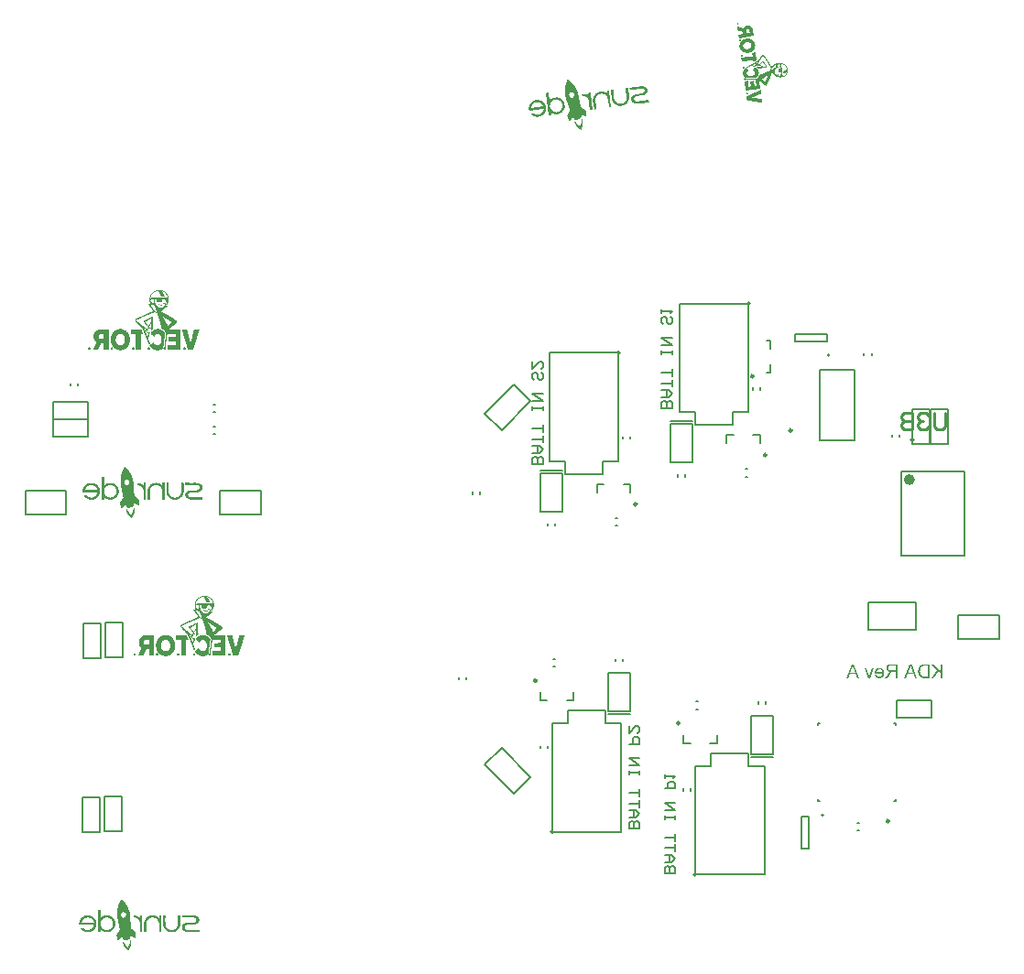
<source format=gbo>
G04*
G04 #@! TF.GenerationSoftware,Altium Limited,Altium Designer,25.8.1 (18)*
G04*
G04 Layer_Color=32896*
%FSLAX44Y44*%
%MOMM*%
G71*
G04*
G04 #@! TF.SameCoordinates,668C74B0-1D1B-4F50-AB7C-E7AA2C44617E*
G04*
G04*
G04 #@! TF.FilePolarity,Positive*
G04*
G01*
G75*
%ADD12C,0.2500*%
%ADD13C,0.5000*%
%ADD15C,0.2000*%
%ADD16C,0.1800*%
%ADD17C,0.1500*%
%ADD18C,0.2540*%
G36*
X19743Y523599D02*
X19862Y523615D01*
X19865Y523585D01*
X19955Y523597D01*
X19958Y523567D01*
X20018Y523575D01*
X20022Y523545D01*
X20081Y523553D01*
X20085Y523523D01*
X20115Y523527D01*
X20119Y523498D01*
X20148Y523502D01*
X20152Y523472D01*
X20182Y523476D01*
X20186Y523446D01*
X20215Y523450D01*
X20219Y523420D01*
X20249Y523424D01*
X20253Y523395D01*
X20283Y523399D01*
X20287Y523369D01*
X20316Y523373D01*
X20320Y523343D01*
X20350Y523347D01*
X20358Y523288D01*
X20387Y523291D01*
X20391Y523262D01*
X20421Y523266D01*
X20429Y523206D01*
X20459Y523210D01*
X20474Y523091D01*
X20504Y523095D01*
X20562Y522650D01*
X20533Y522646D01*
X20548Y522527D01*
X20519Y522523D01*
X20526Y522464D01*
X20497Y522460D01*
X20505Y522401D01*
X20475Y522397D01*
X20483Y522337D01*
X20453Y522333D01*
X20457Y522304D01*
X20427Y522300D01*
X20431Y522270D01*
X20401Y522266D01*
X20405Y522237D01*
X20376Y522233D01*
X20380Y522203D01*
X20350Y522199D01*
X20354Y522169D01*
X20324Y522165D01*
X20328Y522136D01*
X20298Y522132D01*
X20302Y522102D01*
X20243Y522094D01*
X20247Y522065D01*
X20217Y522061D01*
X20221Y522031D01*
X20162Y522023D01*
X20166Y521994D01*
X20076Y521982D01*
X20080Y521952D01*
X19872Y521925D01*
X19876Y521895D01*
X19758Y521880D01*
X19754Y521909D01*
X19546Y521882D01*
X19542Y521912D01*
X19453Y521900D01*
X19449Y521930D01*
X19390Y521922D01*
X19386Y521951D01*
X19326Y521944D01*
X19323Y521973D01*
X19293Y521969D01*
X19289Y521999D01*
X19259Y521995D01*
X19255Y522025D01*
X19226Y522021D01*
X19222Y522051D01*
X19192Y522047D01*
X19188Y522076D01*
X19158Y522072D01*
X19154Y522102D01*
X19125Y522098D01*
X19121Y522128D01*
X19091Y522124D01*
X19083Y522183D01*
X19054Y522179D01*
X19050Y522209D01*
X19020Y522205D01*
X19012Y522265D01*
X18982Y522261D01*
X18971Y522350D01*
X18941Y522346D01*
X18929Y522435D01*
X18900Y522431D01*
X18841Y522876D01*
X18871Y522880D01*
X18859Y522969D01*
X18889Y522973D01*
X18881Y523033D01*
X18911Y523037D01*
X18903Y523096D01*
X18932Y523100D01*
X18925Y523159D01*
X18954Y523163D01*
X18950Y523193D01*
X18980Y523197D01*
X18976Y523227D01*
X19006Y523230D01*
X19002Y523260D01*
X19032Y523264D01*
X19028Y523294D01*
X19058Y523298D01*
X19054Y523327D01*
X19083Y523331D01*
X19079Y523361D01*
X19109Y523365D01*
X19105Y523395D01*
X19135Y523398D01*
X19131Y523428D01*
X19190Y523436D01*
X19186Y523466D01*
X19246Y523473D01*
X19242Y523503D01*
X19331Y523515D01*
X19327Y523545D01*
X19416Y523556D01*
X19412Y523586D01*
X19739Y523629D01*
X19743Y523599D01*
D02*
G37*
G36*
X28830Y521110D02*
X29008Y521134D01*
X29012Y521104D01*
X29279Y521139D01*
X29283Y521110D01*
X29402Y521125D01*
X29406Y521096D01*
X29555Y521115D01*
X29558Y521086D01*
X29677Y521101D01*
X29681Y521071D01*
X29770Y521083D01*
X29774Y521054D01*
X29923Y521073D01*
X29927Y521043D01*
X30016Y521055D01*
X30020Y521025D01*
X30138Y521041D01*
X30142Y521011D01*
X30231Y521023D01*
X30235Y520993D01*
X30294Y521001D01*
X30298Y520971D01*
X30387Y520983D01*
X30391Y520953D01*
X30451Y520961D01*
X30455Y520932D01*
X30514Y520939D01*
X30518Y520910D01*
X30577Y520918D01*
X30581Y520888D01*
X30641Y520896D01*
X30645Y520866D01*
X30704Y520874D01*
X30708Y520844D01*
X30767Y520852D01*
X30771Y520822D01*
X30831Y520830D01*
X30834Y520800D01*
X30894Y520808D01*
X30898Y520779D01*
X30957Y520786D01*
X30961Y520757D01*
X31020Y520765D01*
X31024Y520735D01*
X31084Y520743D01*
X31088Y520713D01*
X31117Y520717D01*
X31121Y520687D01*
X31151Y520691D01*
X31155Y520661D01*
X31214Y520669D01*
X31218Y520639D01*
X31248Y520643D01*
X31252Y520614D01*
X31311Y520621D01*
X31315Y520592D01*
X31345Y520596D01*
X31349Y520566D01*
X31378Y520570D01*
X31382Y520540D01*
X31442Y520548D01*
X31446Y520518D01*
X31475Y520522D01*
X31479Y520493D01*
X31539Y520500D01*
X31542Y520471D01*
X31572Y520475D01*
X31576Y520445D01*
X31606Y520449D01*
X31610Y520419D01*
X31639Y520423D01*
X31643Y520393D01*
X31673Y520397D01*
X31677Y520368D01*
X31707Y520372D01*
X31710Y520342D01*
X31740Y520346D01*
X31744Y520316D01*
X31774Y520320D01*
X31778Y520290D01*
X31807Y520294D01*
X31811Y520265D01*
X31841Y520268D01*
X31845Y520239D01*
X31874Y520243D01*
X31878Y520213D01*
X31908Y520217D01*
X31912Y520187D01*
X31971Y520195D01*
X31979Y520136D01*
X32009Y520140D01*
X32013Y520110D01*
X32043Y520114D01*
X32046Y520084D01*
X32076Y520088D01*
X32080Y520058D01*
X32110Y520062D01*
X32114Y520032D01*
X32143Y520036D01*
X32147Y520007D01*
X32177Y520010D01*
X32185Y519951D01*
X32214Y519955D01*
X32218Y519925D01*
X32248Y519929D01*
X32252Y519900D01*
X32282Y519903D01*
X32285Y519874D01*
X32315Y519878D01*
X32323Y519818D01*
X32353Y519822D01*
X32357Y519793D01*
X32386Y519796D01*
X32394Y519737D01*
X32424Y519741D01*
X32428Y519711D01*
X32457Y519715D01*
X32465Y519656D01*
X32495Y519660D01*
X32499Y519630D01*
X32529Y519634D01*
X32536Y519575D01*
X32566Y519579D01*
X32574Y519519D01*
X32604Y519523D01*
X32611Y519464D01*
X32641Y519468D01*
X32649Y519408D01*
X32679Y519412D01*
X32682Y519382D01*
X32712Y519386D01*
X32720Y519327D01*
X32750Y519331D01*
X32757Y519271D01*
X32787Y519275D01*
X32795Y519216D01*
X32825Y519220D01*
X32833Y519160D01*
X32862Y519164D01*
X32870Y519105D01*
X32900Y519109D01*
X32908Y519049D01*
X32937Y519053D01*
X32949Y518964D01*
X32979Y518968D01*
X32990Y518879D01*
X33020Y518883D01*
X33028Y518824D01*
X33058Y518828D01*
X33069Y518739D01*
X33099Y518742D01*
X33111Y518653D01*
X33140Y518657D01*
X33152Y518568D01*
X33182Y518572D01*
X33198Y518453D01*
X33227Y518457D01*
X33239Y518368D01*
X33269Y518372D01*
X33288Y518224D01*
X33318Y518228D01*
X33330Y518139D01*
X33359Y518142D01*
X33379Y517994D01*
X33409Y517998D01*
X33428Y517849D01*
X33458Y517853D01*
X33485Y517645D01*
X33515Y517649D01*
X33546Y517412D01*
X33576Y517416D01*
X33634Y516970D01*
X33664Y516974D01*
X34387Y511481D01*
X34358Y511477D01*
X34361Y511448D01*
X21030Y509693D01*
X21000Y509689D01*
X20941Y509681D01*
X20945Y509651D01*
X20737Y509624D01*
X20733Y509653D01*
X20614Y509638D01*
X20610Y509668D01*
X20581Y509664D01*
X20155Y512900D01*
X20184Y512904D01*
X20176Y512963D01*
X24660Y513554D01*
X24656Y513583D01*
X24715Y513591D01*
X24711Y513621D01*
X24741Y513625D01*
X24526Y515258D01*
X24496Y515254D01*
X24492Y515284D01*
X24433Y515276D01*
X24429Y515305D01*
X24370Y515298D01*
X24366Y515327D01*
X24306Y515319D01*
X24303Y515349D01*
X24243Y515341D01*
X24239Y515371D01*
X24180Y515363D01*
X24176Y515393D01*
X24117Y515385D01*
X24113Y515415D01*
X24053Y515407D01*
X24049Y515437D01*
X23990Y515429D01*
X23986Y515458D01*
X23927Y515451D01*
X23923Y515480D01*
X23863Y515473D01*
X23860Y515502D01*
X23770Y515490D01*
X23767Y515520D01*
X23707Y515512D01*
X23703Y515542D01*
X23614Y515530D01*
X23610Y515560D01*
X23551Y515552D01*
X23547Y515582D01*
X23488Y515574D01*
X23484Y515604D01*
X23424Y515596D01*
X23420Y515626D01*
X23361Y515618D01*
X23357Y515648D01*
X23268Y515636D01*
X23264Y515666D01*
X23205Y515658D01*
X23201Y515687D01*
X23142Y515680D01*
X23138Y515709D01*
X23078Y515701D01*
X23074Y515731D01*
X23015Y515723D01*
X23011Y515753D01*
X22952Y515745D01*
X22948Y515775D01*
X22888Y515767D01*
X22884Y515797D01*
X22795Y515785D01*
X22791Y515815D01*
X22732Y515807D01*
X22728Y515837D01*
X22639Y515825D01*
X22635Y515854D01*
X22576Y515847D01*
X22572Y515876D01*
X22513Y515869D01*
X22508Y515898D01*
X22449Y515891D01*
X22445Y515920D01*
X22386Y515912D01*
X22382Y515942D01*
X22323Y515934D01*
X22319Y515964D01*
X22259Y515956D01*
X22255Y515986D01*
X22196Y515978D01*
X22192Y516008D01*
X22103Y515996D01*
X22099Y516026D01*
X22040Y516018D01*
X22036Y516048D01*
X21947Y516036D01*
X21943Y516065D01*
X21883Y516058D01*
X21879Y516087D01*
X21820Y516079D01*
X21816Y516109D01*
X21757Y516101D01*
X21753Y516131D01*
X21694Y516123D01*
X21690Y516153D01*
X21601Y516141D01*
X21597Y516171D01*
X21567Y516167D01*
X21563Y516197D01*
X21504Y516189D01*
X21500Y516219D01*
X21411Y516207D01*
X21407Y516237D01*
X21347Y516229D01*
X21344Y516258D01*
X21284Y516251D01*
X21280Y516280D01*
X21191Y516269D01*
X21187Y516298D01*
X21128Y516290D01*
X21124Y516320D01*
X21065Y516312D01*
X21061Y516342D01*
X20972Y516330D01*
X20968Y516360D01*
X20908Y516352D01*
X20904Y516382D01*
X20845Y516374D01*
X20841Y516404D01*
X20782Y516396D01*
X20778Y516426D01*
X20718Y516418D01*
X20714Y516447D01*
X20655Y516440D01*
X20651Y516469D01*
X20562Y516458D01*
X20558Y516487D01*
X20499Y516479D01*
X20495Y516509D01*
X20436Y516501D01*
X20432Y516531D01*
X20372Y516523D01*
X20368Y516553D01*
X20279Y516541D01*
X20275Y516571D01*
X20216Y516563D01*
X20212Y516593D01*
X20153Y516585D01*
X20149Y516615D01*
X20060Y516603D01*
X20056Y516633D01*
X19996Y516625D01*
X19993Y516655D01*
X19933Y516647D01*
X19929Y516676D01*
X19870Y516669D01*
X19866Y516698D01*
X19806Y516690D01*
X19803Y516720D01*
X19743Y516712D01*
X19739Y516742D01*
X19710Y516738D01*
X19706Y516768D01*
X19676Y516764D01*
X19672Y516794D01*
X19642Y516790D01*
X19166Y520412D01*
X19195Y520416D01*
X19191Y520446D01*
X19251Y520453D01*
X19255Y520424D01*
X19314Y520432D01*
X19318Y520402D01*
X19377Y520410D01*
X19381Y520380D01*
X19441Y520388D01*
X19445Y520358D01*
X19504Y520366D01*
X19508Y520336D01*
X19567Y520344D01*
X19571Y520314D01*
X19630Y520322D01*
X19634Y520293D01*
X19694Y520300D01*
X19698Y520271D01*
X19757Y520278D01*
X19761Y520249D01*
X19820Y520257D01*
X19824Y520227D01*
X19884Y520235D01*
X19887Y520205D01*
X19947Y520213D01*
X19951Y520183D01*
X20010Y520191D01*
X20014Y520161D01*
X20073Y520169D01*
X20077Y520139D01*
X20137Y520147D01*
X20141Y520117D01*
X20200Y520125D01*
X20204Y520096D01*
X20293Y520107D01*
X20297Y520078D01*
X20356Y520085D01*
X20360Y520056D01*
X20420Y520064D01*
X20424Y520034D01*
X20483Y520042D01*
X20487Y520012D01*
X20546Y520020D01*
X20550Y519990D01*
X20610Y519998D01*
X20613Y519968D01*
X20643Y519972D01*
X20647Y519943D01*
X20736Y519954D01*
X20740Y519925D01*
X20770Y519928D01*
X20774Y519899D01*
X20833Y519907D01*
X20837Y519877D01*
X20926Y519889D01*
X20930Y519859D01*
X20989Y519867D01*
X20993Y519837D01*
X21053Y519845D01*
X21056Y519815D01*
X21116Y519823D01*
X21120Y519793D01*
X21179Y519801D01*
X21183Y519771D01*
X21242Y519779D01*
X21246Y519750D01*
X21306Y519757D01*
X21310Y519728D01*
X21399Y519739D01*
X21403Y519710D01*
X21432Y519714D01*
X21436Y519684D01*
X21496Y519692D01*
X21500Y519662D01*
X21559Y519670D01*
X21563Y519640D01*
X21622Y519648D01*
X21626Y519618D01*
X21715Y519630D01*
X21719Y519600D01*
X21779Y519608D01*
X21782Y519579D01*
X21842Y519586D01*
X21846Y519557D01*
X21935Y519568D01*
X21939Y519539D01*
X21998Y519547D01*
X22002Y519517D01*
X22061Y519525D01*
X22065Y519495D01*
X22095Y519499D01*
X22099Y519469D01*
X22158Y519477D01*
X22162Y519447D01*
X22222Y519455D01*
X22225Y519425D01*
X22285Y519433D01*
X22289Y519403D01*
X22348Y519411D01*
X22352Y519382D01*
X22411Y519389D01*
X22415Y519360D01*
X22504Y519371D01*
X22508Y519342D01*
X22568Y519350D01*
X22572Y519320D01*
X22631Y519328D01*
X22635Y519298D01*
X22694Y519306D01*
X22698Y519276D01*
X22787Y519288D01*
X22791Y519258D01*
X22821Y519262D01*
X22825Y519232D01*
X22884Y519240D01*
X22888Y519211D01*
X22977Y519222D01*
X22981Y519193D01*
X23011Y519197D01*
X23015Y519167D01*
X23074Y519175D01*
X23078Y519145D01*
X23167Y519157D01*
X23171Y519127D01*
X23230Y519135D01*
X23234Y519105D01*
X23294Y519113D01*
X23298Y519083D01*
X23357Y519091D01*
X23361Y519061D01*
X23450Y519073D01*
X23454Y519043D01*
X23483Y519047D01*
X23487Y519018D01*
X23547Y519025D01*
X23551Y518996D01*
X23640Y519007D01*
X23644Y518978D01*
X23673Y518982D01*
X23677Y518952D01*
X23766Y518964D01*
X23770Y518934D01*
X23800Y518938D01*
X23804Y518908D01*
X23863Y518916D01*
X23867Y518886D01*
X23926Y518894D01*
X23930Y518865D01*
X24019Y518876D01*
X24023Y518847D01*
X24083Y518854D01*
X24087Y518825D01*
X24146Y518832D01*
X24150Y518803D01*
X24239Y518815D01*
X24243Y518785D01*
X24273Y518789D01*
X24277Y518759D01*
X24336Y518767D01*
X24340Y518737D01*
X24399Y518745D01*
X24403Y518715D01*
X24462Y518723D01*
X24466Y518693D01*
X24555Y518705D01*
X24559Y518675D01*
X24589Y518679D01*
X24593Y518650D01*
X24652Y518657D01*
X24656Y518628D01*
X24805Y518647D01*
X24801Y518677D01*
X24831Y518681D01*
X24823Y518740D01*
X24852Y518744D01*
X24848Y518774D01*
X24878Y518778D01*
X24870Y518837D01*
X24900Y518841D01*
X24896Y518871D01*
X24926Y518875D01*
X24922Y518904D01*
X24952Y518908D01*
X24944Y518968D01*
X24973Y518972D01*
X24970Y519001D01*
X24999Y519005D01*
X24992Y519065D01*
X25021Y519068D01*
X25017Y519098D01*
X25047Y519102D01*
X25043Y519132D01*
X25073Y519136D01*
X25069Y519165D01*
X25099Y519169D01*
X25095Y519199D01*
X25124Y519203D01*
X25120Y519233D01*
X25150Y519236D01*
X25146Y519266D01*
X25176Y519270D01*
X25172Y519300D01*
X25202Y519304D01*
X25198Y519333D01*
X25227Y519337D01*
X25224Y519367D01*
X25253Y519371D01*
X25249Y519401D01*
X25279Y519404D01*
X25275Y519434D01*
X25305Y519438D01*
X25301Y519468D01*
X25331Y519472D01*
X25327Y519501D01*
X25356Y519505D01*
X25352Y519535D01*
X25382Y519539D01*
X25378Y519569D01*
X25408Y519572D01*
X25404Y519602D01*
X25434Y519606D01*
X25430Y519636D01*
X25459Y519640D01*
X25456Y519669D01*
X25485Y519673D01*
X25481Y519703D01*
X25511Y519707D01*
X25507Y519737D01*
X25566Y519744D01*
X25563Y519774D01*
X25592Y519778D01*
X25588Y519808D01*
X25648Y519815D01*
X25644Y519845D01*
X25674Y519849D01*
X25670Y519879D01*
X25699Y519883D01*
X25696Y519912D01*
X25725Y519916D01*
X25721Y519946D01*
X25781Y519954D01*
X25777Y519983D01*
X25806Y519987D01*
X25803Y520017D01*
X25862Y520025D01*
X25858Y520055D01*
X25888Y520059D01*
X25884Y520088D01*
X25943Y520096D01*
X25939Y520126D01*
X25999Y520134D01*
X25995Y520163D01*
X26054Y520171D01*
X26050Y520201D01*
X26109Y520209D01*
X26106Y520238D01*
X26165Y520246D01*
X26161Y520276D01*
X26221Y520284D01*
X26217Y520313D01*
X26276Y520321D01*
X26272Y520351D01*
X26302Y520355D01*
X26298Y520384D01*
X26387Y520396D01*
X26383Y520426D01*
X26413Y520430D01*
X26409Y520459D01*
X26498Y520471D01*
X26494Y520501D01*
X26553Y520509D01*
X26549Y520538D01*
X26639Y520550D01*
X26635Y520580D01*
X26724Y520592D01*
X26720Y520621D01*
X26839Y520637D01*
X26835Y520667D01*
X26953Y520682D01*
X26950Y520712D01*
X27039Y520724D01*
X27035Y520753D01*
X27153Y520769D01*
X27150Y520799D01*
X27298Y520818D01*
X27294Y520848D01*
X27383Y520859D01*
X27379Y520889D01*
X27706Y520932D01*
X27702Y520962D01*
X27880Y520985D01*
X27876Y521015D01*
X28826Y521140D01*
X28830Y521110D01*
D02*
G37*
G36*
X28864Y509153D02*
X29012Y509173D01*
X29016Y509143D01*
X29283Y509178D01*
X29287Y509148D01*
X29376Y509160D01*
X29380Y509131D01*
X29499Y509146D01*
X29503Y509117D01*
X29652Y509136D01*
X29655Y509106D01*
X29774Y509122D01*
X29778Y509092D01*
X29927Y509112D01*
X29931Y509082D01*
X30020Y509094D01*
X30024Y509064D01*
X30142Y509080D01*
X30146Y509050D01*
X30265Y509066D01*
X30269Y509036D01*
X30358Y509048D01*
X30362Y509018D01*
X30451Y509030D01*
X30455Y509000D01*
X30514Y509008D01*
X30518Y508978D01*
X30607Y508990D01*
X30611Y508960D01*
X30670Y508968D01*
X30674Y508938D01*
X30734Y508946D01*
X30738Y508917D01*
X30827Y508928D01*
X30831Y508899D01*
X30890Y508906D01*
X30894Y508877D01*
X30983Y508889D01*
X30987Y508859D01*
X31046Y508867D01*
X31050Y508837D01*
X31139Y508849D01*
X31143Y508819D01*
X31203Y508827D01*
X31207Y508797D01*
X31266Y508805D01*
X31270Y508775D01*
X31329Y508783D01*
X31333Y508753D01*
X31363Y508757D01*
X31367Y508727D01*
X31426Y508735D01*
X31430Y508706D01*
X31489Y508713D01*
X31493Y508684D01*
X31553Y508692D01*
X31556Y508662D01*
X31616Y508670D01*
X31620Y508640D01*
X31679Y508648D01*
X31683Y508618D01*
X31742Y508626D01*
X31746Y508596D01*
X31776Y508600D01*
X31780Y508571D01*
X31839Y508578D01*
X31843Y508549D01*
X31903Y508556D01*
X31907Y508527D01*
X31966Y508535D01*
X31970Y508505D01*
X32000Y508509D01*
X32004Y508479D01*
X32063Y508487D01*
X32067Y508457D01*
X32097Y508461D01*
X32100Y508431D01*
X32160Y508439D01*
X32164Y508410D01*
X32193Y508414D01*
X32197Y508384D01*
X32257Y508392D01*
X32261Y508362D01*
X32290Y508366D01*
X32294Y508336D01*
X32354Y508344D01*
X32357Y508314D01*
X32387Y508318D01*
X32391Y508288D01*
X32421Y508292D01*
X32425Y508263D01*
X32484Y508270D01*
X32488Y508241D01*
X32518Y508245D01*
X32522Y508215D01*
X32551Y508219D01*
X32555Y508189D01*
X32585Y508193D01*
X32589Y508163D01*
X32648Y508171D01*
X32652Y508142D01*
X32682Y508145D01*
X32686Y508116D01*
X32715Y508120D01*
X32719Y508090D01*
X32749Y508094D01*
X32753Y508064D01*
X32812Y508072D01*
X32816Y508042D01*
X32846Y508046D01*
X32850Y508017D01*
X32879Y508021D01*
X32883Y507991D01*
X32913Y507995D01*
X32917Y507965D01*
X32947Y507969D01*
X32950Y507939D01*
X33010Y507947D01*
X33014Y507917D01*
X33043Y507921D01*
X33047Y507892D01*
X33077Y507896D01*
X33081Y507866D01*
X33111Y507870D01*
X33115Y507840D01*
X33144Y507844D01*
X33148Y507814D01*
X33178Y507818D01*
X33182Y507788D01*
X33212Y507792D01*
X33215Y507763D01*
X33245Y507767D01*
X33249Y507737D01*
X33279Y507741D01*
X33283Y507711D01*
X33312Y507715D01*
X33316Y507685D01*
X33346Y507689D01*
X33350Y507659D01*
X33379Y507663D01*
X33383Y507634D01*
X33413Y507638D01*
X33417Y507608D01*
X33447Y507612D01*
X33451Y507582D01*
X33480Y507586D01*
X33484Y507556D01*
X33514Y507560D01*
X33518Y507531D01*
X33547Y507534D01*
X33555Y507475D01*
X33585Y507479D01*
X33589Y507449D01*
X33619Y507453D01*
X33623Y507424D01*
X33652Y507427D01*
X33656Y507398D01*
X33686Y507402D01*
X33690Y507372D01*
X33719Y507376D01*
X33723Y507346D01*
X33753Y507350D01*
X33761Y507291D01*
X33791Y507295D01*
X33795Y507265D01*
X33824Y507269D01*
X33828Y507239D01*
X33858Y507243D01*
X33866Y507184D01*
X33895Y507188D01*
X33899Y507158D01*
X33929Y507162D01*
X33933Y507132D01*
X33963Y507136D01*
X33966Y507106D01*
X33996Y507110D01*
X34000Y507081D01*
X34030Y507085D01*
X34037Y507025D01*
X34067Y507029D01*
X34071Y506999D01*
X34101Y507003D01*
X34109Y506944D01*
X34138Y506948D01*
X34142Y506918D01*
X34172Y506922D01*
X34180Y506863D01*
X34209Y506866D01*
X34213Y506837D01*
X34243Y506841D01*
X34251Y506781D01*
X34281Y506785D01*
X34284Y506756D01*
X34314Y506759D01*
X34322Y506700D01*
X34352Y506704D01*
X34355Y506674D01*
X34385Y506678D01*
X34393Y506619D01*
X34423Y506623D01*
X34430Y506563D01*
X34460Y506567D01*
X34464Y506538D01*
X34494Y506541D01*
X34502Y506482D01*
X34531Y506486D01*
X34539Y506427D01*
X34569Y506431D01*
X34577Y506371D01*
X34606Y506375D01*
X34610Y506345D01*
X34640Y506349D01*
X34652Y506260D01*
X34681Y506264D01*
X34689Y506205D01*
X34719Y506209D01*
X34727Y506149D01*
X34756Y506153D01*
X34764Y506094D01*
X34794Y506098D01*
X34802Y506038D01*
X34831Y506042D01*
X34839Y505983D01*
X34869Y505987D01*
X34877Y505927D01*
X34906Y505931D01*
X34918Y505842D01*
X34948Y505846D01*
X34956Y505787D01*
X34985Y505791D01*
X34993Y505731D01*
X35023Y505735D01*
X35031Y505676D01*
X35060Y505680D01*
X35072Y505591D01*
X35102Y505594D01*
X35113Y505505D01*
X35143Y505509D01*
X35155Y505420D01*
X35185Y505424D01*
X35196Y505335D01*
X35226Y505339D01*
X35242Y505220D01*
X35271Y505224D01*
X35283Y505135D01*
X35313Y505139D01*
X35329Y505020D01*
X35358Y505024D01*
X35370Y504935D01*
X35399Y504939D01*
X35423Y504761D01*
X35453Y504765D01*
X35461Y504705D01*
X35490Y504709D01*
X35514Y504531D01*
X35543Y504535D01*
X35571Y504327D01*
X35600Y504331D01*
X35636Y504064D01*
X35665Y504068D01*
X35826Y502850D01*
X35796Y502846D01*
X35831Y502579D01*
X35801Y502575D01*
X35825Y502397D01*
X35795Y502393D01*
X35815Y502245D01*
X35785Y502241D01*
X35797Y502152D01*
X35767Y502148D01*
X35791Y501970D01*
X35761Y501966D01*
X35769Y501907D01*
X35739Y501903D01*
X35754Y501784D01*
X35725Y501780D01*
X35740Y501661D01*
X35711Y501657D01*
X35726Y501539D01*
X35697Y501535D01*
X35708Y501446D01*
X35679Y501442D01*
X35691Y501353D01*
X35661Y501349D01*
X35673Y501259D01*
X35643Y501256D01*
X35655Y501166D01*
X35625Y501163D01*
X35633Y501103D01*
X35603Y501099D01*
X35615Y501010D01*
X35585Y501006D01*
X35589Y500977D01*
X35559Y500973D01*
X35571Y500884D01*
X35541Y500880D01*
X35549Y500820D01*
X35519Y500816D01*
X35527Y500757D01*
X35498Y500753D01*
X35505Y500694D01*
X35476Y500690D01*
X35484Y500630D01*
X35454Y500627D01*
X35462Y500567D01*
X35432Y500563D01*
X35440Y500504D01*
X35410Y500500D01*
X35418Y500441D01*
X35388Y500437D01*
X35396Y500377D01*
X35366Y500373D01*
X35374Y500314D01*
X35344Y500310D01*
X35352Y500251D01*
X35322Y500247D01*
X35326Y500217D01*
X35297Y500213D01*
X35305Y500154D01*
X35275Y500150D01*
X35283Y500091D01*
X35253Y500087D01*
X35257Y500057D01*
X35227Y500053D01*
X35235Y499994D01*
X35205Y499990D01*
X35209Y499960D01*
X35180Y499956D01*
X35187Y499897D01*
X35158Y499893D01*
X35162Y499863D01*
X35132Y499859D01*
X35140Y499800D01*
X35110Y499796D01*
X35118Y499737D01*
X35088Y499733D01*
X35092Y499703D01*
X35062Y499699D01*
X35066Y499669D01*
X35037Y499665D01*
X35044Y499606D01*
X35015Y499602D01*
X35019Y499572D01*
X34989Y499569D01*
X34993Y499539D01*
X34963Y499535D01*
X34967Y499505D01*
X34937Y499501D01*
X34945Y499442D01*
X34915Y499438D01*
X34919Y499408D01*
X34890Y499404D01*
X34894Y499375D01*
X34864Y499371D01*
X34868Y499341D01*
X34838Y499337D01*
X34846Y499278D01*
X34816Y499274D01*
X34820Y499244D01*
X34790Y499240D01*
X34794Y499211D01*
X34765Y499207D01*
X34769Y499177D01*
X34739Y499173D01*
X34743Y499143D01*
X34713Y499140D01*
X34717Y499110D01*
X34687Y499106D01*
X34691Y499076D01*
X34662Y499072D01*
X34666Y499043D01*
X34636Y499039D01*
X34640Y499009D01*
X34610Y499005D01*
X34618Y498946D01*
X34588Y498942D01*
X34592Y498912D01*
X34562Y498908D01*
X34566Y498879D01*
X34537Y498875D01*
X34541Y498845D01*
X34511Y498841D01*
X34515Y498811D01*
X34485Y498807D01*
X34489Y498778D01*
X34459Y498774D01*
X34463Y498744D01*
X34434Y498740D01*
X34437Y498711D01*
X34408Y498707D01*
X34412Y498677D01*
X34382Y498673D01*
X34386Y498643D01*
X34356Y498639D01*
X34360Y498610D01*
X34301Y498602D01*
X34305Y498572D01*
X34275Y498568D01*
X34279Y498539D01*
X34249Y498535D01*
X34253Y498505D01*
X34223Y498501D01*
X34227Y498471D01*
X34197Y498468D01*
X34201Y498438D01*
X34172Y498434D01*
X34176Y498404D01*
X34146Y498400D01*
X34150Y498371D01*
X34120Y498367D01*
X34124Y498337D01*
X34094Y498333D01*
X34098Y498303D01*
X34039Y498296D01*
X34043Y498266D01*
X34013Y498262D01*
X34017Y498232D01*
X33987Y498228D01*
X33991Y498199D01*
X33932Y498191D01*
X33936Y498161D01*
X33906Y498157D01*
X33910Y498128D01*
X33880Y498124D01*
X33884Y498094D01*
X33854Y498090D01*
X33858Y498060D01*
X33799Y498053D01*
X33803Y498023D01*
X33773Y498019D01*
X33777Y497989D01*
X33718Y497981D01*
X33722Y497952D01*
X33692Y497948D01*
X33696Y497918D01*
X33637Y497910D01*
X33640Y497881D01*
X33611Y497877D01*
X33615Y497847D01*
X33585Y497843D01*
X33589Y497813D01*
X33530Y497806D01*
X33533Y497776D01*
X33504Y497772D01*
X33508Y497742D01*
X33448Y497735D01*
X33452Y497705D01*
X33422Y497701D01*
X33426Y497671D01*
X33367Y497663D01*
X33371Y497634D01*
X33312Y497626D01*
X33315Y497596D01*
X33256Y497589D01*
X33260Y497559D01*
X33230Y497555D01*
X33234Y497525D01*
X33175Y497517D01*
X33179Y497488D01*
X33119Y497480D01*
X33123Y497450D01*
X33064Y497442D01*
X33068Y497413D01*
X33008Y497405D01*
X33012Y497375D01*
X32982Y497371D01*
X32986Y497341D01*
X32927Y497334D01*
X32931Y497304D01*
X32872Y497296D01*
X32875Y497267D01*
X32816Y497259D01*
X32820Y497229D01*
X32761Y497221D01*
X32765Y497192D01*
X32705Y497184D01*
X32709Y497154D01*
X32620Y497142D01*
X32624Y497113D01*
X32565Y497105D01*
X32569Y497075D01*
X32479Y497063D01*
X32483Y497034D01*
X32424Y497026D01*
X32428Y496996D01*
X32368Y496988D01*
X32372Y496959D01*
X32283Y496947D01*
X32287Y496917D01*
X32228Y496909D01*
X32232Y496880D01*
X32113Y496864D01*
X32117Y496834D01*
X32057Y496827D01*
X32061Y496797D01*
X31972Y496785D01*
X31976Y496755D01*
X31887Y496744D01*
X31891Y496714D01*
X31772Y496698D01*
X31776Y496669D01*
X31657Y496653D01*
X31661Y496623D01*
X31543Y496608D01*
X31546Y496578D01*
X31398Y496558D01*
X31402Y496529D01*
X31313Y496517D01*
X31317Y496487D01*
X31198Y496472D01*
X31202Y496442D01*
X31024Y496419D01*
X31028Y496389D01*
X30909Y496373D01*
X30913Y496344D01*
X30675Y496312D01*
X30679Y496283D01*
X30560Y496267D01*
X30564Y496237D01*
X30178Y496186D01*
X30182Y496157D01*
X29826Y496110D01*
X29830Y496080D01*
X29028Y495975D01*
X29024Y496004D01*
X28757Y495969D01*
X28753Y495999D01*
X28337Y495944D01*
X28333Y495974D01*
X28215Y495958D01*
X28211Y495988D01*
X27944Y495953D01*
X27940Y495982D01*
X27851Y495971D01*
X27847Y496000D01*
X27669Y495977D01*
X27665Y496007D01*
X27546Y495991D01*
X27542Y496021D01*
X27453Y496009D01*
X27449Y496039D01*
X27301Y496019D01*
X27297Y496049D01*
X27178Y496033D01*
X27174Y496063D01*
X27055Y496047D01*
X27051Y496077D01*
X26962Y496065D01*
X26958Y496095D01*
X26869Y496083D01*
X26865Y496113D01*
X26746Y496097D01*
X26743Y496127D01*
X26683Y496119D01*
X26679Y496149D01*
X26561Y496133D01*
X26557Y496163D01*
X26497Y496155D01*
X26493Y496185D01*
X26434Y496177D01*
X26430Y496207D01*
X26341Y496195D01*
X26337Y496225D01*
X26278Y496217D01*
X26274Y496246D01*
X26185Y496235D01*
X26181Y496264D01*
X26121Y496256D01*
X26117Y496286D01*
X26028Y496274D01*
X26024Y496304D01*
X25965Y496296D01*
X25961Y496326D01*
X25902Y496318D01*
X25898Y496348D01*
X25839Y496340D01*
X25835Y496370D01*
X25775Y496362D01*
X25771Y496392D01*
X25712Y496384D01*
X25708Y496413D01*
X25649Y496406D01*
X25645Y496435D01*
X25615Y496432D01*
X25611Y496461D01*
X25552Y496453D01*
X25548Y496483D01*
X25489Y496475D01*
X25485Y496505D01*
X25425Y496497D01*
X25421Y496527D01*
X25362Y496519D01*
X25358Y496549D01*
X25299Y496541D01*
X25295Y496571D01*
X25235Y496563D01*
X25231Y496592D01*
X25202Y496589D01*
X25198Y496618D01*
X25138Y496610D01*
X25134Y496640D01*
X25105Y496636D01*
X25101Y496666D01*
X25042Y496658D01*
X25038Y496688D01*
X25008Y496684D01*
X25004Y496713D01*
X24945Y496706D01*
X24941Y496735D01*
X24911Y496731D01*
X24907Y496761D01*
X24848Y496753D01*
X24844Y496783D01*
X24814Y496779D01*
X24810Y496809D01*
X24751Y496801D01*
X24747Y496831D01*
X24717Y496827D01*
X24713Y496856D01*
X24654Y496849D01*
X24650Y496878D01*
X24620Y496874D01*
X24616Y496904D01*
X24587Y496900D01*
X24583Y496930D01*
X24553Y496926D01*
X24549Y496956D01*
X24490Y496948D01*
X24486Y496978D01*
X24456Y496974D01*
X24452Y497003D01*
X24393Y496996D01*
X24389Y497025D01*
X24359Y497021D01*
X24355Y497051D01*
X24326Y497047D01*
X24322Y497077D01*
X24292Y497073D01*
X24288Y497103D01*
X24259Y497099D01*
X24255Y497128D01*
X24195Y497121D01*
X24191Y497150D01*
X24162Y497146D01*
X24158Y497176D01*
X24128Y497172D01*
X24124Y497202D01*
X24095Y497198D01*
X24091Y497228D01*
X24061Y497224D01*
X24057Y497253D01*
X24027Y497249D01*
X24023Y497279D01*
X23964Y497271D01*
X23960Y497301D01*
X23930Y497297D01*
X23926Y497327D01*
X23897Y497323D01*
X23893Y497353D01*
X23863Y497349D01*
X23859Y497378D01*
X23830Y497374D01*
X23826Y497404D01*
X23796Y497400D01*
X23792Y497430D01*
X23762Y497426D01*
X23758Y497456D01*
X23729Y497452D01*
X23725Y497481D01*
X23695Y497478D01*
X23691Y497507D01*
X23662Y497503D01*
X23658Y497533D01*
X23628Y497529D01*
X23624Y497559D01*
X23594Y497555D01*
X23591Y497585D01*
X23561Y497581D01*
X23557Y497610D01*
X23527Y497607D01*
X23519Y497666D01*
X23490Y497662D01*
X23486Y497692D01*
X23456Y497688D01*
X23452Y497718D01*
X23423Y497714D01*
X23419Y497743D01*
X23389Y497739D01*
X23385Y497769D01*
X23355Y497765D01*
X23347Y497825D01*
X23318Y497821D01*
X23314Y497850D01*
X23284Y497846D01*
X23280Y497876D01*
X23251Y497872D01*
X23247Y497902D01*
X23217Y497898D01*
X23213Y497928D01*
X23183Y497924D01*
X23180Y497953D01*
X23150Y497949D01*
X23142Y498009D01*
X23112Y498005D01*
X23108Y498035D01*
X23079Y498031D01*
X23075Y498060D01*
X23045Y498057D01*
X23037Y498116D01*
X23008Y498112D01*
X23004Y498142D01*
X22974Y498138D01*
X22966Y498197D01*
X22936Y498193D01*
X22933Y498223D01*
X22903Y498219D01*
X22899Y498249D01*
X22869Y498245D01*
X22861Y498304D01*
X22832Y498300D01*
X22828Y498330D01*
X22798Y498326D01*
X22794Y498356D01*
X22764Y498352D01*
X22757Y498411D01*
X22727Y498407D01*
X22719Y498467D01*
X22689Y498463D01*
X22686Y498493D01*
X22656Y498489D01*
X22648Y498548D01*
X22618Y498544D01*
X22611Y498604D01*
X22581Y498600D01*
X22577Y498629D01*
X22547Y498625D01*
X22540Y498685D01*
X22510Y498681D01*
X22502Y498740D01*
X22472Y498736D01*
X22468Y498766D01*
X22439Y498762D01*
X22431Y498821D01*
X22401Y498818D01*
X22393Y498877D01*
X22364Y498873D01*
X22356Y498932D01*
X22326Y498928D01*
X22318Y498988D01*
X22289Y498984D01*
X22281Y499043D01*
X22251Y499039D01*
X22243Y499099D01*
X22214Y499095D01*
X22206Y499154D01*
X22176Y499150D01*
X22164Y499240D01*
X22135Y499236D01*
X22127Y499295D01*
X22097Y499291D01*
X22089Y499350D01*
X22060Y499347D01*
X22048Y499436D01*
X22018Y499432D01*
X22010Y499491D01*
X21981Y499487D01*
X21973Y499547D01*
X21943Y499543D01*
X21932Y499632D01*
X21902Y499628D01*
X21890Y499717D01*
X21860Y499713D01*
X21849Y499802D01*
X21819Y499798D01*
X21807Y499887D01*
X21778Y499883D01*
X21762Y500002D01*
X21732Y499998D01*
X21720Y500087D01*
X21691Y500083D01*
X21667Y500261D01*
X21638Y500258D01*
X21626Y500347D01*
X21596Y500343D01*
X21573Y500521D01*
X21543Y500517D01*
X21520Y500695D01*
X21490Y500691D01*
X21463Y500899D01*
X21433Y500895D01*
X21394Y501192D01*
X21364Y501188D01*
X21255Y502020D01*
X21284Y502023D01*
X21241Y502350D01*
X21271Y502354D01*
X21244Y502562D01*
X21273Y502566D01*
X21254Y502714D01*
X21284Y502718D01*
X21260Y502896D01*
X21290Y502900D01*
X21274Y503019D01*
X21304Y503023D01*
X21284Y503171D01*
X21314Y503175D01*
X21302Y503264D01*
X21332Y503268D01*
X21316Y503387D01*
X21346Y503391D01*
X21330Y503510D01*
X21360Y503513D01*
X21352Y503573D01*
X21382Y503577D01*
X21366Y503696D01*
X21396Y503699D01*
X21388Y503759D01*
X21418Y503763D01*
X21406Y503852D01*
X21436Y503856D01*
X21428Y503915D01*
X21458Y503919D01*
X21446Y504008D01*
X21476Y504012D01*
X21468Y504071D01*
X21497Y504075D01*
X21490Y504135D01*
X21519Y504139D01*
X21508Y504228D01*
X21537Y504232D01*
X21533Y504261D01*
X21563Y504265D01*
X21555Y504325D01*
X21585Y504328D01*
X21573Y504418D01*
X21603Y504422D01*
X21595Y504481D01*
X21625Y504485D01*
X21617Y504544D01*
X21647Y504548D01*
X21643Y504578D01*
X21672Y504582D01*
X21665Y504641D01*
X21694Y504645D01*
X21687Y504704D01*
X21716Y504708D01*
X21708Y504768D01*
X21738Y504772D01*
X21734Y504801D01*
X21764Y504805D01*
X21756Y504865D01*
X21786Y504868D01*
X21778Y504928D01*
X21808Y504932D01*
X21804Y504961D01*
X21833Y504965D01*
X21826Y505025D01*
X21855Y505029D01*
X21848Y505088D01*
X21877Y505092D01*
X21873Y505122D01*
X21903Y505126D01*
X21895Y505185D01*
X21925Y505189D01*
X21921Y505219D01*
X21951Y505222D01*
X21943Y505282D01*
X21972Y505286D01*
X21969Y505315D01*
X21998Y505319D01*
X21994Y505349D01*
X22024Y505353D01*
X22020Y505383D01*
X22050Y505387D01*
X22042Y505446D01*
X22072Y505450D01*
X22068Y505480D01*
X22097Y505483D01*
X22090Y505543D01*
X22119Y505547D01*
X22115Y505576D01*
X22145Y505580D01*
X22141Y505610D01*
X22171Y505614D01*
X22167Y505644D01*
X22197Y505648D01*
X22189Y505707D01*
X22219Y505711D01*
X22215Y505741D01*
X22244Y505744D01*
X22241Y505774D01*
X22270Y505778D01*
X22266Y505808D01*
X22296Y505812D01*
X22292Y505841D01*
X22322Y505845D01*
X22318Y505875D01*
X22348Y505879D01*
X22340Y505938D01*
X22369Y505942D01*
X22366Y505972D01*
X22395Y505976D01*
X22391Y506005D01*
X22421Y506009D01*
X22417Y506039D01*
X22447Y506043D01*
X22443Y506073D01*
X22473Y506077D01*
X22469Y506106D01*
X22498Y506110D01*
X22494Y506140D01*
X22524Y506144D01*
X22520Y506173D01*
X22550Y506177D01*
X22546Y506207D01*
X22576Y506211D01*
X22572Y506241D01*
X22601Y506245D01*
X22597Y506274D01*
X22627Y506278D01*
X22623Y506308D01*
X22653Y506312D01*
X22649Y506341D01*
X22679Y506345D01*
X22675Y506375D01*
X22705Y506379D01*
X22701Y506409D01*
X22730Y506413D01*
X22726Y506442D01*
X22756Y506446D01*
X22752Y506476D01*
X22782Y506480D01*
X22778Y506509D01*
X22808Y506513D01*
X22804Y506543D01*
X22833Y506547D01*
X22830Y506577D01*
X22889Y506584D01*
X22885Y506614D01*
X22915Y506618D01*
X22911Y506648D01*
X22940Y506652D01*
X22937Y506681D01*
X22966Y506685D01*
X22962Y506715D01*
X22992Y506719D01*
X22988Y506749D01*
X23048Y506756D01*
X23044Y506786D01*
X23073Y506790D01*
X23069Y506820D01*
X23099Y506824D01*
X23095Y506853D01*
X23155Y506861D01*
X23151Y506891D01*
X23180Y506895D01*
X23177Y506924D01*
X23236Y506932D01*
X23232Y506962D01*
X23262Y506966D01*
X23258Y506995D01*
X23287Y506999D01*
X23284Y507029D01*
X23313Y507033D01*
X23309Y507063D01*
X23369Y507070D01*
X23365Y507100D01*
X23394Y507104D01*
X23391Y507134D01*
X23420Y507138D01*
X23416Y507167D01*
X23476Y507175D01*
X23472Y507205D01*
X23531Y507213D01*
X23527Y507242D01*
X23557Y507246D01*
X23553Y507276D01*
X23612Y507284D01*
X23609Y507313D01*
X23638Y507317D01*
X23634Y507347D01*
X23694Y507355D01*
X23690Y507385D01*
X23719Y507388D01*
X23716Y507418D01*
X23745Y507422D01*
X23741Y507452D01*
X23801Y507460D01*
X23797Y507489D01*
X23856Y507497D01*
X23852Y507527D01*
X23912Y507535D01*
X23908Y507564D01*
X23967Y507572D01*
X23963Y507602D01*
X24023Y507610D01*
X24019Y507639D01*
X24078Y507647D01*
X24074Y507677D01*
X24134Y507685D01*
X24130Y507714D01*
X24159Y507718D01*
X24155Y507748D01*
X24215Y507756D01*
X24211Y507785D01*
X24270Y507793D01*
X24266Y507823D01*
X24326Y507831D01*
X24322Y507860D01*
X24381Y507868D01*
X24377Y507898D01*
X24437Y507906D01*
X24433Y507935D01*
X24492Y507943D01*
X24488Y507973D01*
X24577Y507985D01*
X24574Y508014D01*
X24633Y508022D01*
X24629Y508052D01*
X24718Y508064D01*
X24714Y508093D01*
X24773Y508101D01*
X24770Y508131D01*
X24859Y508143D01*
X24855Y508172D01*
X24914Y508180D01*
X24910Y508210D01*
X24970Y508218D01*
X24966Y508247D01*
X25055Y508259D01*
X25051Y508289D01*
X25110Y508297D01*
X25106Y508326D01*
X25195Y508338D01*
X25192Y508368D01*
X25281Y508379D01*
X25277Y508409D01*
X25396Y508425D01*
X25391Y508454D01*
X25510Y508470D01*
X25506Y508500D01*
X25625Y508515D01*
X25621Y508545D01*
X25770Y508565D01*
X25766Y508594D01*
X25885Y508610D01*
X25881Y508640D01*
X25999Y508655D01*
X25996Y508685D01*
X26144Y508704D01*
X26140Y508734D01*
X26229Y508746D01*
X26225Y508776D01*
X26522Y508815D01*
X26518Y508844D01*
X26637Y508860D01*
X26633Y508890D01*
X26960Y508933D01*
X26956Y508962D01*
X27223Y508998D01*
X27219Y509027D01*
X27961Y509125D01*
X27991Y509129D01*
X28199Y509156D01*
X28203Y509127D01*
X28530Y509170D01*
X28533Y509140D01*
X28860Y509183D01*
X28864Y509153D01*
D02*
G37*
G36*
X21796Y508464D02*
X21915Y508480D01*
X21918Y508450D01*
X22007Y508462D01*
X22011Y508432D01*
X22071Y508440D01*
X22075Y508410D01*
X22134Y508418D01*
X22138Y508388D01*
X22168Y508392D01*
X22171Y508363D01*
X22231Y508371D01*
X22235Y508341D01*
X22264Y508345D01*
X22268Y508315D01*
X22298Y508319D01*
X22302Y508289D01*
X22332Y508293D01*
X22336Y508264D01*
X22365Y508267D01*
X22373Y508208D01*
X22403Y508212D01*
X22411Y508153D01*
X22440Y508157D01*
X22448Y508097D01*
X22478Y508101D01*
X22486Y508042D01*
X22515Y508046D01*
X22527Y507957D01*
X22557Y507960D01*
X22619Y507485D01*
X22590Y507481D01*
X22601Y507392D01*
X22572Y507388D01*
X22580Y507329D01*
X22550Y507325D01*
X22558Y507266D01*
X22528Y507262D01*
X22536Y507202D01*
X22506Y507198D01*
X22510Y507169D01*
X22480Y507165D01*
X22484Y507135D01*
X22455Y507131D01*
X22458Y507102D01*
X22429Y507098D01*
X22433Y507068D01*
X22403Y507064D01*
X22407Y507034D01*
X22377Y507030D01*
X22381Y507001D01*
X22351Y506997D01*
X22355Y506967D01*
X22296Y506959D01*
X22300Y506930D01*
X22240Y506922D01*
X22244Y506892D01*
X22185Y506884D01*
X22189Y506855D01*
X22100Y506843D01*
X22104Y506813D01*
X21985Y506798D01*
X21989Y506768D01*
X21722Y506733D01*
X21718Y506763D01*
X21629Y506751D01*
X21625Y506780D01*
X21536Y506769D01*
X21532Y506798D01*
X21472Y506791D01*
X21468Y506820D01*
X21409Y506812D01*
X21405Y506842D01*
X21346Y506834D01*
X21342Y506864D01*
X21312Y506860D01*
X21308Y506890D01*
X21279Y506886D01*
X21275Y506916D01*
X21245Y506912D01*
X21241Y506941D01*
X21211Y506937D01*
X21207Y506967D01*
X21178Y506963D01*
X21174Y506993D01*
X21144Y506989D01*
X21136Y507048D01*
X21107Y507044D01*
X21103Y507074D01*
X21073Y507070D01*
X21065Y507130D01*
X21035Y507126D01*
X21024Y507215D01*
X20994Y507211D01*
X20982Y507300D01*
X20953Y507296D01*
X20894Y507742D01*
X20924Y507745D01*
X20912Y507834D01*
X20942Y507838D01*
X20934Y507898D01*
X20964Y507902D01*
X20956Y507961D01*
X20985Y507965D01*
X20978Y508024D01*
X21007Y508028D01*
X21000Y508088D01*
X21029Y508092D01*
X21025Y508121D01*
X21055Y508125D01*
X21051Y508155D01*
X21081Y508159D01*
X21077Y508188D01*
X21107Y508192D01*
X21103Y508222D01*
X21162Y508230D01*
X21158Y508260D01*
X21188Y508263D01*
X21184Y508293D01*
X21243Y508301D01*
X21239Y508331D01*
X21299Y508339D01*
X21295Y508368D01*
X21384Y508380D01*
X21380Y508410D01*
X21499Y508425D01*
X21495Y508455D01*
X21792Y508494D01*
X21796Y508464D01*
D02*
G37*
G36*
X23681Y493912D02*
X23770Y493923D01*
X23774Y493894D01*
X23834Y493901D01*
X23838Y493872D01*
X23927Y493883D01*
X23931Y493854D01*
X23960Y493857D01*
X23964Y493828D01*
X24024Y493836D01*
X24028Y493806D01*
X24057Y493810D01*
X24061Y493780D01*
X24121Y493788D01*
X24124Y493758D01*
X24154Y493762D01*
X24158Y493732D01*
X24188Y493736D01*
X24195Y493677D01*
X24225Y493681D01*
X24229Y493651D01*
X24259Y493655D01*
X24263Y493625D01*
X24293Y493629D01*
X24300Y493570D01*
X24330Y493574D01*
X24338Y493515D01*
X24367Y493518D01*
X24383Y493400D01*
X24413Y493404D01*
X24475Y492929D01*
X24446Y492925D01*
X24457Y492836D01*
X24428Y492832D01*
X24436Y492772D01*
X24406Y492768D01*
X24414Y492709D01*
X24384Y492705D01*
X24392Y492646D01*
X24362Y492642D01*
X24366Y492612D01*
X24336Y492608D01*
X24340Y492579D01*
X24311Y492575D01*
X24314Y492545D01*
X24285Y492541D01*
X24289Y492511D01*
X24259Y492507D01*
X24263Y492478D01*
X24233Y492474D01*
X24237Y492444D01*
X24207Y492440D01*
X24211Y492411D01*
X24152Y492403D01*
X24156Y492373D01*
X24126Y492369D01*
X24130Y492339D01*
X24041Y492328D01*
X24045Y492298D01*
X23956Y492286D01*
X23960Y492257D01*
X23781Y492233D01*
X23785Y492203D01*
X23637Y492184D01*
X23633Y492214D01*
X23485Y492194D01*
X23481Y492224D01*
X23392Y492212D01*
X23388Y492242D01*
X23299Y492230D01*
X23295Y492260D01*
X23265Y492256D01*
X23261Y492285D01*
X23202Y492278D01*
X23198Y492307D01*
X23168Y492303D01*
X23164Y492333D01*
X23135Y492329D01*
X23131Y492359D01*
X23101Y492355D01*
X23097Y492385D01*
X23067Y492381D01*
X23063Y492410D01*
X23034Y492407D01*
X23030Y492436D01*
X23000Y492432D01*
X22996Y492462D01*
X22967Y492458D01*
X22959Y492517D01*
X22929Y492514D01*
X22921Y492573D01*
X22891Y492569D01*
X22880Y492658D01*
X22850Y492654D01*
X22842Y492714D01*
X22813Y492710D01*
X22754Y493155D01*
X22784Y493159D01*
X22772Y493248D01*
X22802Y493252D01*
X22790Y493341D01*
X22820Y493345D01*
X22812Y493404D01*
X22841Y493408D01*
X22834Y493468D01*
X22863Y493471D01*
X22859Y493501D01*
X22889Y493505D01*
X22885Y493535D01*
X22915Y493539D01*
X22907Y493598D01*
X22937Y493602D01*
X22933Y493632D01*
X22992Y493639D01*
X22988Y493669D01*
X23018Y493673D01*
X23014Y493703D01*
X23044Y493707D01*
X23040Y493736D01*
X23099Y493744D01*
X23095Y493774D01*
X23155Y493782D01*
X23151Y493811D01*
X23240Y493823D01*
X23236Y493853D01*
X23325Y493865D01*
X23321Y493894D01*
X23677Y493941D01*
X23681Y493912D01*
D02*
G37*
G36*
X36325Y496301D02*
X36385Y496309D01*
X37323Y489183D01*
X37293Y489179D01*
X37297Y489149D01*
X37267Y489145D01*
X37271Y489116D01*
X37242Y489112D01*
X37246Y489082D01*
X37186Y489074D01*
X37190Y489044D01*
X37101Y489033D01*
X37105Y489003D01*
X37046Y488995D01*
X37049Y488966D01*
X36960Y488954D01*
X36964Y488924D01*
X36905Y488916D01*
X36909Y488887D01*
X36849Y488879D01*
X36853Y488849D01*
X36764Y488837D01*
X36768Y488808D01*
X36738Y488804D01*
X36742Y488774D01*
X36653Y488762D01*
X36657Y488733D01*
X36598Y488725D01*
X36602Y488695D01*
X36542Y488687D01*
X36546Y488658D01*
X36487Y488650D01*
X36491Y488620D01*
X36402Y488608D01*
X36406Y488579D01*
X36316Y488567D01*
X36320Y488537D01*
X36261Y488530D01*
X36265Y488500D01*
X36176Y488488D01*
X36180Y488458D01*
X36120Y488451D01*
X36124Y488421D01*
X36065Y488413D01*
X36069Y488383D01*
X36010Y488376D01*
X36013Y488346D01*
X35954Y488338D01*
X35958Y488308D01*
X35869Y488297D01*
X35873Y488267D01*
X35843Y488263D01*
X35847Y488233D01*
X35758Y488222D01*
X35762Y488192D01*
X35702Y488184D01*
X35706Y488154D01*
X35617Y488143D01*
X35621Y488113D01*
X35562Y488105D01*
X35566Y488075D01*
X35506Y488068D01*
X35510Y488038D01*
X35421Y488026D01*
X35425Y487997D01*
X35366Y487989D01*
X35370Y487959D01*
X35310Y487951D01*
X35314Y487922D01*
X35225Y487910D01*
X35229Y487880D01*
X35169Y487872D01*
X35173Y487843D01*
X35114Y487835D01*
X35118Y487805D01*
X35059Y487797D01*
X35062Y487768D01*
X34973Y487756D01*
X34977Y487726D01*
X34918Y487718D01*
X34922Y487689D01*
X34862Y487681D01*
X34866Y487651D01*
X34777Y487639D01*
X34781Y487610D01*
X34722Y487602D01*
X34726Y487572D01*
X34666Y487564D01*
X34670Y487535D01*
X34581Y487523D01*
X34585Y487493D01*
X34526Y487486D01*
X34530Y487456D01*
X34470Y487448D01*
X34474Y487418D01*
X34415Y487411D01*
X34419Y487381D01*
X34330Y487369D01*
X34334Y487339D01*
X34244Y487328D01*
X34010Y489109D01*
X33980Y489105D01*
X33976Y489135D01*
X33887Y489123D01*
X33883Y489153D01*
X33824Y489145D01*
X33828Y489115D01*
X23525Y487759D01*
X23521Y487789D01*
X23461Y487781D01*
X23024Y491106D01*
X23053Y491110D01*
X23046Y491170D01*
X29400Y492006D01*
X29429Y492010D01*
X33497Y492546D01*
X33493Y492575D01*
X33523Y492579D01*
X33515Y492639D01*
X33545Y492642D01*
X33506Y492939D01*
X33476Y492935D01*
X33218Y494895D01*
X33248Y494899D01*
X33138Y495730D01*
X33108Y495727D01*
X33097Y495816D01*
X33126Y495820D01*
X33119Y495879D01*
X33148Y495883D01*
X33144Y495912D01*
X36321Y496331D01*
X36325Y496301D01*
D02*
G37*
G36*
X25059Y483218D02*
X25178Y483234D01*
X25182Y483204D01*
X25271Y483216D01*
X25275Y483186D01*
X25334Y483194D01*
X25338Y483165D01*
X25368Y483169D01*
X25371Y483139D01*
X25431Y483147D01*
X25435Y483117D01*
X25464Y483121D01*
X25468Y483091D01*
X25528Y483099D01*
X25532Y483069D01*
X25561Y483073D01*
X25565Y483044D01*
X25595Y483047D01*
X25603Y482988D01*
X25633Y482992D01*
X25636Y482962D01*
X25666Y482966D01*
X25670Y482937D01*
X25700Y482940D01*
X25707Y482881D01*
X25737Y482885D01*
X25745Y482826D01*
X25775Y482830D01*
X25790Y482711D01*
X25820Y482715D01*
X25883Y482239D01*
X25853Y482236D01*
X25865Y482147D01*
X25835Y482143D01*
X25843Y482083D01*
X25813Y482079D01*
X25821Y482020D01*
X25791Y482016D01*
X25795Y481986D01*
X25765Y481982D01*
X25773Y481923D01*
X25744Y481919D01*
X25747Y481889D01*
X25718Y481885D01*
X25722Y481856D01*
X25692Y481852D01*
X25696Y481822D01*
X25666Y481818D01*
X25670Y481789D01*
X25640Y481785D01*
X25644Y481755D01*
X25585Y481747D01*
X25589Y481718D01*
X25559Y481714D01*
X25563Y481684D01*
X25504Y481676D01*
X25508Y481646D01*
X25419Y481635D01*
X25422Y481605D01*
X25363Y481597D01*
X25367Y481567D01*
X24892Y481505D01*
X24888Y481535D01*
X24799Y481523D01*
X24795Y481553D01*
X24736Y481545D01*
X24732Y481575D01*
X24672Y481567D01*
X24668Y481596D01*
X24609Y481589D01*
X24605Y481618D01*
X24575Y481614D01*
X24571Y481644D01*
X24542Y481640D01*
X24538Y481670D01*
X24508Y481666D01*
X24504Y481696D01*
X24475Y481692D01*
X24471Y481721D01*
X24441Y481717D01*
X24437Y481747D01*
X24407Y481743D01*
X24400Y481803D01*
X24370Y481799D01*
X24366Y481828D01*
X24336Y481824D01*
X24328Y481884D01*
X24299Y481880D01*
X24287Y481969D01*
X24257Y481965D01*
X24249Y482024D01*
X24220Y482021D01*
X24161Y482466D01*
X24191Y482470D01*
X24175Y482589D01*
X24205Y482593D01*
X24197Y482652D01*
X24227Y482656D01*
X24219Y482715D01*
X24249Y482719D01*
X24241Y482779D01*
X24271Y482782D01*
X24267Y482812D01*
X24296Y482816D01*
X24292Y482846D01*
X24322Y482850D01*
X24318Y482879D01*
X24348Y482883D01*
X24344Y482913D01*
X24374Y482917D01*
X24370Y482947D01*
X24399Y482951D01*
X24396Y482980D01*
X24425Y482984D01*
X24421Y483014D01*
X24481Y483022D01*
X24477Y483051D01*
X24506Y483055D01*
X24503Y483085D01*
X24562Y483093D01*
X24558Y483122D01*
X24588Y483126D01*
X24647Y483134D01*
X24643Y483164D01*
X24762Y483179D01*
X24758Y483209D01*
X25055Y483248D01*
X25059Y483218D01*
D02*
G37*
G36*
X35260Y482598D02*
X35349Y482610D01*
X35353Y482580D01*
X35412Y482588D01*
X35416Y482558D01*
X35475Y482566D01*
X35479Y482536D01*
X35539Y482544D01*
X35543Y482514D01*
X35602Y482522D01*
X35606Y482493D01*
X35665Y482500D01*
X35669Y482471D01*
X35729Y482479D01*
X35733Y482449D01*
X35762Y482453D01*
X35766Y482423D01*
X35826Y482431D01*
X35829Y482401D01*
X35889Y482409D01*
X35893Y482379D01*
X35952Y482387D01*
X35956Y482357D01*
X36015Y482365D01*
X36019Y482336D01*
X36079Y482343D01*
X36082Y482314D01*
X36142Y482322D01*
X36146Y482292D01*
X36175Y482296D01*
X36179Y482266D01*
X36239Y482274D01*
X36243Y482244D01*
X36272Y482248D01*
X36276Y482218D01*
X36306Y482222D01*
X36310Y482193D01*
X36369Y482201D01*
X36373Y482171D01*
X36403Y482175D01*
X36407Y482145D01*
X36466Y482153D01*
X36470Y482123D01*
X36500Y482127D01*
X36504Y482097D01*
X36533Y482101D01*
X36537Y482071D01*
X36597Y482079D01*
X36601Y482050D01*
X36630Y482053D01*
X36634Y482024D01*
X36664Y482028D01*
X36668Y481998D01*
X36727Y482006D01*
X36731Y481976D01*
X36761Y481980D01*
X36765Y481950D01*
X36794Y481954D01*
X36798Y481925D01*
X36828Y481929D01*
X36832Y481899D01*
X36891Y481907D01*
X36895Y481877D01*
X36925Y481881D01*
X36929Y481851D01*
X36958Y481855D01*
X36962Y481825D01*
X36992Y481829D01*
X36996Y481800D01*
X37026Y481804D01*
X37030Y481774D01*
X37059Y481778D01*
X37063Y481748D01*
X37093Y481752D01*
X37097Y481722D01*
X37127Y481726D01*
X37130Y481697D01*
X37160Y481700D01*
X37164Y481671D01*
X37194Y481675D01*
X37198Y481645D01*
X37227Y481649D01*
X37231Y481619D01*
X37261Y481623D01*
X37265Y481593D01*
X37294Y481597D01*
X37298Y481568D01*
X37328Y481572D01*
X37332Y481542D01*
X37362Y481546D01*
X37366Y481516D01*
X37395Y481520D01*
X37403Y481461D01*
X37433Y481465D01*
X37437Y481435D01*
X37466Y481439D01*
X37470Y481409D01*
X37500Y481413D01*
X37504Y481383D01*
X37534Y481387D01*
X37538Y481357D01*
X37567Y481361D01*
X37575Y481302D01*
X37605Y481306D01*
X37609Y481276D01*
X37638Y481280D01*
X37642Y481250D01*
X37672Y481254D01*
X37680Y481195D01*
X37709Y481199D01*
X37713Y481169D01*
X37743Y481173D01*
X37751Y481114D01*
X37780Y481118D01*
X37785Y481088D01*
X37814Y481092D01*
X37822Y481032D01*
X37852Y481036D01*
X37856Y481007D01*
X37885Y481011D01*
X37893Y480951D01*
X37923Y480955D01*
X37927Y480925D01*
X37956Y480929D01*
X37964Y480870D01*
X37994Y480874D01*
X38002Y480814D01*
X38031Y480818D01*
X38039Y480759D01*
X38069Y480763D01*
X38077Y480704D01*
X38106Y480707D01*
X38114Y480648D01*
X38144Y480652D01*
X38152Y480592D01*
X38181Y480596D01*
X38189Y480537D01*
X38219Y480541D01*
X38227Y480482D01*
X38256Y480485D01*
X38264Y480426D01*
X38294Y480430D01*
X38298Y480400D01*
X38328Y480404D01*
X38339Y480315D01*
X38369Y480319D01*
X38377Y480260D01*
X38407Y480264D01*
X38414Y480204D01*
X38444Y480208D01*
X38460Y480089D01*
X38489Y480093D01*
X38501Y480004D01*
X38531Y480008D01*
X38542Y479919D01*
X38572Y479923D01*
X38584Y479834D01*
X38614Y479838D01*
X38629Y479719D01*
X38659Y479723D01*
X38674Y479604D01*
X38704Y479608D01*
X38716Y479519D01*
X38746Y479523D01*
X38769Y479345D01*
X38799Y479349D01*
X38807Y479289D01*
X38836Y479293D01*
X38860Y479115D01*
X38890Y479119D01*
X38913Y478941D01*
X38943Y478945D01*
X38978Y478677D01*
X39007Y478681D01*
X39176Y477405D01*
X39146Y477401D01*
X39177Y477163D01*
X39148Y477159D01*
X39171Y476981D01*
X39141Y476977D01*
X39161Y476829D01*
X39131Y476825D01*
X39143Y476736D01*
X39113Y476732D01*
X39137Y476554D01*
X39107Y476550D01*
X39115Y476490D01*
X39085Y476487D01*
X39101Y476368D01*
X39071Y476364D01*
X39083Y476275D01*
X39053Y476271D01*
X39069Y476152D01*
X39039Y476148D01*
X39051Y476059D01*
X39021Y476055D01*
X39033Y475966D01*
X39003Y475962D01*
X39015Y475873D01*
X38985Y475869D01*
X38993Y475810D01*
X38963Y475806D01*
X38975Y475717D01*
X38945Y475713D01*
X38953Y475654D01*
X38923Y475650D01*
X38931Y475590D01*
X38901Y475586D01*
X38909Y475527D01*
X38880Y475523D01*
X38887Y475464D01*
X38858Y475460D01*
X38865Y475400D01*
X38836Y475396D01*
X38844Y475337D01*
X38814Y475333D01*
X38822Y475274D01*
X38792Y475270D01*
X38800Y475210D01*
X38770Y475207D01*
X38774Y475177D01*
X38744Y475173D01*
X38752Y475114D01*
X38723Y475110D01*
X38730Y475050D01*
X38701Y475046D01*
X38709Y474987D01*
X38679Y474983D01*
X38683Y474953D01*
X38653Y474949D01*
X38661Y474890D01*
X38631Y474886D01*
X38635Y474856D01*
X38605Y474853D01*
X38613Y474793D01*
X38584Y474789D01*
X38587Y474760D01*
X38558Y474756D01*
X38565Y474696D01*
X38536Y474692D01*
X38540Y474663D01*
X38510Y474659D01*
X38514Y474629D01*
X38484Y474625D01*
X38488Y474595D01*
X38458Y474592D01*
X38466Y474532D01*
X38437Y474528D01*
X38440Y474499D01*
X38411Y474495D01*
X38415Y474465D01*
X38385Y474461D01*
X38393Y474402D01*
X38363Y474398D01*
X38367Y474368D01*
X38337Y474364D01*
X38341Y474334D01*
X38312Y474331D01*
X38315Y474301D01*
X38286Y474297D01*
X38290Y474267D01*
X38260Y474263D01*
X38264Y474234D01*
X38234Y474230D01*
X38238Y474200D01*
X38208Y474196D01*
X38212Y474166D01*
X38183Y474163D01*
X38187Y474133D01*
X38157Y474129D01*
X38161Y474099D01*
X38131Y474095D01*
X38135Y474066D01*
X38105Y474062D01*
X38109Y474032D01*
X38080Y474028D01*
X38084Y473998D01*
X38054Y473995D01*
X38058Y473965D01*
X38028Y473961D01*
X38032Y473931D01*
X38002Y473927D01*
X38006Y473898D01*
X37976Y473894D01*
X37980Y473864D01*
X37951Y473860D01*
X37954Y473830D01*
X37925Y473827D01*
X37929Y473797D01*
X37899Y473793D01*
X37903Y473763D01*
X37873Y473759D01*
X37877Y473730D01*
X37847Y473726D01*
X37851Y473696D01*
X37792Y473688D01*
X37796Y473659D01*
X37766Y473655D01*
X37770Y473625D01*
X37740Y473621D01*
X37744Y473591D01*
X37715Y473587D01*
X37719Y473558D01*
X37659Y473550D01*
X37663Y473520D01*
X37633Y473516D01*
X37637Y473487D01*
X37608Y473483D01*
X37612Y473453D01*
X37582Y473449D01*
X37586Y473419D01*
X37526Y473412D01*
X37530Y473382D01*
X37501Y473378D01*
X37504Y473348D01*
X37445Y473341D01*
X37449Y473311D01*
X37419Y473307D01*
X37423Y473277D01*
X37394Y473273D01*
X37397Y473244D01*
X37368Y473240D01*
X37372Y473210D01*
X37312Y473202D01*
X37316Y473173D01*
X37287Y473169D01*
X37290Y473139D01*
X37231Y473131D01*
X37235Y473102D01*
X37205Y473098D01*
X37209Y473068D01*
X37150Y473060D01*
X37154Y473030D01*
X37094Y473022D01*
X37098Y472993D01*
X37069Y472989D01*
X37072Y472959D01*
X37043Y472955D01*
X37047Y472926D01*
X36987Y472918D01*
X36991Y472888D01*
X36962Y472884D01*
X36965Y472854D01*
X36906Y472847D01*
X36910Y472817D01*
X36880Y472813D01*
X36884Y472783D01*
X36825Y472776D01*
X36829Y472746D01*
X36769Y472738D01*
X36773Y472708D01*
X36476Y472669D01*
X36472Y472699D01*
X36294Y472676D01*
X36290Y472705D01*
X35993Y472666D01*
X35989Y472696D01*
X35871Y472680D01*
X35867Y472710D01*
X35570Y472671D01*
X35566Y472701D01*
X35417Y472681D01*
X35414Y472711D01*
X35206Y472683D01*
X35202Y472713D01*
X34905Y472674D01*
X34901Y472704D01*
X34723Y472680D01*
X34719Y472710D01*
X34392Y472667D01*
X34388Y472696D01*
X34181Y472669D01*
X34177Y472699D01*
X33880Y472660D01*
X33876Y472690D01*
X33609Y472654D01*
X33605Y472684D01*
X33456Y472664D01*
X33452Y472694D01*
X33156Y472655D01*
X33152Y472685D01*
X33003Y472665D01*
X32999Y472695D01*
X32702Y472656D01*
X32698Y472685D01*
X32550Y472666D01*
X32546Y472696D01*
X32279Y472660D01*
X32275Y472690D01*
X32037Y472659D01*
X32033Y472688D01*
X31796Y472657D01*
X31792Y472687D01*
X31554Y472656D01*
X31551Y472685D01*
X31343Y472658D01*
X31339Y472688D01*
X31101Y472656D01*
X31097Y472686D01*
X30800Y472647D01*
X30796Y472677D01*
X30648Y472657D01*
X30644Y472687D01*
X30317Y472644D01*
X30314Y472674D01*
X30165Y472654D01*
X30161Y472684D01*
X29894Y472649D01*
X29890Y472678D01*
X29742Y472659D01*
X29738Y472688D01*
X29441Y472649D01*
X29437Y472679D01*
X29229Y472652D01*
X29225Y472681D01*
X29047Y472658D01*
X29043Y472687D01*
X28716Y472645D01*
X28713Y472674D01*
X28505Y472647D01*
X28501Y472677D01*
X28263Y472645D01*
X28259Y472675D01*
X27992Y472640D01*
X27988Y472669D01*
X27810Y472646D01*
X27806Y472676D01*
X27480Y472633D01*
X27476Y472662D01*
X27327Y472643D01*
X27323Y472673D01*
X26997Y472630D01*
X26993Y472659D01*
X26874Y472644D01*
X26870Y472673D01*
X26573Y472634D01*
X26569Y472664D01*
X26391Y472640D01*
X26387Y472670D01*
X26358Y472666D01*
X26354Y472696D01*
X26294Y472688D01*
X26290Y472718D01*
X26261Y472714D01*
X26253Y472773D01*
X26223Y472769D01*
X26219Y472799D01*
X26189Y472795D01*
X26186Y472825D01*
X26156Y472821D01*
X26148Y472880D01*
X26118Y472876D01*
X26114Y472906D01*
X26085Y472902D01*
X26077Y472962D01*
X26047Y472958D01*
X26040Y473017D01*
X26010Y473013D01*
X26002Y473073D01*
X25972Y473069D01*
X25965Y473128D01*
X25935Y473124D01*
X25931Y473154D01*
X25901Y473150D01*
X25893Y473209D01*
X25864Y473205D01*
X25856Y473265D01*
X25826Y473261D01*
X25818Y473320D01*
X25789Y473316D01*
X25781Y473376D01*
X25751Y473372D01*
X25743Y473431D01*
X25714Y473427D01*
X25706Y473487D01*
X25676Y473483D01*
X25668Y473542D01*
X25639Y473538D01*
X25631Y473598D01*
X25601Y473594D01*
X25589Y473683D01*
X25560Y473679D01*
X25552Y473738D01*
X25522Y473734D01*
X25510Y473823D01*
X25481Y473820D01*
X25473Y473879D01*
X25443Y473875D01*
X25435Y473934D01*
X25406Y473930D01*
X25394Y474020D01*
X25364Y474016D01*
X25357Y474075D01*
X25327Y474071D01*
X25315Y474160D01*
X25285Y474156D01*
X25278Y474216D01*
X25248Y474212D01*
X25236Y474301D01*
X25206Y474297D01*
X25195Y474386D01*
X25165Y474382D01*
X25153Y474471D01*
X25124Y474467D01*
X25104Y474616D01*
X25074Y474612D01*
X25063Y474701D01*
X25033Y474697D01*
X25013Y474845D01*
X24984Y474841D01*
X24972Y474930D01*
X24942Y474927D01*
X24919Y475105D01*
X24889Y475101D01*
X24870Y475249D01*
X24840Y475245D01*
X24817Y475424D01*
X24787Y475420D01*
X24755Y475657D01*
X24726Y475653D01*
X24702Y475831D01*
X24673Y475827D01*
X24567Y476629D01*
X24597Y476633D01*
X24566Y476871D01*
X24595Y476875D01*
X24564Y477112D01*
X24594Y477116D01*
X24570Y477294D01*
X24600Y477298D01*
X24580Y477447D01*
X24610Y477450D01*
X24587Y477629D01*
X24616Y477632D01*
X24601Y477751D01*
X24630Y477755D01*
X24611Y477904D01*
X24641Y477907D01*
X24629Y477997D01*
X24659Y478000D01*
X24643Y478119D01*
X24673Y478123D01*
X24661Y478212D01*
X24690Y478216D01*
X24679Y478305D01*
X24708Y478309D01*
X24697Y478398D01*
X24726Y478402D01*
X24715Y478491D01*
X24744Y478495D01*
X24733Y478584D01*
X24762Y478588D01*
X24755Y478647D01*
X24784Y478651D01*
X24776Y478711D01*
X24806Y478715D01*
X24794Y478804D01*
X24824Y478808D01*
X24816Y478867D01*
X24846Y478871D01*
X24838Y478930D01*
X24868Y478934D01*
X24860Y478994D01*
X24890Y478998D01*
X24882Y479057D01*
X24912Y479061D01*
X24904Y479120D01*
X24933Y479124D01*
X24926Y479184D01*
X24955Y479187D01*
X24948Y479247D01*
X24977Y479251D01*
X24969Y479310D01*
X24999Y479314D01*
X24991Y479373D01*
X25021Y479377D01*
X25017Y479407D01*
X25047Y479411D01*
X25039Y479470D01*
X25069Y479474D01*
X25061Y479534D01*
X25090Y479538D01*
X25087Y479567D01*
X25116Y479571D01*
X25108Y479631D01*
X25138Y479634D01*
X25134Y479664D01*
X25164Y479668D01*
X25156Y479727D01*
X25186Y479731D01*
X25182Y479761D01*
X25212Y479765D01*
X25204Y479824D01*
X25233Y479828D01*
X25229Y479858D01*
X25259Y479862D01*
X25251Y479921D01*
X25281Y479925D01*
X25277Y479955D01*
X25307Y479959D01*
X25303Y479988D01*
X25333Y479992D01*
X25325Y480052D01*
X25354Y480056D01*
X25351Y480085D01*
X25380Y480089D01*
X25376Y480119D01*
X25406Y480123D01*
X25398Y480182D01*
X25428Y480186D01*
X25424Y480216D01*
X25454Y480220D01*
X25450Y480249D01*
X25480Y480253D01*
X25472Y480313D01*
X25501Y480317D01*
X25498Y480346D01*
X25527Y480350D01*
X25523Y480380D01*
X25553Y480384D01*
X25549Y480413D01*
X25579Y480417D01*
X25575Y480447D01*
X25605Y480451D01*
X25601Y480481D01*
X25630Y480485D01*
X25626Y480514D01*
X25656Y480518D01*
X25652Y480548D01*
X25682Y480552D01*
X25678Y480581D01*
X25708Y480585D01*
X25700Y480645D01*
X25759Y480653D01*
X25751Y480712D01*
X25811Y480720D01*
X25807Y480749D01*
X25837Y480753D01*
X25833Y480783D01*
X25862Y480787D01*
X25858Y480817D01*
X25888Y480821D01*
X25884Y480850D01*
X25914Y480854D01*
X25910Y480884D01*
X25940Y480888D01*
X25936Y480918D01*
X25965Y480921D01*
X25962Y480951D01*
X25991Y480955D01*
X25987Y480985D01*
X26017Y480989D01*
X26013Y481018D01*
X26043Y481022D01*
X26039Y481052D01*
X26069Y481056D01*
X26065Y481085D01*
X26094Y481089D01*
X26091Y481119D01*
X26120Y481123D01*
X26116Y481153D01*
X26146Y481157D01*
X26142Y481186D01*
X26172Y481190D01*
X26168Y481220D01*
X26227Y481228D01*
X26223Y481257D01*
X26253Y481261D01*
X26249Y481291D01*
X26279Y481295D01*
X26275Y481325D01*
X26334Y481332D01*
X26330Y481362D01*
X26360Y481366D01*
X26356Y481396D01*
X26386Y481400D01*
X26382Y481429D01*
X26441Y481437D01*
X26437Y481467D01*
X26467Y481471D01*
X26463Y481500D01*
X26523Y481508D01*
X26519Y481538D01*
X26548Y481542D01*
X26544Y481572D01*
X26574Y481575D01*
X26570Y481605D01*
X26630Y481613D01*
X26626Y481643D01*
X26655Y481646D01*
X26651Y481676D01*
X26681Y481680D01*
X26677Y481710D01*
X26737Y481718D01*
X26733Y481747D01*
X26762Y481751D01*
X26758Y481781D01*
X26788Y481785D01*
X26784Y481814D01*
X26844Y481822D01*
X26840Y481852D01*
X26899Y481860D01*
X26895Y481889D01*
X26925Y481893D01*
X26921Y481923D01*
X26980Y481931D01*
X26976Y481961D01*
X27036Y481968D01*
X27032Y481998D01*
X27062Y482002D01*
X27058Y482032D01*
X27117Y482040D01*
X27113Y482069D01*
X27173Y482077D01*
X27169Y482107D01*
X27317Y482126D01*
X27321Y482097D01*
X27351Y482100D01*
X27355Y482071D01*
X27384Y482075D01*
X27392Y482015D01*
X27422Y482019D01*
X27426Y481990D01*
X27455Y481993D01*
X27459Y481964D01*
X27489Y481968D01*
X27493Y481938D01*
X27523Y481942D01*
X27527Y481912D01*
X27556Y481916D01*
X27564Y481857D01*
X27594Y481861D01*
X27598Y481831D01*
X27627Y481835D01*
X27631Y481805D01*
X27661Y481809D01*
X27669Y481750D01*
X27699Y481754D01*
X27702Y481724D01*
X27732Y481728D01*
X27736Y481698D01*
X27766Y481702D01*
X27773Y481643D01*
X27803Y481647D01*
X27807Y481617D01*
X27837Y481621D01*
X27841Y481591D01*
X27870Y481595D01*
X27878Y481536D01*
X27908Y481539D01*
X27912Y481510D01*
X27942Y481514D01*
X27945Y481484D01*
X27975Y481488D01*
X27979Y481458D01*
X28009Y481462D01*
X28013Y481432D01*
X28042Y481436D01*
X28050Y481377D01*
X28080Y481381D01*
X28084Y481351D01*
X28113Y481355D01*
X28117Y481325D01*
X28147Y481329D01*
X28155Y481270D01*
X28185Y481274D01*
X28189Y481244D01*
X28218Y481248D01*
X28222Y481218D01*
X28252Y481222D01*
X28260Y481163D01*
X28289Y481167D01*
X28293Y481137D01*
X28323Y481141D01*
X28331Y481082D01*
X28360Y481086D01*
X28364Y481056D01*
X28394Y481060D01*
X28398Y481030D01*
X28428Y481034D01*
X28431Y481004D01*
X28461Y481008D01*
X28469Y480949D01*
X28499Y480953D01*
X28503Y480923D01*
X28532Y480927D01*
X28536Y480897D01*
X28566Y480901D01*
X28570Y480872D01*
X28600Y480875D01*
X28603Y480846D01*
X28633Y480850D01*
X28641Y480790D01*
X28671Y480794D01*
X28674Y480765D01*
X28704Y480768D01*
X28708Y480739D01*
X28738Y480743D01*
X28746Y480683D01*
X28775Y480687D01*
X28779Y480658D01*
X28809Y480661D01*
X28813Y480632D01*
X28842Y480636D01*
X28846Y480606D01*
X28876Y480610D01*
X28884Y480550D01*
X28914Y480554D01*
X28918Y480525D01*
X28947Y480529D01*
X28951Y480499D01*
X28981Y480503D01*
X28989Y480443D01*
X29018Y480447D01*
X29022Y480418D01*
X29052Y480421D01*
X29056Y480392D01*
X29086Y480396D01*
X29090Y480366D01*
X29119Y480370D01*
X29127Y480311D01*
X29157Y480314D01*
X29160Y480285D01*
X29190Y480289D01*
X29194Y480259D01*
X29224Y480263D01*
X29228Y480233D01*
X29257Y480237D01*
X29261Y480207D01*
X29291Y480211D01*
X29295Y480182D01*
X29325Y480186D01*
X29332Y480126D01*
X29362Y480130D01*
X29366Y480100D01*
X29396Y480104D01*
X29404Y480045D01*
X29433Y480049D01*
X29437Y480019D01*
X29467Y480023D01*
X29471Y479993D01*
X29501Y479997D01*
X29504Y479968D01*
X29534Y479972D01*
X29542Y479912D01*
X29572Y479916D01*
X29576Y479886D01*
X29605Y479890D01*
X29609Y479860D01*
X29639Y479864D01*
X29643Y479835D01*
X29672Y479839D01*
X29680Y479779D01*
X29710Y479783D01*
X29714Y479753D01*
X29743Y479757D01*
X29755Y479668D01*
X29725Y479664D01*
X29729Y479635D01*
X29670Y479627D01*
X29674Y479597D01*
X29615Y479589D01*
X29618Y479560D01*
X29559Y479552D01*
X29563Y479522D01*
X29504Y479514D01*
X29508Y479485D01*
X29448Y479477D01*
X29452Y479447D01*
X29422Y479443D01*
X29426Y479414D01*
X29367Y479406D01*
X29371Y479376D01*
X29311Y479368D01*
X29315Y479338D01*
X29256Y479331D01*
X29260Y479301D01*
X29200Y479293D01*
X29204Y479263D01*
X29145Y479256D01*
X29149Y479226D01*
X29090Y479218D01*
X29093Y479188D01*
X29064Y479185D01*
X29068Y479155D01*
X29008Y479147D01*
X29012Y479117D01*
X28953Y479110D01*
X28957Y479080D01*
X28927Y479076D01*
X28931Y479046D01*
X28872Y479039D01*
X28875Y479009D01*
X28846Y479005D01*
X28850Y478975D01*
X28820Y478971D01*
X28824Y478942D01*
X28765Y478934D01*
X28768Y478904D01*
X28739Y478900D01*
X28743Y478871D01*
X28683Y478863D01*
X28687Y478833D01*
X28658Y478829D01*
X28661Y478799D01*
X28632Y478795D01*
X28636Y478766D01*
X28606Y478762D01*
X28610Y478732D01*
X28580Y478728D01*
X28584Y478699D01*
X28525Y478691D01*
X28529Y478661D01*
X28499Y478657D01*
X28503Y478627D01*
X28473Y478624D01*
X28477Y478594D01*
X28447Y478590D01*
X28451Y478560D01*
X28421Y478556D01*
X28425Y478527D01*
X28396Y478523D01*
X28400Y478493D01*
X28370Y478489D01*
X28374Y478459D01*
X28344Y478456D01*
X28348Y478426D01*
X28318Y478422D01*
X28322Y478392D01*
X28293Y478388D01*
X28296Y478359D01*
X28267Y478355D01*
X28271Y478325D01*
X28241Y478321D01*
X28245Y478291D01*
X28215Y478288D01*
X28219Y478258D01*
X28189Y478254D01*
X28193Y478224D01*
X28164Y478220D01*
X28172Y478161D01*
X28142Y478157D01*
X28146Y478127D01*
X28116Y478123D01*
X28120Y478094D01*
X28090Y478090D01*
X28098Y478030D01*
X28068Y478027D01*
X28072Y477997D01*
X28043Y477993D01*
X28047Y477963D01*
X28017Y477959D01*
X28025Y477900D01*
X27995Y477896D01*
X28003Y477837D01*
X27973Y477833D01*
X27977Y477803D01*
X27947Y477799D01*
X27959Y477710D01*
X27929Y477706D01*
X27937Y477647D01*
X27907Y477643D01*
X27915Y477584D01*
X27885Y477580D01*
X27897Y477491D01*
X27868Y477487D01*
X27879Y477397D01*
X27850Y477394D01*
X27865Y477275D01*
X27836Y477271D01*
X27847Y477182D01*
X27818Y477178D01*
X27908Y476495D01*
X27937Y476499D01*
X27945Y476440D01*
X27975Y476443D01*
X27990Y476325D01*
X28020Y476329D01*
X28036Y476210D01*
X28065Y476214D01*
X28077Y476125D01*
X28107Y476129D01*
X28119Y476040D01*
X28148Y476043D01*
X28156Y475984D01*
X28186Y475988D01*
X28197Y475899D01*
X28227Y475903D01*
X28235Y475843D01*
X28265Y475847D01*
X28268Y475818D01*
X28298Y475821D01*
X28306Y475762D01*
X28336Y475766D01*
X28340Y475736D01*
X28369Y475740D01*
X28377Y475681D01*
X28407Y475685D01*
X28411Y475655D01*
X28440Y475659D01*
X28448Y475600D01*
X28478Y475603D01*
X28482Y475574D01*
X28512Y475578D01*
X28519Y475518D01*
X28549Y475522D01*
X28553Y475493D01*
X28583Y475496D01*
X28587Y475467D01*
X28616Y475471D01*
X28624Y475411D01*
X28654Y475415D01*
X28658Y475386D01*
X28687Y475390D01*
X28691Y475360D01*
X28721Y475364D01*
X28725Y475334D01*
X28755Y475338D01*
X28758Y475308D01*
X28788Y475312D01*
X28792Y475282D01*
X28822Y475286D01*
X28826Y475257D01*
X28855Y475261D01*
X28859Y475231D01*
X28889Y475235D01*
X28893Y475205D01*
X28923Y475209D01*
X28926Y475179D01*
X28956Y475183D01*
X28960Y475154D01*
X29019Y475161D01*
X29023Y475132D01*
X29053Y475135D01*
X29057Y475106D01*
X29087Y475110D01*
X29091Y475080D01*
X29120Y475084D01*
X29124Y475054D01*
X29184Y475062D01*
X29188Y475032D01*
X29217Y475036D01*
X29221Y475007D01*
X29251Y475011D01*
X29255Y474981D01*
X29314Y474989D01*
X29318Y474959D01*
X29348Y474963D01*
X29352Y474933D01*
X29411Y474941D01*
X29415Y474911D01*
X29445Y474915D01*
X29448Y474885D01*
X29508Y474893D01*
X29512Y474864D01*
X29571Y474871D01*
X29575Y474842D01*
X29634Y474850D01*
X29638Y474820D01*
X29668Y474824D01*
X29672Y474794D01*
X29731Y474802D01*
X29735Y474772D01*
X29795Y474780D01*
X29799Y474750D01*
X29858Y474758D01*
X29862Y474729D01*
X29921Y474736D01*
X29925Y474707D01*
X29985Y474715D01*
X29988Y474685D01*
X30078Y474697D01*
X30081Y474667D01*
X30141Y474675D01*
X30145Y474645D01*
X30234Y474657D01*
X30238Y474627D01*
X30327Y474639D01*
X30331Y474609D01*
X30390Y474617D01*
X30394Y474587D01*
X30513Y474603D01*
X30517Y474573D01*
X30576Y474581D01*
X30580Y474551D01*
X30699Y474567D01*
X30703Y474537D01*
X30792Y474549D01*
X30796Y474519D01*
X30885Y474531D01*
X30889Y474501D01*
X31037Y474521D01*
X31041Y474491D01*
X31160Y474507D01*
X31164Y474477D01*
X31431Y474512D01*
X31435Y474482D01*
X31672Y474514D01*
X31676Y474484D01*
X32715Y474621D01*
X32712Y474651D01*
X32949Y474682D01*
X32945Y474711D01*
X33183Y474743D01*
X33179Y474772D01*
X33268Y474784D01*
X33264Y474814D01*
X33412Y474833D01*
X33409Y474863D01*
X33527Y474879D01*
X33523Y474908D01*
X33583Y474916D01*
X33579Y474946D01*
X33698Y474962D01*
X33694Y474991D01*
X33783Y475003D01*
X33779Y475033D01*
X33868Y475045D01*
X33864Y475074D01*
X33953Y475086D01*
X33949Y475116D01*
X34038Y475127D01*
X34034Y475157D01*
X34123Y475169D01*
X34120Y475198D01*
X34179Y475206D01*
X34175Y475236D01*
X34264Y475248D01*
X34260Y475277D01*
X34320Y475285D01*
X34316Y475315D01*
X34375Y475323D01*
X34371Y475352D01*
X34430Y475360D01*
X34427Y475390D01*
X34486Y475398D01*
X34482Y475427D01*
X34541Y475435D01*
X34537Y475465D01*
X34597Y475473D01*
X34593Y475502D01*
X34623Y475506D01*
X34619Y475536D01*
X34678Y475544D01*
X34674Y475574D01*
X34734Y475581D01*
X34730Y475611D01*
X34789Y475619D01*
X34785Y475649D01*
X34815Y475653D01*
X34811Y475682D01*
X34870Y475690D01*
X34866Y475720D01*
X34896Y475724D01*
X34892Y475753D01*
X34952Y475761D01*
X34948Y475791D01*
X34977Y475795D01*
X34973Y475824D01*
X35003Y475828D01*
X34999Y475858D01*
X35029Y475862D01*
X35025Y475892D01*
X35084Y475899D01*
X35080Y475929D01*
X35110Y475933D01*
X35106Y475963D01*
X35136Y475967D01*
X35132Y475996D01*
X35162Y476000D01*
X35158Y476030D01*
X35187Y476034D01*
X35184Y476063D01*
X35213Y476067D01*
X35209Y476097D01*
X35239Y476101D01*
X35235Y476131D01*
X35265Y476135D01*
X35261Y476164D01*
X35291Y476168D01*
X35287Y476198D01*
X35317Y476202D01*
X35313Y476231D01*
X35342Y476235D01*
X35338Y476265D01*
X35368Y476269D01*
X35360Y476328D01*
X35390Y476332D01*
X35386Y476362D01*
X35416Y476366D01*
X35412Y476396D01*
X35442Y476399D01*
X35438Y476429D01*
X35467Y476433D01*
X35459Y476493D01*
X35489Y476496D01*
X35485Y476526D01*
X35515Y476530D01*
X35511Y476560D01*
X35541Y476564D01*
X35533Y476623D01*
X35563Y476627D01*
X35559Y476657D01*
X35588Y476660D01*
X35580Y476720D01*
X35610Y476724D01*
X35602Y476783D01*
X35632Y476787D01*
X35624Y476846D01*
X35654Y476850D01*
X35650Y476880D01*
X35680Y476884D01*
X35668Y476973D01*
X35698Y476977D01*
X35686Y477066D01*
X35716Y477070D01*
X35708Y477129D01*
X35738Y477133D01*
X35722Y477252D01*
X35752Y477256D01*
X35740Y477345D01*
X35770Y477349D01*
X35746Y477527D01*
X35776Y477531D01*
X35717Y477976D01*
X35687Y477972D01*
X35668Y478121D01*
X35664Y478151D01*
X35634Y478147D01*
X35623Y478236D01*
X35593Y478232D01*
X35581Y478321D01*
X35552Y478317D01*
X35540Y478406D01*
X35510Y478402D01*
X35498Y478491D01*
X35469Y478487D01*
X35461Y478547D01*
X35431Y478543D01*
X35419Y478632D01*
X35390Y478628D01*
X35382Y478687D01*
X35352Y478683D01*
X35348Y478713D01*
X35319Y478709D01*
X35311Y478769D01*
X35281Y478765D01*
X35273Y478824D01*
X35244Y478820D01*
X35240Y478850D01*
X35210Y478846D01*
X35202Y478905D01*
X35173Y478901D01*
X35169Y478931D01*
X35139Y478927D01*
X35135Y478957D01*
X35105Y478953D01*
X35097Y479012D01*
X35068Y479008D01*
X35064Y479038D01*
X35034Y479034D01*
X35030Y479064D01*
X35001Y479060D01*
X34997Y479090D01*
X34967Y479086D01*
X34959Y479145D01*
X34929Y479141D01*
X34926Y479171D01*
X34896Y479167D01*
X34892Y479197D01*
X34862Y479193D01*
X34858Y479222D01*
X34829Y479219D01*
X34825Y479248D01*
X34795Y479244D01*
X34791Y479274D01*
X34762Y479270D01*
X34758Y479300D01*
X34698Y479292D01*
X34694Y479322D01*
X34665Y479318D01*
X34661Y479347D01*
X34631Y479344D01*
X34627Y479373D01*
X34597Y479369D01*
X34594Y479399D01*
X34564Y479395D01*
X34560Y479425D01*
X34501Y479417D01*
X34497Y479447D01*
X34467Y479443D01*
X34463Y479473D01*
X34433Y479469D01*
X34429Y479498D01*
X34370Y479491D01*
X34366Y479520D01*
X34336Y479516D01*
X34332Y479546D01*
X34303Y479542D01*
X34299Y479572D01*
X34239Y479564D01*
X34236Y479594D01*
X34206Y479590D01*
X34202Y479619D01*
X34143Y479612D01*
X34139Y479641D01*
X34109Y479637D01*
X34105Y479667D01*
X34046Y479659D01*
X34042Y479689D01*
X34012Y479685D01*
X34008Y479715D01*
X33949Y479707D01*
X33945Y479737D01*
X33915Y479733D01*
X33911Y479762D01*
X33852Y479755D01*
X33848Y479784D01*
X33789Y479776D01*
X33785Y479806D01*
X33755Y479802D01*
X33751Y479832D01*
X33692Y479824D01*
X33688Y479854D01*
X33658Y479850D01*
X33642Y479969D01*
X33672Y479972D01*
X33668Y480002D01*
X33698Y480006D01*
X33690Y480065D01*
X33720Y480069D01*
X33716Y480099D01*
X33746Y480103D01*
X33742Y480133D01*
X33771Y480137D01*
X33764Y480196D01*
X33793Y480200D01*
X33789Y480230D01*
X33819Y480234D01*
X33815Y480263D01*
X33845Y480267D01*
X33837Y480326D01*
X33867Y480330D01*
X33863Y480360D01*
X33893Y480364D01*
X33889Y480394D01*
X33918Y480398D01*
X33911Y480457D01*
X33940Y480461D01*
X33936Y480491D01*
X33966Y480494D01*
X33962Y480524D01*
X33992Y480528D01*
X33984Y480588D01*
X34014Y480591D01*
X34010Y480621D01*
X34039Y480625D01*
X34035Y480655D01*
X34065Y480659D01*
X34061Y480688D01*
X34091Y480692D01*
X34083Y480752D01*
X34113Y480756D01*
X34109Y480785D01*
X34139Y480789D01*
X34131Y480849D01*
X34160Y480852D01*
X34157Y480882D01*
X34186Y480886D01*
X34182Y480916D01*
X34212Y480920D01*
X34204Y480979D01*
X34234Y480983D01*
X34230Y481013D01*
X34260Y481017D01*
X34256Y481046D01*
X34286Y481050D01*
X34282Y481080D01*
X34311Y481084D01*
X34304Y481143D01*
X34333Y481147D01*
X34329Y481177D01*
X34359Y481181D01*
X34355Y481210D01*
X34385Y481214D01*
X34377Y481274D01*
X34407Y481278D01*
X34403Y481307D01*
X34432Y481311D01*
X34429Y481341D01*
X34458Y481345D01*
X34450Y481404D01*
X34480Y481408D01*
X34476Y481438D01*
X34506Y481442D01*
X34502Y481471D01*
X34532Y481475D01*
X34524Y481535D01*
X34553Y481539D01*
X34550Y481568D01*
X34579Y481572D01*
X34575Y481602D01*
X34605Y481606D01*
X34601Y481635D01*
X34631Y481639D01*
X34623Y481699D01*
X34653Y481703D01*
X34649Y481732D01*
X34678Y481736D01*
X34671Y481796D01*
X34700Y481800D01*
X34697Y481829D01*
X34726Y481833D01*
X34718Y481893D01*
X34748Y481896D01*
X34744Y481926D01*
X34774Y481930D01*
X34770Y481960D01*
X34800Y481964D01*
X34792Y482023D01*
X34821Y482027D01*
X34818Y482057D01*
X34847Y482061D01*
X34843Y482090D01*
X34873Y482094D01*
X34869Y482124D01*
X34899Y482128D01*
X34895Y482157D01*
X34925Y482161D01*
X34917Y482221D01*
X34946Y482225D01*
X34943Y482254D01*
X34972Y482258D01*
X34964Y482318D01*
X34994Y482321D01*
X34990Y482351D01*
X35020Y482355D01*
X35016Y482385D01*
X35046Y482389D01*
X35038Y482448D01*
X35068Y482452D01*
X35064Y482482D01*
X35093Y482486D01*
X35089Y482515D01*
X35119Y482519D01*
X35115Y482549D01*
X35145Y482553D01*
X35141Y482582D01*
X35171Y482586D01*
X35167Y482616D01*
X35256Y482628D01*
X35260Y482598D01*
D02*
G37*
G36*
X43197Y494125D02*
X43375Y494148D01*
X43379Y494118D01*
X43468Y494130D01*
X43472Y494100D01*
X43531Y494108D01*
X43535Y494078D01*
X43565Y494082D01*
X43569Y494053D01*
X43628Y494061D01*
X43632Y494031D01*
X43662Y494035D01*
X43666Y494005D01*
X43725Y494013D01*
X43729Y493983D01*
X43759Y493987D01*
X43762Y493957D01*
X43792Y493961D01*
X43796Y493932D01*
X43826Y493936D01*
X43830Y493906D01*
X43859Y493910D01*
X43863Y493880D01*
X43893Y493884D01*
X43897Y493854D01*
X43927Y493858D01*
X43931Y493829D01*
X43960Y493832D01*
X43964Y493803D01*
X43994Y493807D01*
X44002Y493747D01*
X44031Y493751D01*
X44035Y493722D01*
X44065Y493725D01*
X44073Y493666D01*
X44103Y493670D01*
X44106Y493640D01*
X44136Y493644D01*
X44144Y493585D01*
X44174Y493589D01*
X44177Y493559D01*
X44207Y493563D01*
X44215Y493503D01*
X44245Y493507D01*
X44249Y493478D01*
X44278Y493482D01*
X44286Y493422D01*
X44316Y493426D01*
X44324Y493367D01*
X44353Y493371D01*
X44357Y493341D01*
X44387Y493345D01*
X44395Y493285D01*
X44424Y493289D01*
X44432Y493230D01*
X44462Y493234D01*
X44470Y493175D01*
X44499Y493178D01*
X44507Y493119D01*
X44537Y493123D01*
X44545Y493064D01*
X44574Y493068D01*
X44582Y493008D01*
X44612Y493012D01*
X44620Y492953D01*
X44650Y492957D01*
X44653Y492927D01*
X44683Y492931D01*
X44695Y492842D01*
X44724Y492846D01*
X44732Y492786D01*
X44762Y492790D01*
X44770Y492731D01*
X44799Y492735D01*
X44807Y492675D01*
X44837Y492679D01*
X44849Y492590D01*
X44878Y492594D01*
X44886Y492535D01*
X44916Y492538D01*
X44924Y492479D01*
X44953Y492483D01*
X44961Y492424D01*
X44991Y492428D01*
X44999Y492368D01*
X45029Y492372D01*
X45036Y492313D01*
X45066Y492317D01*
X45074Y492257D01*
X45104Y492261D01*
X45111Y492202D01*
X45141Y492206D01*
X45149Y492146D01*
X45178Y492150D01*
X45186Y492091D01*
X45216Y492095D01*
X45228Y492006D01*
X45257Y492010D01*
X45265Y491950D01*
X45295Y491954D01*
X45307Y491865D01*
X45336Y491869D01*
X45344Y491810D01*
X45374Y491814D01*
X45382Y491754D01*
X45411Y491758D01*
X45419Y491699D01*
X45449Y491702D01*
X45457Y491643D01*
X45486Y491647D01*
X45494Y491588D01*
X45524Y491592D01*
X45532Y491532D01*
X45561Y491536D01*
X45569Y491477D01*
X45599Y491481D01*
X45607Y491421D01*
X45637Y491425D01*
X45644Y491366D01*
X45674Y491370D01*
X45686Y491281D01*
X45715Y491284D01*
X45723Y491225D01*
X45753Y491229D01*
X45765Y491140D01*
X45794Y491144D01*
X45802Y491085D01*
X45832Y491088D01*
X45840Y491029D01*
X45869Y491033D01*
X45877Y490974D01*
X45907Y490977D01*
X45915Y490918D01*
X45944Y490922D01*
X45952Y490863D01*
X45982Y490867D01*
X45990Y490807D01*
X46019Y490811D01*
X46027Y490752D01*
X46057Y490756D01*
X46065Y490696D01*
X46094Y490700D01*
X46106Y490611D01*
X46136Y490615D01*
X46144Y490555D01*
X46173Y490559D01*
X46181Y490500D01*
X46211Y490504D01*
X46219Y490445D01*
X46248Y490448D01*
X46260Y490359D01*
X46290Y490363D01*
X46298Y490304D01*
X46327Y490308D01*
X46335Y490248D01*
X46365Y490252D01*
X46373Y490193D01*
X46402Y490197D01*
X46410Y490137D01*
X46440Y490141D01*
X46448Y490082D01*
X46477Y490086D01*
X46489Y489997D01*
X46519Y490001D01*
X46527Y489941D01*
X46556Y489945D01*
X46564Y489886D01*
X46594Y489890D01*
X46602Y489830D01*
X46631Y489834D01*
X46639Y489775D01*
X46669Y489779D01*
X46680Y489690D01*
X46710Y489694D01*
X46718Y489634D01*
X46748Y489638D01*
X46755Y489579D01*
X46785Y489583D01*
X46793Y489523D01*
X46823Y489527D01*
X46831Y489468D01*
X46860Y489472D01*
X46872Y489383D01*
X46902Y489387D01*
X46906Y489357D01*
X46935Y489361D01*
X46943Y489301D01*
X46973Y489305D01*
X46985Y489216D01*
X47014Y489220D01*
X47022Y489161D01*
X47052Y489165D01*
X47059Y489105D01*
X47089Y489109D01*
X47097Y489050D01*
X47127Y489054D01*
X47138Y488965D01*
X47168Y488969D01*
X47176Y488909D01*
X47206Y488913D01*
X47213Y488854D01*
X47243Y488858D01*
X47255Y488769D01*
X47285Y488773D01*
X47288Y488743D01*
X47318Y488747D01*
X47330Y488658D01*
X47360Y488662D01*
X47367Y488602D01*
X47397Y488606D01*
X47405Y488547D01*
X47435Y488551D01*
X47442Y488491D01*
X47472Y488495D01*
X47480Y488436D01*
X47510Y488440D01*
X47521Y488351D01*
X47551Y488354D01*
X47559Y488295D01*
X47589Y488299D01*
X47596Y488240D01*
X47626Y488243D01*
X47634Y488184D01*
X47664Y488188D01*
X47675Y488099D01*
X47705Y488103D01*
X47713Y488044D01*
X47743Y488047D01*
X47750Y487988D01*
X47780Y487992D01*
X47788Y487933D01*
X47818Y487937D01*
X47825Y487877D01*
X47855Y487881D01*
X47863Y487822D01*
X47892Y487826D01*
X47900Y487766D01*
X47930Y487770D01*
X47938Y487711D01*
X47968Y487715D01*
X47979Y487626D01*
X48009Y487629D01*
X48017Y487570D01*
X48046Y487574D01*
X48054Y487515D01*
X48084Y487519D01*
X48092Y487459D01*
X48122Y487463D01*
X48129Y487404D01*
X48159Y487407D01*
X48171Y487318D01*
X48200Y487322D01*
X48208Y487263D01*
X48238Y487267D01*
X48246Y487207D01*
X48275Y487211D01*
X48283Y487152D01*
X48313Y487156D01*
X48321Y487097D01*
X48351Y487100D01*
X48358Y487041D01*
X48388Y487045D01*
X48396Y486986D01*
X48425Y486990D01*
X48437Y486900D01*
X48467Y486904D01*
X48475Y486845D01*
X48504Y486849D01*
X48512Y486790D01*
X48542Y486793D01*
X48554Y486704D01*
X48583Y486708D01*
X48591Y486649D01*
X48621Y486653D01*
X48629Y486593D01*
X48658Y486597D01*
X48666Y486538D01*
X48696Y486542D01*
X48704Y486482D01*
X48733Y486486D01*
X48741Y486427D01*
X48771Y486431D01*
X48779Y486371D01*
X48808Y486375D01*
X48816Y486316D01*
X48846Y486320D01*
X48858Y486231D01*
X48887Y486235D01*
X48895Y486175D01*
X48925Y486179D01*
X48937Y486090D01*
X48966Y486094D01*
X48974Y486035D01*
X49004Y486039D01*
X49012Y485979D01*
X49041Y485983D01*
X49049Y485924D01*
X49079Y485928D01*
X49090Y485839D01*
X49120Y485843D01*
X49128Y485783D01*
X49158Y485787D01*
X49166Y485728D01*
X49195Y485732D01*
X49203Y485672D01*
X49233Y485676D01*
X49241Y485617D01*
X49270Y485621D01*
X49278Y485561D01*
X49308Y485565D01*
X49316Y485506D01*
X49345Y485510D01*
X49357Y485421D01*
X49387Y485424D01*
X49394Y485365D01*
X49424Y485369D01*
X49432Y485310D01*
X49462Y485314D01*
X49473Y485224D01*
X49503Y485228D01*
X49511Y485169D01*
X49541Y485173D01*
X49548Y485114D01*
X49578Y485117D01*
X49586Y485058D01*
X49616Y485062D01*
X49623Y485003D01*
X49653Y485006D01*
X49661Y484947D01*
X49691Y484951D01*
X49699Y484892D01*
X49728Y484896D01*
X49740Y484807D01*
X49770Y484810D01*
X49777Y484751D01*
X49807Y484755D01*
X49815Y484696D01*
X49845Y484699D01*
X49852Y484640D01*
X49882Y484644D01*
X49894Y484555D01*
X49924Y484559D01*
X49931Y484499D01*
X49961Y484503D01*
X49973Y484414D01*
X50002Y484418D01*
X50010Y484359D01*
X50040Y484363D01*
X50048Y484303D01*
X50078Y484307D01*
X50085Y484248D01*
X50115Y484252D01*
X50123Y484192D01*
X50153Y484196D01*
X50160Y484137D01*
X50190Y484141D01*
X50198Y484081D01*
X50227Y484085D01*
X50235Y484026D01*
X50265Y484030D01*
X50277Y483941D01*
X50307Y483945D01*
X50314Y483885D01*
X50344Y483889D01*
X50356Y483800D01*
X50385Y483804D01*
X50393Y483745D01*
X50423Y483749D01*
X50431Y483689D01*
X50460Y483693D01*
X50468Y483634D01*
X50498Y483638D01*
X50506Y483578D01*
X50535Y483582D01*
X50547Y483493D01*
X50577Y483497D01*
X50585Y483438D01*
X50614Y483442D01*
X50622Y483382D01*
X50652Y483386D01*
X50660Y483327D01*
X50689Y483330D01*
X50701Y483242D01*
X50731Y483245D01*
X50739Y483186D01*
X50768Y483190D01*
X50776Y483130D01*
X50806Y483134D01*
X50818Y483045D01*
X50847Y483049D01*
X50859Y482960D01*
X50889Y482964D01*
X50897Y482905D01*
X50926Y482909D01*
X50938Y482820D01*
X50968Y482823D01*
X50971Y482794D01*
X51001Y482798D01*
X51005Y482768D01*
X51094Y482780D01*
X51090Y482809D01*
X51120Y482813D01*
X51116Y482843D01*
X51146Y482847D01*
X51142Y482877D01*
X51171Y482881D01*
X51168Y482910D01*
X51197Y482914D01*
X51193Y482944D01*
X51253Y482952D01*
X51249Y482981D01*
X51279Y482985D01*
X51275Y483015D01*
X51304Y483019D01*
X51300Y483049D01*
X51330Y483052D01*
X51326Y483082D01*
X51386Y483090D01*
X51382Y483120D01*
X51411Y483124D01*
X51407Y483153D01*
X51437Y483157D01*
X51433Y483187D01*
X51463Y483191D01*
X51459Y483220D01*
X51489Y483224D01*
X51485Y483254D01*
X51515Y483258D01*
X51511Y483288D01*
X51570Y483296D01*
X51566Y483325D01*
X51596Y483329D01*
X51592Y483359D01*
X51651Y483367D01*
X51647Y483396D01*
X51677Y483400D01*
X51673Y483430D01*
X51703Y483434D01*
X51699Y483463D01*
X51729Y483467D01*
X51725Y483497D01*
X51754Y483501D01*
X51750Y483531D01*
X51780Y483535D01*
X51776Y483564D01*
X51836Y483572D01*
X51832Y483602D01*
X51861Y483606D01*
X51858Y483635D01*
X51887Y483639D01*
X51883Y483669D01*
X51943Y483677D01*
X51939Y483707D01*
X51968Y483710D01*
X51965Y483740D01*
X51994Y483744D01*
X51990Y483774D01*
X52050Y483782D01*
X52046Y483811D01*
X52076Y483815D01*
X52072Y483845D01*
X52101Y483849D01*
X52097Y483878D01*
X52127Y483882D01*
X52123Y483912D01*
X52182Y483920D01*
X52179Y483950D01*
X52208Y483953D01*
X52204Y483983D01*
X52234Y483987D01*
X52230Y484017D01*
X52290Y484025D01*
X52286Y484054D01*
X52315Y484058D01*
X52312Y484088D01*
X52371Y484096D01*
X52367Y484125D01*
X52397Y484129D01*
X52393Y484159D01*
X52422Y484163D01*
X52418Y484193D01*
X52478Y484200D01*
X52474Y484230D01*
X52504Y484234D01*
X52500Y484264D01*
X52559Y484271D01*
X52555Y484301D01*
X52585Y484305D01*
X52581Y484335D01*
X52611Y484339D01*
X52607Y484368D01*
X52636Y484372D01*
X52633Y484402D01*
X52662Y484406D01*
X52658Y484436D01*
X52718Y484443D01*
X52714Y484473D01*
X52744Y484477D01*
X52740Y484507D01*
X52799Y484515D01*
X52795Y484544D01*
X52825Y484548D01*
X52821Y484578D01*
X52880Y484586D01*
X52876Y484615D01*
X52906Y484619D01*
X52902Y484649D01*
X52962Y484657D01*
X52958Y484686D01*
X52987Y484690D01*
X52983Y484720D01*
X53013Y484724D01*
X53009Y484754D01*
X53068Y484761D01*
X53065Y484791D01*
X53094Y484795D01*
X53090Y484825D01*
X53120Y484829D01*
X53116Y484858D01*
X53176Y484866D01*
X53172Y484896D01*
X53201Y484900D01*
X53197Y484929D01*
X53227Y484933D01*
X53223Y484963D01*
X53283Y484971D01*
X53279Y485000D01*
X53308Y485004D01*
X53305Y485034D01*
X53364Y485042D01*
X53360Y485072D01*
X53390Y485075D01*
X53386Y485105D01*
X53445Y485113D01*
X53441Y485143D01*
X53471Y485147D01*
X53467Y485176D01*
X53497Y485180D01*
X53493Y485210D01*
X53523Y485214D01*
X53519Y485244D01*
X53578Y485251D01*
X53574Y485281D01*
X53633Y485289D01*
X53629Y485319D01*
X53659Y485322D01*
X53655Y485352D01*
X53715Y485360D01*
X53711Y485390D01*
X53741Y485394D01*
X53737Y485423D01*
X53796Y485431D01*
X53792Y485461D01*
X53822Y485465D01*
X53818Y485494D01*
X53877Y485502D01*
X53873Y485532D01*
X53903Y485536D01*
X53899Y485565D01*
X53929Y485569D01*
X53925Y485599D01*
X53984Y485607D01*
X53980Y485637D01*
X54010Y485640D01*
X54006Y485670D01*
X54065Y485678D01*
X54062Y485708D01*
X54091Y485712D01*
X54087Y485741D01*
X54147Y485749D01*
X54143Y485779D01*
X54173Y485783D01*
X54169Y485812D01*
X54228Y485820D01*
X54224Y485850D01*
X54283Y485858D01*
X54280Y485887D01*
X54309Y485891D01*
X54305Y485921D01*
X54365Y485929D01*
X54361Y485959D01*
X54391Y485962D01*
X54387Y485992D01*
X54416Y485996D01*
X54412Y486026D01*
X54472Y486034D01*
X54468Y486063D01*
X54498Y486067D01*
X54494Y486097D01*
X54553Y486105D01*
X54549Y486134D01*
X54579Y486138D01*
X54575Y486168D01*
X54634Y486176D01*
X54630Y486205D01*
X54660Y486209D01*
X54656Y486239D01*
X54715Y486247D01*
X54712Y486277D01*
X54771Y486284D01*
X54767Y486314D01*
X54797Y486318D01*
X54793Y486348D01*
X54852Y486356D01*
X54848Y486385D01*
X54878Y486389D01*
X54874Y486419D01*
X54904Y486423D01*
X54900Y486452D01*
X54959Y486460D01*
X54955Y486490D01*
X55015Y486498D01*
X55011Y486527D01*
X55041Y486531D01*
X55037Y486561D01*
X55096Y486569D01*
X55092Y486599D01*
X55122Y486603D01*
X55118Y486632D01*
X55177Y486640D01*
X55173Y486670D01*
X55203Y486674D01*
X55199Y486703D01*
X55259Y486711D01*
X55255Y486741D01*
X55314Y486749D01*
X55310Y486778D01*
X55399Y486790D01*
X55403Y486760D01*
X55433Y486764D01*
X55448Y486646D01*
X55478Y486649D01*
X55490Y486560D01*
X55520Y486564D01*
X55551Y486327D01*
X55581Y486331D01*
X55596Y486212D01*
X55626Y486216D01*
X55700Y485652D01*
X55670Y485648D01*
X55678Y485588D01*
X55649Y485584D01*
X55652Y485555D01*
X55682Y485559D01*
X55686Y485529D01*
X55805Y485545D01*
X55801Y485574D01*
X55890Y485586D01*
X55886Y485616D01*
X55975Y485627D01*
X55971Y485657D01*
X56090Y485673D01*
X56086Y485702D01*
X56175Y485714D01*
X56171Y485744D01*
X56260Y485756D01*
X56256Y485785D01*
X56375Y485801D01*
X56371Y485830D01*
X56520Y485850D01*
X56516Y485880D01*
X56635Y485895D01*
X56631Y485925D01*
X56720Y485937D01*
X56716Y485966D01*
X56924Y485994D01*
X56920Y486024D01*
X57009Y486035D01*
X57005Y486065D01*
X57272Y486100D01*
X57268Y486130D01*
X57595Y486173D01*
X57591Y486203D01*
X59016Y486390D01*
X59020Y486361D01*
X59287Y486396D01*
X59291Y486366D01*
X59559Y486401D01*
X59562Y486371D01*
X59651Y486383D01*
X59655Y486353D01*
X59893Y486385D01*
X59897Y486355D01*
X59986Y486367D01*
X59990Y486337D01*
X60138Y486357D01*
X60142Y486327D01*
X60261Y486343D01*
X60265Y486313D01*
X60384Y486329D01*
X60388Y486299D01*
X60506Y486315D01*
X60510Y486285D01*
X60599Y486297D01*
X60603Y486267D01*
X60692Y486279D01*
X60696Y486249D01*
X60815Y486264D01*
X60819Y486235D01*
X60878Y486243D01*
X60882Y486213D01*
X60971Y486225D01*
X60975Y486195D01*
X61034Y486203D01*
X61038Y486173D01*
X61128Y486185D01*
X61131Y486155D01*
X61191Y486163D01*
X61195Y486133D01*
X61254Y486141D01*
X61258Y486111D01*
X61317Y486119D01*
X61321Y486090D01*
X61410Y486101D01*
X61414Y486072D01*
X61474Y486079D01*
X61477Y486050D01*
X61537Y486058D01*
X61541Y486028D01*
X61600Y486036D01*
X61604Y486006D01*
X61663Y486014D01*
X61667Y485984D01*
X61697Y485988D01*
X61701Y485958D01*
X61790Y485970D01*
X61794Y485940D01*
X61824Y485944D01*
X61828Y485914D01*
X61887Y485922D01*
X61891Y485893D01*
X61921Y485897D01*
X61925Y485867D01*
X61984Y485875D01*
X61988Y485845D01*
X62047Y485853D01*
X62051Y485823D01*
X62081Y485827D01*
X62085Y485797D01*
X62144Y485805D01*
X62148Y485775D01*
X62178Y485779D01*
X62182Y485750D01*
X62241Y485757D01*
X62245Y485728D01*
X62304Y485736D01*
X62308Y485706D01*
X62338Y485710D01*
X62342Y485680D01*
X62372Y485684D01*
X62375Y485654D01*
X62435Y485662D01*
X62439Y485633D01*
X62468Y485636D01*
X62472Y485607D01*
X62502Y485611D01*
X62506Y485581D01*
X62565Y485589D01*
X62569Y485559D01*
X62599Y485563D01*
X62603Y485533D01*
X62632Y485537D01*
X62636Y485508D01*
X62666Y485511D01*
X62670Y485482D01*
X62729Y485490D01*
X62733Y485460D01*
X62763Y485464D01*
X62767Y485434D01*
X62797Y485438D01*
X62800Y485408D01*
X62830Y485412D01*
X62834Y485382D01*
X62893Y485390D01*
X62897Y485361D01*
X62927Y485365D01*
X62931Y485335D01*
X62961Y485339D01*
X62965Y485309D01*
X62994Y485313D01*
X62998Y485283D01*
X63028Y485287D01*
X63032Y485257D01*
X63061Y485261D01*
X63065Y485232D01*
X63095Y485236D01*
X63099Y485206D01*
X63129Y485210D01*
X63133Y485180D01*
X63162Y485184D01*
X63166Y485154D01*
X63196Y485158D01*
X63200Y485129D01*
X63229Y485132D01*
X63233Y485103D01*
X63263Y485107D01*
X63267Y485077D01*
X63297Y485081D01*
X63300Y485051D01*
X63330Y485055D01*
X63334Y485025D01*
X63364Y485029D01*
X63368Y485000D01*
X63397Y485004D01*
X63401Y484974D01*
X63431Y484978D01*
X63435Y484948D01*
X63465Y484952D01*
X63468Y484922D01*
X63498Y484926D01*
X63502Y484897D01*
X63532Y484901D01*
X63536Y484871D01*
X63565Y484875D01*
X63573Y484815D01*
X63603Y484819D01*
X63607Y484790D01*
X63636Y484793D01*
X63640Y484764D01*
X63670Y484768D01*
X63678Y484708D01*
X63708Y484712D01*
X63712Y484683D01*
X63741Y484686D01*
X63745Y484657D01*
X63775Y484661D01*
X63779Y484631D01*
X63808Y484635D01*
X63816Y484575D01*
X63846Y484579D01*
X63850Y484550D01*
X63880Y484553D01*
X63884Y484524D01*
X63913Y484528D01*
X63921Y484468D01*
X63951Y484472D01*
X63955Y484443D01*
X63984Y484446D01*
X63992Y484387D01*
X64022Y484391D01*
X64026Y484361D01*
X64055Y484365D01*
X64063Y484306D01*
X64093Y484310D01*
X64097Y484280D01*
X64127Y484284D01*
X64134Y484225D01*
X64164Y484229D01*
X64168Y484199D01*
X64198Y484203D01*
X64205Y484143D01*
X64235Y484147D01*
X64243Y484088D01*
X64273Y484092D01*
X64276Y484062D01*
X64306Y484066D01*
X64314Y484007D01*
X64344Y484011D01*
X64352Y483951D01*
X64381Y483955D01*
X64385Y483925D01*
X64415Y483929D01*
X64427Y483840D01*
X64456Y483844D01*
X64460Y483814D01*
X64490Y483818D01*
X64498Y483759D01*
X64527Y483763D01*
X64539Y483674D01*
X64569Y483678D01*
X64573Y483648D01*
X64602Y483652D01*
X64614Y483563D01*
X64644Y483567D01*
X64652Y483507D01*
X64681Y483511D01*
X64689Y483452D01*
X64719Y483456D01*
X64727Y483396D01*
X64756Y483400D01*
X64764Y483341D01*
X64794Y483345D01*
X64806Y483256D01*
X64835Y483260D01*
X64843Y483200D01*
X64873Y483204D01*
X64885Y483115D01*
X64914Y483119D01*
X64926Y483030D01*
X64956Y483034D01*
X64967Y482945D01*
X64997Y482949D01*
X65009Y482860D01*
X65038Y482864D01*
X65054Y482745D01*
X65084Y482749D01*
X65096Y482660D01*
X65125Y482663D01*
X65133Y482604D01*
X65163Y482608D01*
X65182Y482460D01*
X65212Y482463D01*
X65220Y482404D01*
X65250Y482408D01*
X65265Y482289D01*
X65295Y482293D01*
X65310Y482174D01*
X65340Y482178D01*
X65360Y482030D01*
X65389Y482034D01*
X65417Y481826D01*
X65446Y481830D01*
X65478Y481592D01*
X65507Y481596D01*
X65539Y481359D01*
X65568Y481363D01*
X65623Y480947D01*
X65653Y480951D01*
X65786Y479941D01*
X65756Y479937D01*
X65815Y479492D01*
X65785Y479488D01*
X65812Y479280D01*
X65783Y479276D01*
X65806Y479098D01*
X65776Y479094D01*
X65800Y478916D01*
X65770Y478912D01*
X65790Y478764D01*
X65760Y478760D01*
X65776Y478641D01*
X65746Y478637D01*
X65761Y478518D01*
X65732Y478515D01*
X65740Y478455D01*
X65710Y478451D01*
X65726Y478332D01*
X65696Y478329D01*
X65708Y478240D01*
X65678Y478236D01*
X65690Y478147D01*
X65660Y478143D01*
X65672Y478054D01*
X65642Y478050D01*
X65654Y477961D01*
X65624Y477957D01*
X65636Y477868D01*
X65606Y477864D01*
X65618Y477775D01*
X65588Y477771D01*
X65600Y477682D01*
X65570Y477678D01*
X65578Y477618D01*
X65548Y477614D01*
X65556Y477555D01*
X65526Y477551D01*
X65538Y477462D01*
X65508Y477458D01*
X65512Y477428D01*
X65483Y477425D01*
X65490Y477365D01*
X65461Y477361D01*
X65469Y477302D01*
X65439Y477298D01*
X65447Y477239D01*
X65417Y477235D01*
X65425Y477175D01*
X65395Y477171D01*
X65403Y477112D01*
X65373Y477108D01*
X65385Y477019D01*
X65355Y477015D01*
X65359Y476985D01*
X65330Y476981D01*
X65337Y476922D01*
X65308Y476918D01*
X65315Y476859D01*
X65286Y476855D01*
X65294Y476796D01*
X65264Y476792D01*
X65268Y476762D01*
X65238Y476758D01*
X65246Y476698D01*
X65216Y476695D01*
X65220Y476665D01*
X65191Y476661D01*
X65198Y476602D01*
X65169Y476598D01*
X65176Y476538D01*
X65147Y476535D01*
X65151Y476505D01*
X65121Y476501D01*
X65129Y476441D01*
X65099Y476438D01*
X65103Y476408D01*
X65073Y476404D01*
X65081Y476345D01*
X65051Y476341D01*
X65055Y476311D01*
X65026Y476307D01*
X65033Y476248D01*
X65004Y476244D01*
X65008Y476214D01*
X64978Y476210D01*
X64986Y476151D01*
X64956Y476147D01*
X64960Y476117D01*
X64930Y476113D01*
X64934Y476084D01*
X64905Y476080D01*
X64908Y476050D01*
X64879Y476046D01*
X64887Y475987D01*
X64857Y475983D01*
X64861Y475953D01*
X64831Y475949D01*
X64835Y475919D01*
X64805Y475916D01*
X64809Y475886D01*
X64780Y475882D01*
X64787Y475823D01*
X64758Y475819D01*
X64762Y475789D01*
X64732Y475785D01*
X64736Y475755D01*
X64706Y475751D01*
X64710Y475722D01*
X64680Y475718D01*
X64684Y475688D01*
X64654Y475684D01*
X64658Y475655D01*
X64629Y475651D01*
X64633Y475621D01*
X64603Y475617D01*
X64607Y475587D01*
X64577Y475583D01*
X64581Y475554D01*
X64551Y475550D01*
X64555Y475520D01*
X64526Y475516D01*
X64530Y475487D01*
X64500Y475483D01*
X64504Y475453D01*
X64474Y475449D01*
X64478Y475419D01*
X64448Y475415D01*
X64452Y475386D01*
X64422Y475382D01*
X64426Y475352D01*
X64397Y475348D01*
X64405Y475289D01*
X64345Y475281D01*
X64349Y475251D01*
X64319Y475247D01*
X64323Y475218D01*
X64294Y475214D01*
X64297Y475184D01*
X64268Y475180D01*
X64272Y475151D01*
X64242Y475147D01*
X64246Y475117D01*
X64216Y475113D01*
X64220Y475083D01*
X64190Y475079D01*
X64194Y475050D01*
X64165Y475046D01*
X64169Y475016D01*
X64139Y475012D01*
X64143Y474983D01*
X64083Y474975D01*
X64087Y474945D01*
X64058Y474941D01*
X64061Y474911D01*
X64032Y474908D01*
X64036Y474878D01*
X64006Y474874D01*
X64010Y474844D01*
X63951Y474837D01*
X63955Y474807D01*
X63925Y474803D01*
X63929Y474773D01*
X63899Y474769D01*
X63903Y474740D01*
X63844Y474732D01*
X63847Y474702D01*
X63818Y474698D01*
X63822Y474669D01*
X63762Y474661D01*
X63766Y474631D01*
X63737Y474627D01*
X63740Y474597D01*
X63681Y474590D01*
X63685Y474560D01*
X63655Y474556D01*
X63659Y474526D01*
X63600Y474518D01*
X63604Y474489D01*
X63574Y474485D01*
X63578Y474455D01*
X63519Y474447D01*
X63522Y474418D01*
X63463Y474410D01*
X63467Y474380D01*
X63437Y474376D01*
X63441Y474347D01*
X63382Y474339D01*
X63386Y474309D01*
X63326Y474301D01*
X63330Y474272D01*
X63271Y474264D01*
X63275Y474234D01*
X63215Y474226D01*
X63219Y474197D01*
X63160Y474189D01*
X63164Y474159D01*
X63104Y474151D01*
X63108Y474122D01*
X63049Y474114D01*
X63053Y474084D01*
X62993Y474076D01*
X62997Y474046D01*
X62908Y474035D01*
X62912Y474005D01*
X62853Y473997D01*
X62857Y473968D01*
X62797Y473960D01*
X62801Y473930D01*
X62712Y473918D01*
X62716Y473889D01*
X62627Y473877D01*
X62631Y473847D01*
X62542Y473835D01*
X62546Y473806D01*
X62427Y473790D01*
X62431Y473760D01*
X62342Y473749D01*
X62346Y473719D01*
X62227Y473703D01*
X62231Y473674D01*
X62142Y473662D01*
X62146Y473632D01*
X61908Y473601D01*
X61912Y473571D01*
X61793Y473556D01*
X61797Y473526D01*
X61233Y473452D01*
X61237Y473422D01*
X61089Y473402D01*
X61085Y473432D01*
X60580Y473366D01*
X60576Y473395D01*
X60338Y473364D01*
X60342Y473334D01*
X59273Y473194D01*
X59269Y473223D01*
X59121Y473204D01*
X59117Y473233D01*
X58939Y473210D01*
X58935Y473240D01*
X58846Y473228D01*
X58842Y473258D01*
X58723Y473242D01*
X58719Y473272D01*
X58630Y473260D01*
X58626Y473290D01*
X58537Y473278D01*
X58534Y473308D01*
X58474Y473300D01*
X58470Y473330D01*
X58411Y473322D01*
X58407Y473352D01*
X58348Y473344D01*
X58344Y473373D01*
X58284Y473366D01*
X58280Y473395D01*
X58251Y473391D01*
X58247Y473421D01*
X58187Y473413D01*
X58183Y473443D01*
X58154Y473439D01*
X58150Y473469D01*
X58120Y473465D01*
X58116Y473494D01*
X58087Y473490D01*
X58083Y473520D01*
X58053Y473516D01*
X58049Y473546D01*
X58019Y473542D01*
X58015Y473572D01*
X57986Y473568D01*
X57982Y473598D01*
X57952Y473594D01*
X57948Y473623D01*
X57919Y473619D01*
X57911Y473679D01*
X57881Y473675D01*
X57873Y473734D01*
X57843Y473730D01*
X57836Y473790D01*
X57806Y473786D01*
X57802Y473816D01*
X57772Y473812D01*
X57769Y473841D01*
X57679Y473830D01*
X57683Y473800D01*
X57476Y473773D01*
X57479Y473743D01*
X57004Y473680D01*
X57000Y473710D01*
X56792Y473683D01*
X56789Y473712D01*
X56759Y473708D01*
X56755Y473738D01*
X56725Y473734D01*
X56698Y473942D01*
X56668Y473938D01*
X56582Y474591D01*
X56553Y474588D01*
X56545Y474647D01*
X56485Y474639D01*
X56481Y474669D01*
X56452Y474665D01*
X56448Y474695D01*
X56389Y474687D01*
X56385Y474716D01*
X56325Y474709D01*
X56321Y474738D01*
X56292Y474734D01*
X56288Y474764D01*
X56228Y474756D01*
X56224Y474786D01*
X56165Y474778D01*
X56161Y474808D01*
X56102Y474800D01*
X56098Y474830D01*
X56038Y474822D01*
X56035Y474851D01*
X55975Y474844D01*
X55971Y474873D01*
X55942Y474869D01*
X55938Y474899D01*
X55878Y474891D01*
X55874Y474921D01*
X55815Y474913D01*
X55811Y474943D01*
X55781Y474939D01*
X55778Y474969D01*
X55718Y474961D01*
X55714Y474991D01*
X55655Y474983D01*
X55651Y475013D01*
X55621Y475009D01*
X55617Y475038D01*
X55528Y475027D01*
X55669Y473958D01*
X55639Y473954D01*
X55659Y473805D01*
X55629Y473801D01*
X55645Y473683D01*
X55556Y473671D01*
X55552Y473700D01*
X55522Y473697D01*
X55518Y473726D01*
X55489Y473722D01*
X55484Y473752D01*
X55455Y473748D01*
X55451Y473778D01*
X55421Y473774D01*
X55417Y473804D01*
X55388Y473800D01*
X55384Y473829D01*
X55354Y473825D01*
X55350Y473855D01*
X55321Y473851D01*
X55317Y473881D01*
X55287Y473877D01*
X55283Y473907D01*
X55253Y473903D01*
X55249Y473933D01*
X55220Y473929D01*
X55216Y473958D01*
X55186Y473954D01*
X55182Y473984D01*
X55152Y473980D01*
X55149Y474010D01*
X55119Y474006D01*
X55115Y474036D01*
X55085Y474032D01*
X55081Y474062D01*
X55052Y474058D01*
X55048Y474087D01*
X55018Y474083D01*
X55014Y474113D01*
X54984Y474109D01*
X54981Y474139D01*
X54951Y474135D01*
X54947Y474165D01*
X54917Y474161D01*
X54913Y474190D01*
X54884Y474187D01*
X54880Y474216D01*
X54850Y474212D01*
X54846Y474242D01*
X54816Y474238D01*
X54812Y474268D01*
X54783Y474264D01*
X54779Y474294D01*
X54749Y474290D01*
X54745Y474319D01*
X54716Y474315D01*
X54712Y474345D01*
X54682Y474341D01*
X54678Y474371D01*
X54648Y474367D01*
X54644Y474397D01*
X54615Y474393D01*
X54611Y474422D01*
X54581Y474418D01*
X54577Y474448D01*
X54548Y474444D01*
X54544Y474474D01*
X54514Y474470D01*
X54510Y474500D01*
X54480Y474496D01*
X54476Y474526D01*
X54447Y474522D01*
X54439Y474581D01*
X54409Y474577D01*
X54405Y474607D01*
X54376Y474603D01*
X54372Y474633D01*
X54342Y474629D01*
X54338Y474658D01*
X54309Y474655D01*
X54305Y474684D01*
X54275Y474680D01*
X54271Y474710D01*
X54241Y474706D01*
X54237Y474736D01*
X54208Y474732D01*
X54204Y474762D01*
X54174Y474758D01*
X54166Y474817D01*
X54137Y474813D01*
X54133Y474843D01*
X54103Y474839D01*
X54099Y474869D01*
X54069Y474865D01*
X54065Y474894D01*
X54036Y474890D01*
X54032Y474920D01*
X54002Y474916D01*
X53998Y474946D01*
X53969Y474942D01*
X53965Y474972D01*
X53935Y474968D01*
X53931Y474997D01*
X53901Y474994D01*
X53898Y475023D01*
X53868Y475019D01*
X53864Y475049D01*
X53834Y475045D01*
X53826Y475104D01*
X53797Y475101D01*
X53793Y475130D01*
X53763Y475126D01*
X53759Y475156D01*
X53730Y475152D01*
X53726Y475182D01*
X53696Y475178D01*
X53692Y475208D01*
X53662Y475204D01*
X53654Y475263D01*
X53625Y475259D01*
X53621Y475289D01*
X53591Y475285D01*
X53587Y475315D01*
X53558Y475311D01*
X53554Y475340D01*
X53524Y475337D01*
X53520Y475366D01*
X53490Y475362D01*
X53486Y475392D01*
X53457Y475388D01*
X53453Y475418D01*
X53423Y475414D01*
X53419Y475444D01*
X53390Y475440D01*
X53386Y475469D01*
X53356Y475466D01*
X53348Y475525D01*
X53319Y475521D01*
X53315Y475551D01*
X53285Y475547D01*
X53281Y475576D01*
X53251Y475573D01*
X53247Y475602D01*
X53218Y475598D01*
X53214Y475628D01*
X53184Y475624D01*
X53176Y475684D01*
X53147Y475680D01*
X53143Y475709D01*
X53113Y475705D01*
X53109Y475735D01*
X53079Y475731D01*
X53075Y475761D01*
X53046Y475757D01*
X53042Y475787D01*
X53012Y475783D01*
X53004Y475842D01*
X52945Y475834D01*
X52937Y475894D01*
X52907Y475890D01*
X52903Y475919D01*
X52874Y475915D01*
X52870Y475945D01*
X52840Y475941D01*
X52832Y476001D01*
X52803Y475997D01*
X52799Y476026D01*
X52769Y476023D01*
X52765Y476052D01*
X52736Y476048D01*
X52732Y476078D01*
X52702Y476074D01*
X52698Y476104D01*
X52668Y476100D01*
X52660Y476159D01*
X52601Y476151D01*
X52593Y476211D01*
X52564Y476207D01*
X52560Y476237D01*
X52530Y476233D01*
X52526Y476262D01*
X52496Y476259D01*
X52489Y476318D01*
X52459Y476314D01*
X52455Y476344D01*
X52425Y476340D01*
X52421Y476370D01*
X52392Y476366D01*
X52388Y476395D01*
X52358Y476391D01*
X52350Y476451D01*
X52321Y476447D01*
X52317Y476477D01*
X52287Y476473D01*
X52283Y476502D01*
X52253Y476498D01*
X52249Y476528D01*
X52220Y476524D01*
X52216Y476554D01*
X52186Y476550D01*
X52178Y476609D01*
X52149Y476605D01*
X52145Y476635D01*
X52115Y476631D01*
X52111Y476661D01*
X52081Y476657D01*
X52078Y476687D01*
X52048Y476683D01*
X52040Y476742D01*
X52010Y476738D01*
X52007Y476768D01*
X51977Y476764D01*
X51973Y476794D01*
X51943Y476790D01*
X51935Y476849D01*
X51906Y476845D01*
X51902Y476875D01*
X51872Y476871D01*
X51868Y476901D01*
X51838Y476897D01*
X51835Y476926D01*
X51805Y476923D01*
X51801Y476952D01*
X51771Y476948D01*
X51763Y477008D01*
X51734Y477004D01*
X51730Y477034D01*
X51700Y477030D01*
X51692Y477089D01*
X51663Y477085D01*
X51659Y477115D01*
X51629Y477111D01*
X51625Y477141D01*
X51595Y477137D01*
X51592Y477166D01*
X51562Y477163D01*
X51558Y477192D01*
X51528Y477188D01*
X51520Y477248D01*
X51491Y477244D01*
X51487Y477273D01*
X51457Y477270D01*
X51453Y477299D01*
X51424Y477295D01*
X51416Y477355D01*
X51386Y477351D01*
X51382Y477380D01*
X51352Y477377D01*
X51349Y477406D01*
X51319Y477402D01*
X51311Y477462D01*
X51281Y477458D01*
X51277Y477487D01*
X51248Y477484D01*
X51244Y477513D01*
X51214Y477509D01*
X51210Y477539D01*
X51181Y477535D01*
X51173Y477594D01*
X51143Y477591D01*
X51139Y477620D01*
X51109Y477616D01*
X51101Y477676D01*
X51072Y477672D01*
X51068Y477702D01*
X51038Y477698D01*
X51031Y477757D01*
X51001Y477753D01*
X50997Y477783D01*
X50967Y477779D01*
X50963Y477809D01*
X50874Y477797D01*
X50933Y477351D01*
X50903Y477348D01*
X50927Y477169D01*
X50897Y477166D01*
X50916Y477017D01*
X50887Y477013D01*
X50906Y476865D01*
X50877Y476861D01*
X50892Y476742D01*
X50862Y476738D01*
X50874Y476649D01*
X50845Y476645D01*
X50860Y476526D01*
X50830Y476522D01*
X50842Y476433D01*
X50813Y476429D01*
X50824Y476340D01*
X50795Y476337D01*
X50802Y476277D01*
X50773Y476273D01*
X50784Y476184D01*
X50755Y476180D01*
X50763Y476121D01*
X50733Y476117D01*
X50741Y476058D01*
X50711Y476054D01*
X50723Y475965D01*
X50693Y475961D01*
X50701Y475901D01*
X50671Y475897D01*
X50683Y475808D01*
X50653Y475804D01*
X50661Y475745D01*
X50631Y475741D01*
X50639Y475682D01*
X50609Y475678D01*
X50617Y475618D01*
X50588Y475615D01*
X50595Y475555D01*
X50566Y475551D01*
X50574Y475492D01*
X50544Y475488D01*
X50552Y475429D01*
X50522Y475425D01*
X50530Y475365D01*
X50500Y475361D01*
X50508Y475302D01*
X50478Y475298D01*
X50486Y475239D01*
X50456Y475235D01*
X50464Y475175D01*
X50434Y475172D01*
X50442Y475112D01*
X50413Y475108D01*
X50420Y475049D01*
X50391Y475045D01*
X50399Y474986D01*
X50369Y474982D01*
X50377Y474922D01*
X50347Y474918D01*
X50355Y474859D01*
X50325Y474855D01*
X50333Y474796D01*
X50303Y474792D01*
X50311Y474732D01*
X50281Y474728D01*
X50289Y474669D01*
X50259Y474665D01*
X50267Y474606D01*
X50238Y474602D01*
X50245Y474543D01*
X50216Y474538D01*
X50223Y474479D01*
X50194Y474475D01*
X50202Y474416D01*
X50172Y474412D01*
X50180Y474353D01*
X50150Y474349D01*
X50158Y474289D01*
X50128Y474285D01*
X50136Y474226D01*
X50106Y474222D01*
X50114Y474163D01*
X50085Y474159D01*
X50092Y474099D01*
X50063Y474095D01*
X50070Y474036D01*
X50041Y474032D01*
X50049Y473973D01*
X50019Y473969D01*
X50023Y473939D01*
X49993Y473935D01*
X50001Y473876D01*
X49971Y473872D01*
X49979Y473813D01*
X49949Y473809D01*
X49957Y473749D01*
X49927Y473745D01*
X49935Y473686D01*
X49906Y473682D01*
X49913Y473623D01*
X49884Y473619D01*
X49888Y473589D01*
X49858Y473585D01*
X49866Y473526D01*
X49836Y473522D01*
X49844Y473463D01*
X49814Y473459D01*
X49822Y473399D01*
X49792Y473395D01*
X49800Y473336D01*
X49770Y473332D01*
X49778Y473273D01*
X49749Y473269D01*
X49756Y473209D01*
X49727Y473205D01*
X49731Y473176D01*
X49701Y473172D01*
X49709Y473112D01*
X49679Y473109D01*
X49687Y473049D01*
X49657Y473045D01*
X49665Y472986D01*
X49635Y472982D01*
X49639Y472952D01*
X49609Y472948D01*
X49621Y472859D01*
X49591Y472855D01*
X49595Y472826D01*
X49566Y472822D01*
X49574Y472762D01*
X49544Y472758D01*
X49552Y472699D01*
X49522Y472695D01*
X49530Y472636D01*
X49500Y472632D01*
X49508Y472573D01*
X49478Y472569D01*
X49482Y472539D01*
X49453Y472535D01*
X49460Y472476D01*
X49431Y472472D01*
X49438Y472412D01*
X49409Y472408D01*
X49416Y472349D01*
X49387Y472345D01*
X49391Y472315D01*
X49361Y472312D01*
X49369Y472252D01*
X49339Y472248D01*
X49347Y472189D01*
X49317Y472185D01*
X49325Y472126D01*
X49296Y472122D01*
X49303Y472062D01*
X49274Y472058D01*
X49278Y472029D01*
X49248Y472025D01*
X49256Y471965D01*
X49226Y471962D01*
X49234Y471902D01*
X49204Y471898D01*
X49212Y471839D01*
X49182Y471835D01*
X49186Y471805D01*
X49156Y471801D01*
X49164Y471742D01*
X49134Y471738D01*
X49142Y471679D01*
X49113Y471675D01*
X49117Y471645D01*
X49087Y471641D01*
X49095Y471582D01*
X49065Y471578D01*
X49073Y471519D01*
X49043Y471515D01*
X49051Y471455D01*
X49021Y471451D01*
X49029Y471392D01*
X48999Y471388D01*
X49003Y471358D01*
X48974Y471354D01*
X48981Y471295D01*
X48952Y471291D01*
X48959Y471232D01*
X48930Y471228D01*
X48934Y471198D01*
X48904Y471194D01*
X48912Y471135D01*
X48882Y471131D01*
X48890Y471072D01*
X48860Y471068D01*
X48864Y471038D01*
X48835Y471034D01*
X48842Y470975D01*
X48813Y470971D01*
X48821Y470911D01*
X48791Y470907D01*
X48799Y470848D01*
X48769Y470844D01*
X48773Y470815D01*
X48743Y470811D01*
X48751Y470751D01*
X48721Y470747D01*
X48729Y470688D01*
X48699Y470684D01*
X48707Y470625D01*
X48678Y470621D01*
X48681Y470591D01*
X48652Y470587D01*
X48660Y470528D01*
X48630Y470524D01*
X48634Y470494D01*
X48604Y470490D01*
X48612Y470431D01*
X48582Y470427D01*
X48590Y470368D01*
X48560Y470364D01*
X48564Y470334D01*
X48534Y470330D01*
X48542Y470271D01*
X48513Y470267D01*
X48520Y470207D01*
X48491Y470203D01*
X48495Y470174D01*
X48465Y470170D01*
X48473Y470110D01*
X48443Y470107D01*
X48451Y470047D01*
X48421Y470043D01*
X48425Y470014D01*
X48396Y470010D01*
X48403Y469950D01*
X48374Y469946D01*
X48381Y469887D01*
X48352Y469883D01*
X48356Y469853D01*
X48326Y469849D01*
X48334Y469790D01*
X48304Y469786D01*
X48308Y469756D01*
X48278Y469753D01*
X48286Y469693D01*
X48256Y469689D01*
X48260Y469660D01*
X48231Y469656D01*
X48238Y469596D01*
X48209Y469592D01*
X48217Y469533D01*
X48187Y469529D01*
X48191Y469499D01*
X48161Y469496D01*
X48169Y469436D01*
X48139Y469432D01*
X48147Y469373D01*
X48117Y469369D01*
X48121Y469339D01*
X48092Y469335D01*
X48099Y469276D01*
X48070Y469272D01*
X48074Y469242D01*
X48044Y469238D01*
X48052Y469179D01*
X48022Y469175D01*
X48026Y469145D01*
X47996Y469142D01*
X48004Y469082D01*
X47974Y469078D01*
X47978Y469049D01*
X47949Y469045D01*
X47956Y468985D01*
X47927Y468981D01*
X47931Y468952D01*
X47901Y468948D01*
X47909Y468888D01*
X47879Y468884D01*
X47887Y468825D01*
X47857Y468821D01*
X47861Y468791D01*
X47831Y468787D01*
X47839Y468728D01*
X47810Y468724D01*
X47813Y468694D01*
X47784Y468691D01*
X47792Y468631D01*
X47762Y468627D01*
X47766Y468598D01*
X47736Y468594D01*
X47744Y468534D01*
X47714Y468530D01*
X47718Y468501D01*
X47688Y468497D01*
X47696Y468437D01*
X47667Y468433D01*
X47670Y468404D01*
X47641Y468400D01*
X47649Y468340D01*
X47619Y468337D01*
X47627Y468277D01*
X47597Y468273D01*
X47601Y468244D01*
X47571Y468240D01*
X47575Y468210D01*
X47545Y468206D01*
X47553Y468147D01*
X47524Y468143D01*
X47527Y468113D01*
X47498Y468109D01*
X47506Y468050D01*
X47476Y468046D01*
X47480Y468016D01*
X47450Y468012D01*
X47454Y467983D01*
X47424Y467979D01*
X47432Y467919D01*
X47403Y467915D01*
X47410Y467856D01*
X47381Y467852D01*
X47385Y467822D01*
X47355Y467819D01*
X47359Y467789D01*
X47329Y467785D01*
X47337Y467726D01*
X47307Y467722D01*
X47311Y467692D01*
X47281Y467688D01*
X47289Y467629D01*
X47259Y467625D01*
X47263Y467595D01*
X47234Y467591D01*
X47242Y467532D01*
X47212Y467528D01*
X47216Y467498D01*
X47186Y467494D01*
X47190Y467465D01*
X47160Y467461D01*
X47168Y467401D01*
X47138Y467397D01*
X47142Y467368D01*
X47113Y467364D01*
X47116Y467334D01*
X47087Y467330D01*
X47095Y467271D01*
X47065Y467267D01*
X47069Y467237D01*
X47039Y467233D01*
X47047Y467174D01*
X47017Y467170D01*
X47021Y467140D01*
X46992Y467136D01*
X46996Y467107D01*
X46966Y467103D01*
X46974Y467043D01*
X46944Y467039D01*
X46948Y467010D01*
X46918Y467006D01*
X46922Y466976D01*
X46892Y466972D01*
X46900Y466913D01*
X46870Y466909D01*
X46874Y466879D01*
X46845Y466875D01*
X46849Y466846D01*
X46819Y466842D01*
X46823Y466812D01*
X46793Y466808D01*
X46801Y466749D01*
X46771Y466745D01*
X46775Y466715D01*
X46745Y466711D01*
X46753Y466652D01*
X46724Y466648D01*
X46727Y466618D01*
X46698Y466614D01*
X46702Y466585D01*
X46672Y466581D01*
X46676Y466551D01*
X46646Y466547D01*
X46654Y466488D01*
X46624Y466484D01*
X46628Y466454D01*
X46599Y466450D01*
X46603Y466421D01*
X46573Y466417D01*
X46577Y466387D01*
X46547Y466383D01*
X46551Y466353D01*
X46521Y466350D01*
X46529Y466290D01*
X46499Y466286D01*
X46503Y466257D01*
X46474Y466253D01*
X46477Y466223D01*
X46448Y466219D01*
X46452Y466189D01*
X46422Y466185D01*
X46426Y466156D01*
X46396Y466152D01*
X46400Y466122D01*
X46370Y466118D01*
X46378Y466059D01*
X46319Y466051D01*
X46323Y466021D01*
X46293Y466017D01*
X46297Y465988D01*
X46267Y465984D01*
X46271Y465954D01*
X46241Y465950D01*
X46245Y465921D01*
X46216Y465917D01*
X46220Y465887D01*
X46190Y465883D01*
X46194Y465853D01*
X46164Y465849D01*
X46168Y465820D01*
X46138Y465816D01*
X46142Y465786D01*
X46113Y465782D01*
X46116Y465753D01*
X46087Y465749D01*
X46091Y465719D01*
X46061Y465715D01*
X46065Y465685D01*
X46035Y465681D01*
X46039Y465652D01*
X45980Y465644D01*
X45984Y465614D01*
X45924Y465606D01*
X45928Y465577D01*
X45869Y465569D01*
X45873Y465539D01*
X45546Y465496D01*
X45542Y465526D01*
X45453Y465514D01*
X45449Y465544D01*
X45390Y465536D01*
X45386Y465566D01*
X45327Y465558D01*
X45323Y465588D01*
X45263Y465580D01*
X45259Y465610D01*
X45230Y465606D01*
X45226Y465635D01*
X45166Y465628D01*
X45163Y465657D01*
X45133Y465653D01*
X45129Y465683D01*
X45099Y465679D01*
X45095Y465709D01*
X45036Y465701D01*
X45032Y465731D01*
X45002Y465727D01*
X44998Y465756D01*
X44969Y465752D01*
X44965Y465782D01*
X44905Y465774D01*
X44901Y465804D01*
X44872Y465800D01*
X44868Y465830D01*
X44838Y465826D01*
X44834Y465856D01*
X44805Y465852D01*
X44801Y465881D01*
X44771Y465877D01*
X44767Y465907D01*
X44737Y465903D01*
X44734Y465933D01*
X44704Y465929D01*
X44700Y465959D01*
X44670Y465955D01*
X44666Y465984D01*
X44637Y465981D01*
X44633Y466010D01*
X44603Y466006D01*
X44599Y466036D01*
X44569Y466032D01*
X44566Y466062D01*
X44536Y466058D01*
X44532Y466088D01*
X44502Y466084D01*
X44498Y466113D01*
X44469Y466110D01*
X44465Y466139D01*
X44435Y466135D01*
X44431Y466165D01*
X44401Y466161D01*
X44394Y466221D01*
X44364Y466217D01*
X44360Y466246D01*
X44330Y466242D01*
X44326Y466272D01*
X44297Y466268D01*
X44289Y466328D01*
X44259Y466324D01*
X44255Y466353D01*
X44226Y466349D01*
X44222Y466379D01*
X44192Y466375D01*
X44188Y466405D01*
X44158Y466401D01*
X44154Y466431D01*
X44125Y466427D01*
X44121Y466456D01*
X44091Y466452D01*
X44087Y466482D01*
X44058Y466478D01*
X44054Y466508D01*
X44024Y466504D01*
X44016Y466563D01*
X43986Y466559D01*
X43983Y466589D01*
X43953Y466585D01*
X43949Y466615D01*
X43919Y466611D01*
X43911Y466670D01*
X43882Y466667D01*
X43878Y466696D01*
X43848Y466692D01*
X43844Y466722D01*
X43815Y466718D01*
X43811Y466748D01*
X43781Y466744D01*
X43777Y466774D01*
X43747Y466770D01*
X43740Y466829D01*
X43710Y466825D01*
X43706Y466855D01*
X43676Y466851D01*
X43672Y466881D01*
X43643Y466877D01*
X43639Y466906D01*
X43609Y466903D01*
X43601Y466962D01*
X43572Y466958D01*
X43568Y466988D01*
X43538Y466984D01*
X43534Y467014D01*
X43504Y467010D01*
X43500Y467039D01*
X43471Y467035D01*
X43467Y467065D01*
X43437Y467061D01*
X43433Y467091D01*
X43404Y467087D01*
X43396Y467146D01*
X43366Y467142D01*
X43362Y467172D01*
X43332Y467168D01*
X43328Y467198D01*
X43299Y467194D01*
X43291Y467253D01*
X43261Y467249D01*
X43257Y467279D01*
X43228Y467275D01*
X43224Y467305D01*
X43194Y467301D01*
X43190Y467331D01*
X43161Y467327D01*
X43153Y467386D01*
X43123Y467382D01*
X43119Y467412D01*
X43089Y467408D01*
X43085Y467438D01*
X43056Y467434D01*
X43052Y467463D01*
X43022Y467460D01*
X43014Y467519D01*
X42985Y467515D01*
X42981Y467545D01*
X42951Y467541D01*
X42947Y467571D01*
X42917Y467567D01*
X42914Y467596D01*
X42884Y467592D01*
X42880Y467622D01*
X42850Y467618D01*
X42842Y467678D01*
X42813Y467674D01*
X42809Y467703D01*
X42779Y467700D01*
X42775Y467729D01*
X42746Y467725D01*
X42742Y467755D01*
X42712Y467751D01*
X42704Y467810D01*
X42674Y467807D01*
X42670Y467836D01*
X42641Y467832D01*
X42637Y467862D01*
X42607Y467858D01*
X42603Y467888D01*
X42574Y467884D01*
X42566Y467943D01*
X42536Y467939D01*
X42532Y467969D01*
X42502Y467965D01*
X42499Y467995D01*
X42469Y467991D01*
X42465Y468021D01*
X42435Y468017D01*
X42428Y468076D01*
X42398Y468072D01*
X42394Y468102D01*
X42364Y468098D01*
X42360Y468128D01*
X42331Y468124D01*
X42327Y468153D01*
X42297Y468149D01*
X42293Y468179D01*
X42263Y468175D01*
X42256Y468235D01*
X42226Y468231D01*
X42222Y468260D01*
X42192Y468256D01*
X42188Y468286D01*
X42159Y468282D01*
X42155Y468312D01*
X42125Y468308D01*
X42117Y468368D01*
X42088Y468364D01*
X42084Y468393D01*
X42054Y468389D01*
X42050Y468419D01*
X42020Y468415D01*
X42017Y468445D01*
X41987Y468441D01*
X41983Y468471D01*
X41953Y468467D01*
X41945Y468526D01*
X41916Y468522D01*
X41912Y468552D01*
X41882Y468548D01*
X41878Y468578D01*
X41849Y468574D01*
X41841Y468633D01*
X41811Y468629D01*
X41807Y468659D01*
X41777Y468655D01*
X41773Y468685D01*
X41744Y468681D01*
X41740Y468711D01*
X41710Y468707D01*
X41706Y468736D01*
X41677Y468732D01*
X41669Y468792D01*
X41639Y468788D01*
X41635Y468817D01*
X41606Y468814D01*
X41602Y468843D01*
X41572Y468839D01*
X41568Y468869D01*
X41538Y468865D01*
X41534Y468895D01*
X41505Y468891D01*
X41497Y468950D01*
X41467Y468946D01*
X41463Y468976D01*
X41434Y468972D01*
X41430Y469002D01*
X41400Y468998D01*
X41396Y469028D01*
X41366Y469024D01*
X41363Y469053D01*
X41333Y469050D01*
X41325Y469109D01*
X41295Y469105D01*
X41291Y469135D01*
X41262Y469131D01*
X41258Y469160D01*
X41228Y469157D01*
X41224Y469186D01*
X41194Y469182D01*
X41187Y469242D01*
X41157Y469238D01*
X41153Y469268D01*
X41123Y469264D01*
X41119Y469293D01*
X41090Y469289D01*
X41086Y469319D01*
X41056Y469315D01*
X41052Y469345D01*
X41023Y469341D01*
X41015Y469400D01*
X40985Y469397D01*
X40981Y469426D01*
X40951Y469422D01*
X40947Y469452D01*
X40918Y469448D01*
X40914Y469478D01*
X40884Y469474D01*
X40876Y469533D01*
X40847Y469529D01*
X40843Y469559D01*
X40813Y469555D01*
X40809Y469585D01*
X40780Y469581D01*
X40776Y469611D01*
X40746Y469607D01*
X40742Y469636D01*
X40712Y469632D01*
X40704Y469692D01*
X40675Y469688D01*
X40671Y469718D01*
X40641Y469714D01*
X40637Y469743D01*
X40608Y469739D01*
X40600Y469799D01*
X40570Y469795D01*
X40566Y469825D01*
X40536Y469821D01*
X40533Y469850D01*
X40503Y469846D01*
X40499Y469876D01*
X40469Y469872D01*
X40461Y469932D01*
X40432Y469928D01*
X40428Y469958D01*
X40398Y469953D01*
X40394Y469983D01*
X40365Y469979D01*
X40361Y470009D01*
X40331Y470005D01*
X40327Y470035D01*
X40297Y470031D01*
X40290Y470090D01*
X40260Y470086D01*
X40256Y470116D01*
X40226Y470112D01*
X40222Y470142D01*
X40193Y470138D01*
X40189Y470168D01*
X40159Y470164D01*
X40151Y470223D01*
X40121Y470219D01*
X40118Y470249D01*
X40088Y470245D01*
X40084Y470275D01*
X40054Y470271D01*
X40047Y470330D01*
X40017Y470326D01*
X40013Y470356D01*
X39983Y470352D01*
X39979Y470382D01*
X39950Y470378D01*
X39946Y470407D01*
X39916Y470404D01*
X39912Y470433D01*
X39882Y470429D01*
X39878Y470459D01*
X39789Y470447D01*
X40802Y462757D01*
X40831Y462761D01*
X40839Y462702D01*
X40810Y462698D01*
X40817Y462638D01*
X40758Y462631D01*
X40762Y462601D01*
X27074Y460799D01*
X27070Y460829D01*
X27041Y460825D01*
X27037Y460854D01*
X27007Y460850D01*
X25834Y469758D01*
X25864Y469762D01*
X25860Y469791D01*
X25890Y469795D01*
X25886Y469825D01*
X29033Y470239D01*
X29037Y470210D01*
X29067Y470214D01*
X29802Y464632D01*
X29831Y464636D01*
X29835Y464606D01*
X32092Y464903D01*
X32084Y464962D01*
X32114Y464966D01*
X31516Y469509D01*
X31545Y469513D01*
X31541Y469543D01*
X34451Y469926D01*
X34455Y469896D01*
X34485Y469900D01*
X34489Y469870D01*
X34518Y469874D01*
X35120Y465302D01*
X37080Y465560D01*
X37072Y465619D01*
X37102Y465623D01*
X36375Y471146D01*
X36345Y471142D01*
X36341Y471171D01*
X36312Y471167D01*
X36308Y471197D01*
X36130Y471174D01*
X36126Y471203D01*
X35947Y471180D01*
X35944Y471210D01*
X35676Y471175D01*
X35672Y471204D01*
X35554Y471189D01*
X35550Y471218D01*
X35253Y471179D01*
X35249Y471209D01*
X35130Y471193D01*
X35126Y471223D01*
X34918Y471196D01*
X34914Y471225D01*
X34677Y471194D01*
X34673Y471224D01*
X34525Y471204D01*
X34521Y471234D01*
X34224Y471195D01*
X34220Y471224D01*
X34042Y471201D01*
X34038Y471231D01*
X33770Y471195D01*
X33767Y471225D01*
X33529Y471194D01*
X33525Y471224D01*
X33347Y471200D01*
X33343Y471230D01*
X33046Y471191D01*
X33042Y471220D01*
X32953Y471209D01*
X32949Y471238D01*
X32623Y471195D01*
X32619Y471225D01*
X32530Y471213D01*
X32526Y471243D01*
X32348Y471220D01*
X32344Y471249D01*
X32076Y471214D01*
X32073Y471244D01*
X31894Y471220D01*
X31890Y471250D01*
X31653Y471219D01*
X31649Y471248D01*
X31411Y471217D01*
X31408Y471247D01*
X31170Y471216D01*
X31166Y471245D01*
X30958Y471218D01*
X30954Y471248D01*
X30776Y471224D01*
X30772Y471254D01*
X30505Y471219D01*
X30501Y471248D01*
X30412Y471237D01*
X30408Y471266D01*
X30111Y471227D01*
X30108Y471257D01*
X29989Y471241D01*
X29985Y471271D01*
X29836Y471251D01*
X29832Y471281D01*
X29536Y471242D01*
X29532Y471272D01*
X29324Y471244D01*
X29320Y471274D01*
X29082Y471243D01*
X29078Y471273D01*
X28870Y471245D01*
X28867Y471275D01*
X28570Y471236D01*
X28566Y471265D01*
X28328Y471234D01*
X28324Y471264D01*
X28146Y471240D01*
X28142Y471270D01*
X27875Y471235D01*
X27871Y471265D01*
X27782Y471253D01*
X27778Y471283D01*
X27481Y471244D01*
X27477Y471273D01*
X27359Y471258D01*
X27355Y471287D01*
X27236Y471272D01*
X27240Y471242D01*
X27210Y471238D01*
X27214Y471208D01*
X27184Y471204D01*
X27188Y471175D01*
X27159Y471171D01*
X27162Y471141D01*
X27133Y471137D01*
X27137Y471107D01*
X27107Y471104D01*
X27111Y471074D01*
X27081Y471070D01*
X27085Y471040D01*
X27055Y471036D01*
X27059Y471007D01*
X27030Y471003D01*
X27034Y470973D01*
X26974Y470965D01*
X26978Y470936D01*
X26919Y470928D01*
X26923Y470898D01*
X26863Y470890D01*
X26867Y470860D01*
X26778Y470849D01*
X26782Y470819D01*
X26663Y470803D01*
X26667Y470774D01*
X26430Y470742D01*
X26426Y470772D01*
X26307Y470757D01*
X26303Y470786D01*
X26214Y470774D01*
X26210Y470804D01*
X26121Y470793D01*
X26117Y470822D01*
X26087Y470818D01*
X26083Y470848D01*
X26024Y470840D01*
X26020Y470870D01*
X25990Y470866D01*
X25986Y470896D01*
X25957Y470892D01*
X25953Y470921D01*
X25923Y470918D01*
X25919Y470947D01*
X25890Y470943D01*
X25886Y470973D01*
X25856Y470969D01*
X25852Y470999D01*
X25822Y470995D01*
X25815Y471054D01*
X25785Y471050D01*
X25781Y471080D01*
X25751Y471076D01*
X25744Y471135D01*
X25714Y471132D01*
X25702Y471221D01*
X25672Y471217D01*
X25665Y471276D01*
X25635Y471272D01*
X25576Y471718D01*
X25606Y471721D01*
X25594Y471811D01*
X25624Y471814D01*
X25612Y471904D01*
X25642Y471908D01*
X25634Y471967D01*
X25664Y471971D01*
X25656Y472030D01*
X25686Y472034D01*
X25682Y472064D01*
X25711Y472068D01*
X25707Y472097D01*
X25737Y472101D01*
X25729Y472161D01*
X25759Y472165D01*
X25755Y472194D01*
X25814Y472202D01*
X25811Y472232D01*
X25840Y472236D01*
X25836Y472265D01*
X25896Y472273D01*
X25892Y472303D01*
X25922Y472307D01*
X25918Y472337D01*
X25977Y472344D01*
X25973Y472374D01*
X26062Y472386D01*
X26058Y472415D01*
X26207Y472435D01*
X26203Y472465D01*
X26440Y472496D01*
X26444Y472466D01*
X26593Y472486D01*
X26597Y472456D01*
X26686Y472468D01*
X26690Y472438D01*
X26749Y472446D01*
X26753Y472416D01*
X26783Y472420D01*
X26786Y472390D01*
X26846Y472398D01*
X26850Y472369D01*
X26879Y472373D01*
X26883Y472343D01*
X26913Y472347D01*
X26917Y472317D01*
X26947Y472321D01*
X26951Y472291D01*
X26980Y472295D01*
X26984Y472266D01*
X27014Y472269D01*
X27018Y472240D01*
X27048Y472244D01*
X27051Y472214D01*
X27081Y472218D01*
X27089Y472158D01*
X27119Y472162D01*
X27127Y472103D01*
X27156Y472107D01*
X27164Y472047D01*
X27194Y472051D01*
X27201Y471992D01*
X27231Y471996D01*
X27235Y471966D01*
X27265Y471970D01*
X27269Y471940D01*
X27536Y471976D01*
X27540Y471946D01*
X27688Y471965D01*
X27692Y471936D01*
X28049Y471983D01*
X28052Y471953D01*
X28201Y471973D01*
X28205Y471943D01*
X28383Y471966D01*
X28387Y471937D01*
X28654Y471972D01*
X28658Y471942D01*
X28866Y471969D01*
X28870Y471940D01*
X29137Y471975D01*
X29141Y471945D01*
X29378Y471977D01*
X29382Y471947D01*
X29590Y471974D01*
X29594Y471945D01*
X29921Y471987D01*
X29925Y471958D01*
X30043Y471973D01*
X30047Y471944D01*
X30403Y471991D01*
X30407Y471961D01*
X30526Y471977D01*
X30530Y471947D01*
X30768Y471978D01*
X30772Y471949D01*
X31009Y471980D01*
X31013Y471950D01*
X31191Y471973D01*
X31195Y471944D01*
X31492Y471983D01*
X31496Y471953D01*
X31763Y471988D01*
X31767Y471959D01*
X32034Y471994D01*
X32038Y471964D01*
X32276Y471996D01*
X32280Y471966D01*
X32487Y471993D01*
X32491Y471963D01*
X32759Y471999D01*
X32762Y471969D01*
X32881Y471985D01*
X32885Y471955D01*
X33212Y471998D01*
X33216Y471968D01*
X33334Y471984D01*
X33338Y471954D01*
X33546Y471982D01*
X33550Y471952D01*
X33817Y471987D01*
X33821Y471957D01*
X33970Y471977D01*
X33974Y471947D01*
X34271Y471986D01*
X34274Y471956D01*
X34542Y471992D01*
X34546Y471962D01*
X34813Y471997D01*
X34817Y471968D01*
X35054Y471999D01*
X35058Y471969D01*
X35296Y472000D01*
X35300Y471971D01*
X35567Y472006D01*
X35571Y471976D01*
X35689Y471992D01*
X35693Y471962D01*
X36020Y472005D01*
X36024Y471975D01*
X36113Y471987D01*
X36117Y471958D01*
X36295Y471981D01*
X36299Y471951D01*
X36596Y471990D01*
X36600Y471961D01*
X36748Y471980D01*
X36752Y471950D01*
X37019Y471986D01*
X37016Y472015D01*
X37104Y472027D01*
X37101Y472057D01*
X37160Y472065D01*
X37156Y472094D01*
X37186Y472098D01*
X37182Y472128D01*
X37241Y472136D01*
X37237Y472165D01*
X37267Y472169D01*
X37263Y472199D01*
X37322Y472207D01*
X37319Y472237D01*
X37348Y472240D01*
X37344Y472270D01*
X37404Y472278D01*
X37400Y472308D01*
X37430Y472312D01*
X37426Y472341D01*
X37485Y472349D01*
X37481Y472379D01*
X37511Y472383D01*
X37507Y472412D01*
X37566Y472420D01*
X37562Y472450D01*
X37622Y472458D01*
X37618Y472487D01*
X37648Y472491D01*
X37644Y472521D01*
X37673Y472525D01*
X37669Y472555D01*
X37699Y472559D01*
X37695Y472588D01*
X37755Y472596D01*
X37751Y472626D01*
X37780Y472630D01*
X37777Y472659D01*
X37836Y472667D01*
X37832Y472697D01*
X37862Y472701D01*
X37858Y472730D01*
X37887Y472734D01*
X37884Y472764D01*
X37943Y472772D01*
X37939Y472802D01*
X37969Y472805D01*
X37965Y472835D01*
X38024Y472843D01*
X38020Y472873D01*
X38050Y472877D01*
X38046Y472906D01*
X38076Y472910D01*
X38072Y472940D01*
X38101Y472944D01*
X38098Y472973D01*
X38127Y472977D01*
X38123Y473007D01*
X38183Y473015D01*
X38179Y473045D01*
X38208Y473048D01*
X38205Y473078D01*
X38234Y473082D01*
X38230Y473112D01*
X38290Y473120D01*
X38286Y473149D01*
X38316Y473153D01*
X38312Y473183D01*
X38341Y473187D01*
X38337Y473216D01*
X38367Y473220D01*
X38363Y473250D01*
X38393Y473254D01*
X38389Y473284D01*
X38448Y473291D01*
X38444Y473321D01*
X38474Y473325D01*
X38470Y473355D01*
X38500Y473359D01*
X38496Y473388D01*
X38526Y473392D01*
X38522Y473422D01*
X38551Y473426D01*
X38548Y473456D01*
X38577Y473459D01*
X38573Y473489D01*
X38603Y473493D01*
X38599Y473523D01*
X38659Y473531D01*
X38655Y473560D01*
X38684Y473564D01*
X38680Y473594D01*
X38710Y473598D01*
X38706Y473627D01*
X38736Y473631D01*
X38732Y473661D01*
X38762Y473665D01*
X38758Y473695D01*
X38788Y473699D01*
X38784Y473728D01*
X38813Y473732D01*
X38809Y473762D01*
X38839Y473766D01*
X38835Y473795D01*
X38865Y473799D01*
X38861Y473829D01*
X38891Y473833D01*
X38887Y473863D01*
X38916Y473867D01*
X38909Y473926D01*
X38938Y473930D01*
X38934Y473960D01*
X38964Y473963D01*
X38960Y473993D01*
X38990Y473997D01*
X38986Y474027D01*
X39016Y474031D01*
X39012Y474060D01*
X39041Y474064D01*
X39037Y474094D01*
X39067Y474098D01*
X39063Y474128D01*
X39093Y474131D01*
X39085Y474191D01*
X39115Y474195D01*
X39111Y474224D01*
X39141Y474228D01*
X39137Y474258D01*
X39166Y474262D01*
X39159Y474321D01*
X39188Y474325D01*
X39184Y474355D01*
X39214Y474359D01*
X39210Y474389D01*
X39240Y474392D01*
X39232Y474452D01*
X39262Y474456D01*
X39258Y474485D01*
X39288Y474489D01*
X39280Y474549D01*
X39309Y474553D01*
X39306Y474582D01*
X39335Y474586D01*
X39327Y474646D01*
X39357Y474650D01*
X39353Y474679D01*
X39383Y474683D01*
X39375Y474743D01*
X39405Y474746D01*
X39401Y474776D01*
X39430Y474780D01*
X39423Y474839D01*
X39452Y474843D01*
X39444Y474903D01*
X39474Y474907D01*
X39470Y474936D01*
X39500Y474940D01*
X39492Y475000D01*
X39522Y475004D01*
X39514Y475063D01*
X39544Y475067D01*
X39532Y475156D01*
X39562Y475160D01*
X39554Y475219D01*
X39584Y475223D01*
X39576Y475282D01*
X39606Y475286D01*
X39594Y475375D01*
X39623Y475379D01*
X39620Y475409D01*
X39649Y475413D01*
X39637Y475502D01*
X39667Y475506D01*
X39659Y475565D01*
X39689Y475569D01*
X39677Y475658D01*
X39707Y475662D01*
X39703Y475692D01*
X39733Y475696D01*
X39729Y475726D01*
X39759Y475729D01*
X39755Y475759D01*
X40170Y475814D01*
X40166Y475844D01*
X40315Y475863D01*
X40311Y475893D01*
X40638Y475936D01*
X40634Y475965D01*
X40812Y475989D01*
X40808Y476019D01*
X41016Y476046D01*
X41012Y476076D01*
X41249Y476107D01*
X41245Y476137D01*
X41424Y476160D01*
X41420Y476190D01*
X41628Y476217D01*
X41624Y476247D01*
X41713Y476259D01*
X41709Y476288D01*
X41857Y476308D01*
X41853Y476337D01*
X42002Y476357D01*
X41998Y476387D01*
X42087Y476398D01*
X42083Y476428D01*
X42232Y476448D01*
X42228Y476477D01*
X42317Y476489D01*
X42313Y476519D01*
X42491Y476542D01*
X42487Y476572D01*
X42606Y476587D01*
X42602Y476617D01*
X42721Y476633D01*
X42717Y476663D01*
X42865Y476682D01*
X42861Y476712D01*
X42980Y476727D01*
X42976Y476757D01*
X43125Y476777D01*
X43121Y476806D01*
X43180Y476814D01*
X43176Y476844D01*
X43295Y476860D01*
X43291Y476889D01*
X43410Y476905D01*
X43406Y476935D01*
X43495Y476946D01*
X43491Y476976D01*
X43610Y476992D01*
X43606Y477021D01*
X43695Y477033D01*
X43691Y477063D01*
X43810Y477078D01*
X43806Y477108D01*
X43925Y477124D01*
X43921Y477153D01*
X44010Y477165D01*
X44006Y477195D01*
X44125Y477210D01*
X44121Y477240D01*
X44210Y477252D01*
X44206Y477281D01*
X44355Y477301D01*
X44351Y477331D01*
X44440Y477342D01*
X44436Y477372D01*
X44555Y477388D01*
X44551Y477417D01*
X44640Y477429D01*
X44636Y477459D01*
X44725Y477471D01*
X44721Y477500D01*
X44840Y477516D01*
X44836Y477546D01*
X44895Y477553D01*
X44891Y477583D01*
X45010Y477599D01*
X45006Y477629D01*
X45095Y477640D01*
X45091Y477670D01*
X45210Y477686D01*
X45206Y477715D01*
X45325Y477731D01*
X45321Y477761D01*
X45410Y477772D01*
X45406Y477802D01*
X45525Y477818D01*
X45521Y477847D01*
X45610Y477859D01*
X45606Y477889D01*
X45695Y477901D01*
X45691Y477930D01*
X45780Y477942D01*
X45777Y477972D01*
X45866Y477983D01*
X45862Y478013D01*
X45981Y478029D01*
X45977Y478058D01*
X46036Y478066D01*
X46032Y478096D01*
X46151Y478111D01*
X46147Y478141D01*
X46236Y478153D01*
X46232Y478183D01*
X46321Y478194D01*
X46317Y478224D01*
X46436Y478240D01*
X46432Y478269D01*
X46521Y478281D01*
X46517Y478311D01*
X46606Y478322D01*
X46602Y478352D01*
X46721Y478368D01*
X46717Y478397D01*
X46806Y478409D01*
X46802Y478439D01*
X46891Y478451D01*
X46888Y478480D01*
X46947Y478488D01*
X46943Y478518D01*
X47062Y478534D01*
X47058Y478563D01*
X47117Y478571D01*
X47113Y478601D01*
X47232Y478616D01*
X47228Y478646D01*
X47317Y478658D01*
X47313Y478687D01*
X47403Y478699D01*
X47399Y478729D01*
X47517Y478745D01*
X47513Y478774D01*
X47603Y478786D01*
X47599Y478816D01*
X47717Y478831D01*
X47713Y478861D01*
X47803Y478873D01*
X47799Y478902D01*
X47888Y478914D01*
X47884Y478944D01*
X47973Y478955D01*
X47969Y478985D01*
X48028Y478993D01*
X48024Y479023D01*
X48143Y479038D01*
X48139Y479068D01*
X48199Y479076D01*
X48195Y479105D01*
X48284Y479117D01*
X48280Y479147D01*
X48369Y479159D01*
X48365Y479188D01*
X48484Y479204D01*
X48480Y479234D01*
X48569Y479245D01*
X48565Y479275D01*
X48654Y479287D01*
X48650Y479316D01*
X48769Y479332D01*
X48765Y479362D01*
X48854Y479374D01*
X48850Y479403D01*
X48939Y479415D01*
X48935Y479445D01*
X49025Y479456D01*
X49021Y479486D01*
X49080Y479494D01*
X49076Y479524D01*
X49195Y479539D01*
X49191Y479569D01*
X49250Y479577D01*
X49246Y479606D01*
X49365Y479622D01*
X49361Y479652D01*
X49450Y479664D01*
X49447Y479693D01*
X49536Y479705D01*
X49532Y479735D01*
X49650Y479750D01*
X49647Y479780D01*
X49736Y479792D01*
X49732Y479821D01*
X49850Y479837D01*
X49847Y479867D01*
X49906Y479874D01*
X49902Y479904D01*
X49932Y479908D01*
X49924Y479967D01*
X49954Y479971D01*
X49946Y480031D01*
X49975Y480035D01*
X49960Y480153D01*
X49990Y480157D01*
X49970Y480306D01*
X50000Y480310D01*
X49988Y480399D01*
X50018Y480403D01*
X50006Y480492D01*
X50036Y480496D01*
X50024Y480585D01*
X50054Y480589D01*
X50042Y480678D01*
X50072Y480682D01*
X50064Y480741D01*
X50093Y480745D01*
X50086Y480804D01*
X50115Y480808D01*
X50107Y480868D01*
X50137Y480872D01*
X50133Y480901D01*
X50163Y480905D01*
X50155Y480965D01*
X50185Y480968D01*
X50177Y481028D01*
X50207Y481032D01*
X50203Y481061D01*
X50233Y481065D01*
X50225Y481125D01*
X50254Y481129D01*
X50247Y481188D01*
X50276Y481192D01*
X50265Y481281D01*
X50294Y481285D01*
X50279Y481404D01*
X50308Y481408D01*
X50257Y481794D01*
X50228Y481790D01*
X50212Y481908D01*
X50182Y481904D01*
X50171Y481994D01*
X50141Y481990D01*
X50129Y482079D01*
X50100Y482075D01*
X50088Y482164D01*
X50058Y482160D01*
X50050Y482219D01*
X50021Y482215D01*
X50013Y482275D01*
X49983Y482271D01*
X49971Y482360D01*
X49942Y482356D01*
X49934Y482416D01*
X49904Y482412D01*
X49896Y482471D01*
X49867Y482467D01*
X49855Y482556D01*
X49825Y482552D01*
X49813Y482641D01*
X49784Y482637D01*
X49772Y482727D01*
X49742Y482723D01*
X49735Y482782D01*
X49705Y482778D01*
X49693Y482867D01*
X49664Y482863D01*
X49656Y482923D01*
X49626Y482919D01*
X49614Y483008D01*
X49585Y483004D01*
X49577Y483063D01*
X49547Y483059D01*
X49539Y483119D01*
X49510Y483115D01*
X49498Y483204D01*
X49468Y483200D01*
X49460Y483259D01*
X49431Y483255D01*
X49419Y483344D01*
X49389Y483341D01*
X49381Y483400D01*
X49352Y483396D01*
X49340Y483485D01*
X49310Y483481D01*
X49299Y483570D01*
X49269Y483566D01*
X49261Y483626D01*
X49231Y483622D01*
X49220Y483711D01*
X49190Y483707D01*
X49182Y483766D01*
X49152Y483763D01*
X49141Y483852D01*
X49111Y483848D01*
X49103Y483907D01*
X49074Y483903D01*
X49066Y483963D01*
X49036Y483959D01*
X49024Y484048D01*
X48994Y484044D01*
X48987Y484103D01*
X48957Y484099D01*
X48945Y484188D01*
X48916Y484184D01*
X48908Y484244D01*
X48878Y484240D01*
X48866Y484329D01*
X48837Y484325D01*
X48825Y484414D01*
X48795Y484410D01*
X48787Y484470D01*
X48758Y484466D01*
X48746Y484555D01*
X48716Y484551D01*
X48709Y484610D01*
X48679Y484606D01*
X48671Y484666D01*
X48641Y484662D01*
X48630Y484751D01*
X48600Y484747D01*
X48592Y484806D01*
X48562Y484803D01*
X48555Y484862D01*
X48525Y484858D01*
X48513Y484947D01*
X48483Y484943D01*
X48476Y485003D01*
X48446Y484999D01*
X48434Y485088D01*
X48404Y485084D01*
X48397Y485143D01*
X48367Y485139D01*
X48355Y485228D01*
X48326Y485224D01*
X48318Y485284D01*
X48288Y485280D01*
X48276Y485369D01*
X48247Y485365D01*
X48235Y485454D01*
X48205Y485450D01*
X48197Y485510D01*
X48168Y485506D01*
X48160Y485565D01*
X48130Y485561D01*
X48122Y485621D01*
X48093Y485617D01*
X48081Y485706D01*
X48051Y485702D01*
X48047Y485732D01*
X48018Y485728D01*
X48006Y485817D01*
X47976Y485813D01*
X47965Y485902D01*
X47935Y485898D01*
X47927Y485957D01*
X47897Y485953D01*
X47886Y486043D01*
X47856Y486039D01*
X47848Y486098D01*
X47818Y486094D01*
X47807Y486183D01*
X47777Y486179D01*
X47769Y486239D01*
X47740Y486235D01*
X47728Y486324D01*
X47698Y486320D01*
X47690Y486379D01*
X47661Y486375D01*
X47653Y486435D01*
X47623Y486431D01*
X47615Y486490D01*
X47586Y486486D01*
X47578Y486546D01*
X47548Y486542D01*
X47536Y486631D01*
X47507Y486627D01*
X47499Y486686D01*
X47469Y486682D01*
X47457Y486772D01*
X47428Y486768D01*
X47416Y486857D01*
X47386Y486853D01*
X47379Y486912D01*
X47349Y486908D01*
X47337Y486997D01*
X47307Y486993D01*
X47299Y487053D01*
X47270Y487049D01*
X47262Y487108D01*
X47232Y487104D01*
X47224Y487164D01*
X47195Y487160D01*
X47187Y487219D01*
X47157Y487215D01*
X47146Y487304D01*
X47116Y487300D01*
X47108Y487360D01*
X47078Y487356D01*
X47067Y487445D01*
X47037Y487441D01*
X47029Y487500D01*
X46999Y487496D01*
X46988Y487586D01*
X46958Y487582D01*
X46950Y487641D01*
X46920Y487637D01*
X46909Y487726D01*
X46879Y487722D01*
X46867Y487811D01*
X46838Y487808D01*
X46830Y487867D01*
X46800Y487863D01*
X46792Y487922D01*
X46763Y487919D01*
X46751Y488008D01*
X46721Y488004D01*
X46717Y488033D01*
X46688Y488029D01*
X46676Y488119D01*
X46646Y488115D01*
X46638Y488174D01*
X46609Y488170D01*
X46597Y488259D01*
X46567Y488255D01*
X46560Y488315D01*
X46530Y488311D01*
X46518Y488400D01*
X46488Y488396D01*
X46481Y488455D01*
X46451Y488451D01*
X46443Y488511D01*
X46413Y488507D01*
X46402Y488596D01*
X46372Y488592D01*
X46364Y488651D01*
X46335Y488647D01*
X46327Y488707D01*
X46297Y488703D01*
X46285Y488792D01*
X46255Y488788D01*
X46248Y488848D01*
X46218Y488844D01*
X46210Y488903D01*
X46181Y488899D01*
X46173Y488958D01*
X46143Y488955D01*
X46131Y489044D01*
X46101Y489040D01*
X46094Y489099D01*
X46064Y489095D01*
X46056Y489155D01*
X46027Y489151D01*
X46015Y489240D01*
X45985Y489236D01*
X45977Y489295D01*
X45948Y489291D01*
X45936Y489380D01*
X45906Y489376D01*
X45894Y489465D01*
X45865Y489462D01*
X45857Y489521D01*
X45827Y489517D01*
X45819Y489576D01*
X45790Y489573D01*
X45782Y489632D01*
X45752Y489628D01*
X45740Y489717D01*
X45711Y489713D01*
X45707Y489743D01*
X45677Y489739D01*
X45665Y489828D01*
X45636Y489824D01*
X45628Y489883D01*
X45598Y489880D01*
X45591Y489939D01*
X45561Y489935D01*
X45549Y490024D01*
X45519Y490020D01*
X45511Y490080D01*
X45482Y490076D01*
X45470Y490165D01*
X45440Y490161D01*
X45433Y490220D01*
X45403Y490216D01*
X45395Y490276D01*
X45365Y490272D01*
X45358Y490331D01*
X45328Y490327D01*
X45320Y490387D01*
X45290Y490383D01*
X45279Y490472D01*
X45249Y490468D01*
X45241Y490527D01*
X45212Y490523D01*
X45204Y490583D01*
X45174Y490579D01*
X45166Y490638D01*
X45136Y490634D01*
X45129Y490694D01*
X45099Y490690D01*
X45087Y490779D01*
X45058Y490775D01*
X45050Y490834D01*
X45020Y490830D01*
X45012Y490890D01*
X44983Y490886D01*
X44975Y490945D01*
X44945Y490942D01*
X44937Y491001D01*
X44907Y490997D01*
X44900Y491056D01*
X44870Y491052D01*
X44866Y491082D01*
X44836Y491078D01*
X44829Y491138D01*
X44799Y491134D01*
X44791Y491193D01*
X44761Y491189D01*
X44753Y491249D01*
X44724Y491245D01*
X44716Y491304D01*
X44686Y491300D01*
X44679Y491359D01*
X44649Y491356D01*
X44641Y491415D01*
X44611Y491411D01*
X44604Y491470D01*
X44574Y491466D01*
X44566Y491526D01*
X44536Y491522D01*
X44528Y491581D01*
X44499Y491577D01*
X44491Y491637D01*
X44461Y491633D01*
X44454Y491692D01*
X44424Y491688D01*
X44420Y491718D01*
X44390Y491714D01*
X44382Y491773D01*
X44353Y491770D01*
X44349Y491799D01*
X44319Y491795D01*
X44311Y491855D01*
X44282Y491851D01*
X44274Y491910D01*
X44244Y491906D01*
X44236Y491966D01*
X44207Y491962D01*
X44199Y492021D01*
X44169Y492017D01*
X44161Y492077D01*
X44131Y492073D01*
X44124Y492132D01*
X44094Y492128D01*
X44090Y492158D01*
X44060Y492154D01*
X44053Y492213D01*
X44023Y492210D01*
X44015Y492269D01*
X43985Y492265D01*
X43977Y492324D01*
X43948Y492321D01*
X43940Y492380D01*
X43910Y492376D01*
X43906Y492406D01*
X43877Y492402D01*
X43869Y492461D01*
X43839Y492457D01*
X43831Y492517D01*
X43802Y492513D01*
X43794Y492572D01*
X43764Y492568D01*
X43752Y492657D01*
X43723Y492653D01*
X43719Y492683D01*
X43689Y492679D01*
X43681Y492738D01*
X43652Y492735D01*
X43644Y492794D01*
X43614Y492790D01*
X43606Y492849D01*
X43577Y492845D01*
X43569Y492905D01*
X43539Y492901D01*
X43531Y492960D01*
X43502Y492957D01*
X43494Y493016D01*
X43464Y493012D01*
X43460Y493042D01*
X43431Y493038D01*
X43423Y493097D01*
X43393Y493093D01*
X43385Y493153D01*
X43355Y493149D01*
X43352Y493178D01*
X43322Y493175D01*
X43314Y493234D01*
X43284Y493230D01*
X43281Y493260D01*
X43251Y493256D01*
X43247Y493285D01*
X43217Y493282D01*
X43213Y493311D01*
X43124Y493299D01*
X43120Y493329D01*
X43002Y493313D01*
X43005Y493284D01*
X42916Y493272D01*
X42920Y493242D01*
X42891Y493238D01*
X42895Y493209D01*
X42865Y493205D01*
X42869Y493175D01*
X42839Y493171D01*
X42843Y493142D01*
X42784Y493134D01*
X42787Y493104D01*
X42758Y493100D01*
X42762Y493070D01*
X42732Y493067D01*
X42736Y493037D01*
X42706Y493033D01*
X42710Y493003D01*
X42680Y492999D01*
X42684Y492970D01*
X42655Y492966D01*
X42663Y492906D01*
X42633Y492902D01*
X42637Y492873D01*
X42607Y492869D01*
X42611Y492839D01*
X42581Y492835D01*
X42585Y492806D01*
X42555Y492802D01*
X42559Y492772D01*
X42530Y492768D01*
X42537Y492709D01*
X42508Y492705D01*
X42512Y492675D01*
X42482Y492671D01*
X42486Y492641D01*
X42456Y492638D01*
X42460Y492608D01*
X42430Y492604D01*
X42434Y492574D01*
X42405Y492570D01*
X42409Y492541D01*
X42379Y492537D01*
X42383Y492507D01*
X42353Y492503D01*
X42361Y492444D01*
X42331Y492440D01*
X42335Y492410D01*
X42305Y492406D01*
X42309Y492377D01*
X42280Y492373D01*
X42287Y492313D01*
X42258Y492309D01*
X42262Y492280D01*
X42232Y492276D01*
X42236Y492246D01*
X42206Y492242D01*
X42210Y492212D01*
X42180Y492209D01*
X42184Y492179D01*
X42155Y492175D01*
X42158Y492145D01*
X42129Y492141D01*
X42137Y492082D01*
X42107Y492078D01*
X42111Y492048D01*
X42081Y492044D01*
X42085Y492015D01*
X42055Y492011D01*
X42059Y491981D01*
X42030Y491977D01*
X42038Y491918D01*
X42008Y491914D01*
X42012Y491884D01*
X41982Y491880D01*
X41986Y491851D01*
X41956Y491847D01*
X41960Y491817D01*
X41930Y491813D01*
X41938Y491754D01*
X41909Y491750D01*
X41912Y491720D01*
X41883Y491716D01*
X41887Y491687D01*
X41857Y491683D01*
X41861Y491653D01*
X41831Y491649D01*
X41839Y491590D01*
X41809Y491586D01*
X41813Y491556D01*
X41783Y491552D01*
X41787Y491522D01*
X41758Y491519D01*
X41762Y491489D01*
X41732Y491485D01*
X41740Y491426D01*
X41710Y491422D01*
X41714Y491392D01*
X41684Y491388D01*
X41688Y491358D01*
X41659Y491354D01*
X41662Y491325D01*
X41633Y491321D01*
X41637Y491291D01*
X41607Y491287D01*
X41615Y491228D01*
X41585Y491224D01*
X41589Y491194D01*
X41559Y491190D01*
X41563Y491161D01*
X41533Y491157D01*
X41537Y491127D01*
X41508Y491123D01*
X41516Y491064D01*
X41486Y491060D01*
X41490Y491030D01*
X41460Y491026D01*
X41464Y490997D01*
X41434Y490993D01*
X41442Y490933D01*
X41412Y490929D01*
X41416Y490900D01*
X41387Y490896D01*
X41391Y490866D01*
X41361Y490862D01*
X41365Y490833D01*
X41335Y490829D01*
X41343Y490769D01*
X41313Y490765D01*
X41317Y490736D01*
X41287Y490732D01*
X41291Y490702D01*
X41262Y490698D01*
X41266Y490668D01*
X41236Y490665D01*
X41244Y490605D01*
X41214Y490601D01*
X41218Y490572D01*
X41188Y490568D01*
X41192Y490538D01*
X41162Y490534D01*
X41166Y490504D01*
X41137Y490500D01*
X41144Y490441D01*
X41115Y490437D01*
X41119Y490407D01*
X41089Y490404D01*
X41097Y490344D01*
X41067Y490340D01*
X41071Y490311D01*
X41041Y490307D01*
X41045Y490277D01*
X41016Y490273D01*
X41020Y490243D01*
X40990Y490239D01*
X40994Y490210D01*
X40964Y490206D01*
X40972Y490146D01*
X40942Y490143D01*
X40946Y490113D01*
X40916Y490109D01*
X40920Y490079D01*
X40890Y490075D01*
X40894Y490046D01*
X40865Y490042D01*
X40873Y489982D01*
X40843Y489978D01*
X40847Y489949D01*
X40817Y489945D01*
X40821Y489915D01*
X40791Y489911D01*
X40799Y489852D01*
X40769Y489848D01*
X40773Y489818D01*
X40744Y489814D01*
X40747Y489785D01*
X40718Y489781D01*
X40722Y489751D01*
X40692Y489747D01*
X40696Y489717D01*
X40666Y489714D01*
X40674Y489654D01*
X40644Y489650D01*
X40648Y489621D01*
X40619Y489617D01*
X40623Y489587D01*
X40593Y489583D01*
X40601Y489524D01*
X40571Y489520D01*
X40575Y489490D01*
X40545Y489486D01*
X40549Y489456D01*
X40519Y489453D01*
X40523Y489423D01*
X40494Y489419D01*
X40501Y489360D01*
X40472Y489356D01*
X40476Y489326D01*
X40446Y489322D01*
X40450Y489292D01*
X40420Y489288D01*
X40428Y489229D01*
X40398Y489225D01*
X40402Y489196D01*
X40373Y489192D01*
X40376Y489162D01*
X40347Y489158D01*
X40351Y489128D01*
X40321Y489124D01*
X40329Y489065D01*
X40299Y489061D01*
X40303Y489031D01*
X40273Y489027D01*
X40277Y488998D01*
X40248Y488994D01*
X40251Y488964D01*
X40222Y488960D01*
X40226Y488931D01*
X40196Y488927D01*
X40204Y488867D01*
X40174Y488863D01*
X40178Y488834D01*
X40148Y488830D01*
X40156Y488770D01*
X40126Y488767D01*
X40130Y488737D01*
X40101Y488733D01*
X40105Y488703D01*
X40075Y488699D01*
X40079Y488670D01*
X40049Y488666D01*
X40053Y488636D01*
X40023Y488632D01*
X40031Y488573D01*
X40001Y488569D01*
X40005Y488539D01*
X39976Y488535D01*
X39980Y488506D01*
X39950Y488502D01*
X39954Y488472D01*
X39924Y488468D01*
X39932Y488409D01*
X39902Y488405D01*
X39906Y488375D01*
X39876Y488371D01*
X39880Y488341D01*
X39851Y488338D01*
X39859Y488278D01*
X39829Y488274D01*
X39833Y488245D01*
X39803Y488241D01*
X39807Y488211D01*
X39777Y488207D01*
X39781Y488177D01*
X39751Y488173D01*
X39755Y488144D01*
X39726Y488140D01*
X39734Y488080D01*
X39704Y488077D01*
X39708Y488047D01*
X39678Y488043D01*
X39682Y488013D01*
X39652Y488009D01*
X39660Y487950D01*
X39630Y487946D01*
X39634Y487916D01*
X39605Y487912D01*
X39609Y487883D01*
X39579Y487879D01*
X39587Y487820D01*
X39557Y487816D01*
X39561Y487786D01*
X39531Y487782D01*
X39535Y487752D01*
X39505Y487748D01*
X39509Y487719D01*
X39480Y487715D01*
X39487Y487655D01*
X39458Y487651D01*
X39462Y487622D01*
X39432Y487618D01*
X39436Y487588D01*
X39406Y487584D01*
X39410Y487555D01*
X39380Y487551D01*
X39388Y487491D01*
X39358Y487487D01*
X39362Y487458D01*
X39333Y487454D01*
X39337Y487424D01*
X39307Y487420D01*
X39315Y487361D01*
X39285Y487357D01*
X39289Y487327D01*
X39259Y487323D01*
X39263Y487294D01*
X39233Y487290D01*
X39241Y487230D01*
X39212Y487226D01*
X39216Y487197D01*
X39186Y487193D01*
X39190Y487163D01*
X39160Y487159D01*
X39164Y487130D01*
X39134Y487126D01*
X39142Y487066D01*
X39112Y487062D01*
X39116Y487033D01*
X39087Y487029D01*
X39090Y486999D01*
X39061Y486995D01*
X39065Y486965D01*
X39035Y486962D01*
X39039Y486932D01*
X39009Y486928D01*
X39017Y486869D01*
X38987Y486865D01*
X38991Y486835D01*
X38962Y486831D01*
X38965Y486801D01*
X38936Y486797D01*
X38944Y486738D01*
X38914Y486734D01*
X38918Y486704D01*
X38888Y486701D01*
X38892Y486671D01*
X38862Y486667D01*
X38866Y486637D01*
X38837Y486633D01*
X38840Y486604D01*
X38811Y486600D01*
X38819Y486540D01*
X38789Y486536D01*
X38793Y486507D01*
X38763Y486503D01*
X38771Y486443D01*
X38741Y486440D01*
X38745Y486410D01*
X38716Y486406D01*
X38719Y486376D01*
X38690Y486372D01*
X38698Y486313D01*
X38668Y486309D01*
X38672Y486279D01*
X38642Y486275D01*
X38646Y486246D01*
X38616Y486242D01*
X38624Y486182D01*
X38594Y486179D01*
X38598Y486149D01*
X38569Y486145D01*
X38572Y486115D01*
X38543Y486111D01*
X38551Y486052D01*
X38521Y486048D01*
X38529Y485989D01*
X38499Y485985D01*
X38523Y485807D01*
X38552Y485811D01*
X38560Y485751D01*
X38590Y485755D01*
X38601Y485666D01*
X38631Y485670D01*
X38635Y485640D01*
X38665Y485644D01*
X38669Y485614D01*
X38698Y485618D01*
X38706Y485559D01*
X38736Y485563D01*
X38740Y485533D01*
X38769Y485537D01*
X38773Y485507D01*
X38803Y485511D01*
X38811Y485452D01*
X38841Y485456D01*
X38844Y485426D01*
X38874Y485430D01*
X38882Y485371D01*
X38912Y485374D01*
X38916Y485345D01*
X38945Y485349D01*
X38949Y485319D01*
X38979Y485323D01*
X38987Y485264D01*
X39016Y485267D01*
X39020Y485238D01*
X39050Y485242D01*
X39054Y485212D01*
X39084Y485216D01*
X39088Y485186D01*
X39117Y485190D01*
X39125Y485131D01*
X39155Y485135D01*
X39159Y485105D01*
X39188Y485109D01*
X39196Y485050D01*
X39226Y485053D01*
X39230Y485024D01*
X39259Y485028D01*
X39263Y484998D01*
X39293Y485002D01*
X39297Y484972D01*
X39327Y484976D01*
X39334Y484917D01*
X39364Y484921D01*
X39368Y484891D01*
X39398Y484895D01*
X39402Y484865D01*
X39431Y484869D01*
X39435Y484839D01*
X39554Y484855D01*
X39550Y484885D01*
X39580Y484889D01*
X39576Y484918D01*
X39635Y484926D01*
X39631Y484956D01*
X39661Y484960D01*
X39657Y484989D01*
X39687Y484993D01*
X39683Y485023D01*
X39742Y485031D01*
X39738Y485061D01*
X39768Y485064D01*
X39764Y485094D01*
X39794Y485098D01*
X39790Y485128D01*
X39820Y485132D01*
X39816Y485161D01*
X39845Y485165D01*
X39841Y485195D01*
X39901Y485203D01*
X39897Y485232D01*
X39927Y485236D01*
X39923Y485266D01*
X39952Y485270D01*
X39949Y485300D01*
X39978Y485303D01*
X39974Y485333D01*
X40034Y485341D01*
X40030Y485371D01*
X40059Y485375D01*
X40056Y485404D01*
X40085Y485408D01*
X40081Y485438D01*
X40111Y485442D01*
X40107Y485471D01*
X40137Y485475D01*
X40133Y485505D01*
X40163Y485509D01*
X40159Y485539D01*
X40218Y485546D01*
X40214Y485576D01*
X40244Y485580D01*
X40240Y485610D01*
X40270Y485614D01*
X40266Y485643D01*
X40295Y485647D01*
X40292Y485677D01*
X40321Y485681D01*
X40317Y485711D01*
X40347Y485714D01*
X40343Y485744D01*
X40402Y485752D01*
X40399Y485782D01*
X40428Y485786D01*
X40424Y485815D01*
X40454Y485819D01*
X40450Y485849D01*
X40480Y485853D01*
X40476Y485882D01*
X40506Y485886D01*
X40502Y485916D01*
X40531Y485920D01*
X40528Y485950D01*
X40587Y485957D01*
X40583Y485987D01*
X40613Y485991D01*
X40609Y486021D01*
X40638Y486025D01*
X40634Y486054D01*
X40664Y486058D01*
X40660Y486088D01*
X40690Y486092D01*
X40686Y486122D01*
X40746Y486129D01*
X40742Y486159D01*
X40771Y486163D01*
X40767Y486193D01*
X40797Y486197D01*
X40793Y486226D01*
X40823Y486230D01*
X40819Y486260D01*
X40849Y486264D01*
X40845Y486294D01*
X40874Y486297D01*
X40870Y486327D01*
X40900Y486331D01*
X40896Y486361D01*
X40956Y486369D01*
X40952Y486398D01*
X40981Y486402D01*
X40978Y486432D01*
X41007Y486436D01*
X41003Y486465D01*
X41033Y486469D01*
X41029Y486499D01*
X41089Y486507D01*
X41085Y486537D01*
X41114Y486540D01*
X41110Y486570D01*
X41140Y486574D01*
X41136Y486604D01*
X41166Y486608D01*
X41162Y486637D01*
X41192Y486641D01*
X41188Y486671D01*
X41217Y486675D01*
X41213Y486705D01*
X41273Y486712D01*
X41269Y486742D01*
X41299Y486746D01*
X41295Y486776D01*
X41324Y486780D01*
X41321Y486809D01*
X41350Y486813D01*
X41346Y486843D01*
X41406Y486851D01*
X41398Y486910D01*
X41457Y486918D01*
X41453Y486948D01*
X41483Y486951D01*
X41479Y486981D01*
X41509Y486985D01*
X41505Y487015D01*
X41535Y487019D01*
X41531Y487048D01*
X41590Y487056D01*
X41586Y487086D01*
X41616Y487090D01*
X41612Y487119D01*
X41642Y487123D01*
X41638Y487153D01*
X41697Y487161D01*
X41693Y487191D01*
X41723Y487195D01*
X41719Y487224D01*
X41749Y487228D01*
X41745Y487258D01*
X41774Y487262D01*
X41771Y487291D01*
X41800Y487295D01*
X41796Y487325D01*
X41826Y487329D01*
X41822Y487359D01*
X41852Y487363D01*
X41848Y487392D01*
X41878Y487396D01*
X41874Y487426D01*
X41933Y487434D01*
X41929Y487463D01*
X41959Y487467D01*
X41955Y487497D01*
X41985Y487501D01*
X41981Y487531D01*
X42040Y487538D01*
X42036Y487568D01*
X42066Y487572D01*
X42062Y487602D01*
X42092Y487606D01*
X42088Y487635D01*
X42117Y487639D01*
X42114Y487669D01*
X42143Y487673D01*
X42139Y487702D01*
X42169Y487706D01*
X42165Y487736D01*
X42195Y487740D01*
X42191Y487770D01*
X42250Y487777D01*
X42246Y487807D01*
X42276Y487811D01*
X42272Y487841D01*
X42302Y487845D01*
X42298Y487874D01*
X42328Y487878D01*
X42324Y487908D01*
X42383Y487916D01*
X42379Y487946D01*
X42409Y487949D01*
X42405Y487979D01*
X42435Y487983D01*
X42431Y488013D01*
X42460Y488017D01*
X42457Y488046D01*
X42486Y488050D01*
X42482Y488080D01*
X42542Y488088D01*
X42538Y488117D01*
X42568Y488121D01*
X42564Y488151D01*
X42593Y488155D01*
X42589Y488185D01*
X42619Y488189D01*
X42615Y488218D01*
X42645Y488222D01*
X42641Y488252D01*
X42700Y488260D01*
X42696Y488289D01*
X42726Y488293D01*
X42722Y488323D01*
X42752Y488327D01*
X42748Y488357D01*
X42778Y488360D01*
X42774Y488390D01*
X42803Y488394D01*
X42800Y488424D01*
X42859Y488432D01*
X42855Y488461D01*
X42885Y488465D01*
X42881Y488495D01*
X42910Y488499D01*
X42907Y488528D01*
X42936Y488532D01*
X42932Y488562D01*
X42962Y488566D01*
X42958Y488596D01*
X42988Y488600D01*
X42984Y488629D01*
X43014Y488633D01*
X43010Y488663D01*
X43069Y488671D01*
X43065Y488700D01*
X43095Y488704D01*
X43091Y488734D01*
X43121Y488738D01*
X43117Y488768D01*
X43236Y488783D01*
X43239Y488754D01*
X43269Y488757D01*
X43277Y488698D01*
X43307Y488702D01*
X43314Y488643D01*
X43344Y488646D01*
X43352Y488587D01*
X43382Y488591D01*
X43389Y488532D01*
X43419Y488535D01*
X43427Y488476D01*
X43457Y488480D01*
X43464Y488421D01*
X43494Y488425D01*
X43502Y488365D01*
X43532Y488369D01*
X43540Y488310D01*
X43569Y488314D01*
X43577Y488254D01*
X43607Y488258D01*
X43618Y488169D01*
X43648Y488173D01*
X43656Y488114D01*
X43686Y488117D01*
X43693Y488058D01*
X43723Y488062D01*
X43731Y488003D01*
X43761Y488007D01*
X43769Y487947D01*
X43798Y487951D01*
X43806Y487892D01*
X43836Y487896D01*
X43843Y487836D01*
X43873Y487840D01*
X43881Y487781D01*
X43911Y487785D01*
X43918Y487725D01*
X43948Y487729D01*
X43956Y487670D01*
X43986Y487674D01*
X43994Y487614D01*
X44023Y487618D01*
X44031Y487559D01*
X44061Y487563D01*
X44072Y487474D01*
X44102Y487478D01*
X44106Y487448D01*
X44136Y487452D01*
X44144Y487392D01*
X44173Y487396D01*
X44181Y487337D01*
X44211Y487341D01*
X44219Y487281D01*
X44248Y487285D01*
X44256Y487226D01*
X44286Y487230D01*
X44294Y487170D01*
X44323Y487174D01*
X44331Y487115D01*
X44361Y487119D01*
X44369Y487060D01*
X44398Y487063D01*
X44406Y487004D01*
X44436Y487008D01*
X44448Y486919D01*
X44477Y486923D01*
X44485Y486863D01*
X44515Y486867D01*
X44523Y486808D01*
X44552Y486812D01*
X44560Y486753D01*
X44590Y486756D01*
X44598Y486697D01*
X44627Y486701D01*
X44635Y486642D01*
X44665Y486646D01*
X44673Y486586D01*
X44702Y486590D01*
X44710Y486531D01*
X44740Y486535D01*
X44748Y486475D01*
X44777Y486479D01*
X44785Y486420D01*
X44815Y486424D01*
X44823Y486364D01*
X44852Y486368D01*
X44860Y486309D01*
X44890Y486313D01*
X44898Y486253D01*
X44927Y486257D01*
X44935Y486198D01*
X44965Y486202D01*
X44973Y486142D01*
X45002Y486146D01*
X45010Y486087D01*
X45040Y486091D01*
X45052Y486002D01*
X45081Y486006D01*
X45089Y485946D01*
X45119Y485950D01*
X45127Y485891D01*
X45156Y485895D01*
X45164Y485835D01*
X45194Y485839D01*
X45198Y485809D01*
X45227Y485813D01*
X45239Y485724D01*
X45269Y485728D01*
X45277Y485669D01*
X45306Y485673D01*
X45310Y485643D01*
X45340Y485647D01*
X45352Y485558D01*
X45381Y485562D01*
X45389Y485502D01*
X45419Y485506D01*
X45427Y485447D01*
X45456Y485451D01*
X45464Y485391D01*
X45494Y485395D01*
X45502Y485336D01*
X45531Y485340D01*
X45539Y485280D01*
X45569Y485284D01*
X45577Y485225D01*
X45606Y485229D01*
X45614Y485169D01*
X45644Y485173D01*
X45652Y485114D01*
X45682Y485118D01*
X45689Y485059D01*
X45719Y485062D01*
X45727Y485003D01*
X45757Y485007D01*
X45764Y484948D01*
X45794Y484952D01*
X45802Y484892D01*
X45831Y484896D01*
X45839Y484837D01*
X45869Y484841D01*
X45881Y484752D01*
X45910Y484755D01*
X45918Y484696D01*
X45948Y484700D01*
X45956Y484641D01*
X45985Y484645D01*
X45993Y484585D01*
X46023Y484589D01*
X46031Y484530D01*
X46061Y484534D01*
X46068Y484474D01*
X46098Y484478D01*
X46106Y484419D01*
X46136Y484423D01*
X46143Y484363D01*
X46173Y484367D01*
X46181Y484308D01*
X46210Y484312D01*
X46218Y484252D01*
X46248Y484256D01*
X46256Y484197D01*
X46286Y484201D01*
X46297Y484112D01*
X46327Y484115D01*
X46335Y484056D01*
X46364Y484060D01*
X46372Y484001D01*
X46402Y484005D01*
X46410Y483945D01*
X46439Y483949D01*
X46447Y483890D01*
X46477Y483894D01*
X46485Y483834D01*
X46515Y483838D01*
X46522Y483779D01*
X46552Y483783D01*
X46560Y483723D01*
X46589Y483727D01*
X46597Y483668D01*
X46627Y483672D01*
X46635Y483612D01*
X46665Y483616D01*
X46672Y483557D01*
X46702Y483561D01*
X46710Y483501D01*
X46740Y483505D01*
X46747Y483446D01*
X46777Y483450D01*
X46789Y483361D01*
X46818Y483365D01*
X46826Y483305D01*
X46856Y483309D01*
X46864Y483250D01*
X46894Y483254D01*
X46901Y483194D01*
X46931Y483198D01*
X46939Y483139D01*
X46968Y483143D01*
X46976Y483083D01*
X47006Y483087D01*
X47010Y483058D01*
X47040Y483061D01*
X47047Y483002D01*
X47077Y483006D01*
X47089Y482917D01*
X47119Y482921D01*
X47126Y482862D01*
X47097Y482858D01*
X47101Y482828D01*
X46982Y482812D01*
X46986Y482783D01*
X46837Y482763D01*
X46841Y482733D01*
X46604Y482702D01*
X46608Y482672D01*
X46400Y482645D01*
X46404Y482615D01*
X46136Y482580D01*
X46140Y482550D01*
X45814Y482507D01*
X45818Y482478D01*
X45580Y482447D01*
X45584Y482417D01*
X45198Y482366D01*
X45202Y482336D01*
X44905Y482297D01*
X44909Y482267D01*
X44671Y482236D01*
X44675Y482206D01*
X44141Y482136D01*
X44145Y482107D01*
X43996Y482087D01*
X44000Y482057D01*
X43228Y481956D01*
X43232Y481926D01*
X42549Y481836D01*
X42553Y481806D01*
X41306Y481642D01*
X41310Y481612D01*
X38697Y481268D01*
X38693Y481298D01*
X38663Y481294D01*
X38660Y481324D01*
X38630Y481320D01*
X38626Y481350D01*
X38596Y481346D01*
X38592Y481376D01*
X38563Y481372D01*
X38559Y481401D01*
X38529Y481397D01*
X38521Y481457D01*
X38492Y481453D01*
X38488Y481483D01*
X38458Y481479D01*
X38450Y481538D01*
X38420Y481534D01*
X38417Y481564D01*
X38387Y481560D01*
X38379Y481619D01*
X38349Y481615D01*
X38345Y481645D01*
X38316Y481641D01*
X38308Y481701D01*
X38278Y481697D01*
X38274Y481726D01*
X38245Y481722D01*
X38237Y481782D01*
X38207Y481778D01*
X38203Y481808D01*
X38173Y481804D01*
X38170Y481833D01*
X38140Y481829D01*
X38136Y481859D01*
X38106Y481855D01*
X38102Y481885D01*
X38073Y481881D01*
X38069Y481911D01*
X38039Y481907D01*
X38035Y481936D01*
X38005Y481933D01*
X37998Y481992D01*
X37968Y481988D01*
X37964Y482018D01*
X37934Y482014D01*
X37931Y482043D01*
X37901Y482040D01*
X37897Y482069D01*
X37867Y482065D01*
X37863Y482095D01*
X37834Y482091D01*
X37830Y482121D01*
X37800Y482117D01*
X37796Y482147D01*
X37766Y482143D01*
X37762Y482172D01*
X37733Y482169D01*
X37729Y482198D01*
X37699Y482194D01*
X37695Y482224D01*
X37666Y482220D01*
X37662Y482250D01*
X37632Y482246D01*
X37628Y482276D01*
X37598Y482272D01*
X37594Y482301D01*
X37565Y482297D01*
X37561Y482327D01*
X37531Y482323D01*
X37527Y482353D01*
X37498Y482349D01*
X37494Y482379D01*
X37464Y482375D01*
X37460Y482405D01*
X37430Y482401D01*
X37427Y482430D01*
X37397Y482426D01*
X37393Y482456D01*
X37363Y482452D01*
X37359Y482482D01*
X37330Y482478D01*
X37326Y482508D01*
X37296Y482504D01*
X37292Y482533D01*
X37233Y482526D01*
X37229Y482555D01*
X37199Y482551D01*
X37195Y482581D01*
X37136Y482573D01*
X37132Y482603D01*
X37102Y482599D01*
X37098Y482629D01*
X37069Y482625D01*
X37065Y482654D01*
X37035Y482650D01*
X37031Y482680D01*
X37061Y482684D01*
X37057Y482714D01*
X37443Y482765D01*
X37447Y482735D01*
X37595Y482755D01*
X37599Y482725D01*
X38104Y482791D01*
X38108Y482762D01*
X38286Y482785D01*
X38290Y482755D01*
X38527Y482787D01*
X38531Y482757D01*
X38561Y482761D01*
X38557Y482790D01*
X38616Y482798D01*
X38577Y483095D01*
X38607Y483099D01*
X38599Y483159D01*
X38629Y483162D01*
X38613Y483281D01*
X38643Y483285D01*
X38635Y483344D01*
X38665Y483348D01*
X38657Y483408D01*
X38687Y483412D01*
X38675Y483501D01*
X38705Y483505D01*
X38697Y483564D01*
X38727Y483568D01*
X38719Y483627D01*
X38749Y483631D01*
X38741Y483691D01*
X38770Y483695D01*
X38759Y483784D01*
X38788Y483788D01*
X38784Y483817D01*
X38814Y483821D01*
X38806Y483881D01*
X38836Y483885D01*
X38824Y483974D01*
X38854Y483977D01*
X38850Y484007D01*
X38880Y484011D01*
X38868Y484100D01*
X38898Y484104D01*
X38890Y484163D01*
X38920Y484167D01*
X38912Y484227D01*
X38942Y484231D01*
X38934Y484290D01*
X38963Y484294D01*
X38948Y484413D01*
X38918Y484409D01*
X38914Y484439D01*
X38884Y484435D01*
X38881Y484464D01*
X38851Y484460D01*
X38847Y484490D01*
X38817Y484486D01*
X38813Y484516D01*
X38784Y484512D01*
X38780Y484542D01*
X38750Y484538D01*
X38746Y484567D01*
X38716Y484563D01*
X38712Y484593D01*
X38683Y484589D01*
X38679Y484619D01*
X38649Y484615D01*
X38645Y484645D01*
X38616Y484641D01*
X38612Y484670D01*
X38582Y484667D01*
X38578Y484696D01*
X38548Y484692D01*
X38544Y484722D01*
X38515Y484718D01*
X38511Y484748D01*
X38481Y484744D01*
X38477Y484774D01*
X38448Y484770D01*
X38444Y484799D01*
X38414Y484795D01*
X38410Y484825D01*
X38380Y484821D01*
X38377Y484851D01*
X38347Y484847D01*
X38343Y484877D01*
X38313Y484873D01*
X38309Y484903D01*
X38280Y484899D01*
X38276Y484928D01*
X38246Y484924D01*
X38242Y484954D01*
X38212Y484950D01*
X38208Y484980D01*
X38179Y484976D01*
X38175Y485006D01*
X38145Y485002D01*
X38141Y485032D01*
X38112Y485028D01*
X38108Y485057D01*
X38078Y485053D01*
X38074Y485083D01*
X38044Y485079D01*
X38040Y485109D01*
X37981Y485101D01*
X37977Y485131D01*
X37918Y485123D01*
X37922Y485093D01*
X37892Y485089D01*
X37896Y485060D01*
X37866Y485056D01*
X37870Y485026D01*
X37840Y485022D01*
X37844Y484992D01*
X37815Y484989D01*
X37822Y484929D01*
X37793Y484925D01*
X37797Y484896D01*
X37767Y484892D01*
X37771Y484862D01*
X37741Y484858D01*
X37749Y484799D01*
X37719Y484795D01*
X37723Y484765D01*
X37694Y484761D01*
X37698Y484731D01*
X37668Y484728D01*
X37676Y484668D01*
X37646Y484664D01*
X37650Y484635D01*
X37620Y484631D01*
X37624Y484601D01*
X37594Y484597D01*
X37606Y484508D01*
X37576Y484504D01*
X37580Y484474D01*
X37551Y484470D01*
X37558Y484411D01*
X37529Y484407D01*
X37536Y484348D01*
X37507Y484344D01*
X37515Y484284D01*
X37485Y484281D01*
X37493Y484221D01*
X37463Y484217D01*
X37471Y484158D01*
X37441Y484154D01*
X37449Y484095D01*
X37419Y484091D01*
X37427Y484031D01*
X37397Y484027D01*
X37405Y483968D01*
X37376Y483964D01*
X37391Y483845D01*
X37362Y483841D01*
X37369Y483782D01*
X37340Y483778D01*
X37351Y483689D01*
X37322Y483685D01*
X37329Y483626D01*
X37300Y483622D01*
X37304Y483592D01*
X37274Y483588D01*
X37278Y483559D01*
X37248Y483555D01*
X37244Y483584D01*
X37185Y483577D01*
X37181Y483606D01*
X37151Y483602D01*
X37140Y483691D01*
X37110Y483687D01*
X37063Y484044D01*
X37093Y484048D01*
X37073Y484196D01*
X37103Y484200D01*
X37079Y484378D01*
X37109Y484382D01*
X37094Y484501D01*
X37123Y484505D01*
X37111Y484594D01*
X37141Y484598D01*
X37125Y484716D01*
X37155Y484720D01*
X37147Y484780D01*
X37177Y484784D01*
X37165Y484873D01*
X37195Y484877D01*
X37187Y484936D01*
X37217Y484940D01*
X37209Y484999D01*
X37239Y485003D01*
X37231Y485063D01*
X37261Y485066D01*
X37253Y485126D01*
X37283Y485130D01*
X37279Y485159D01*
X37308Y485163D01*
X37301Y485223D01*
X37330Y485227D01*
X37322Y485286D01*
X37352Y485290D01*
X37336Y485409D01*
X37218Y485393D01*
X37222Y485364D01*
X37103Y485348D01*
X37107Y485318D01*
X37018Y485306D01*
X37022Y485277D01*
X36932Y485265D01*
X36936Y485235D01*
X36877Y485228D01*
X36881Y485198D01*
X36821Y485190D01*
X36825Y485160D01*
X36766Y485153D01*
X36770Y485123D01*
X36711Y485115D01*
X36714Y485085D01*
X36625Y485074D01*
X36629Y485044D01*
X36570Y485036D01*
X36574Y485006D01*
X36544Y485002D01*
X36548Y484973D01*
X36489Y484965D01*
X36493Y484935D01*
X36433Y484927D01*
X36437Y484898D01*
X36407Y484894D01*
X36411Y484864D01*
X36352Y484856D01*
X36356Y484827D01*
X36326Y484823D01*
X36330Y484793D01*
X36271Y484785D01*
X36275Y484756D01*
X36245Y484752D01*
X36249Y484722D01*
X36219Y484718D01*
X36223Y484688D01*
X36193Y484684D01*
X36197Y484655D01*
X36138Y484647D01*
X36146Y484588D01*
X36116Y484584D01*
X36120Y484554D01*
X36090Y484550D01*
X36094Y484520D01*
X36064Y484516D01*
X36068Y484487D01*
X36039Y484483D01*
X36042Y484453D01*
X36013Y484449D01*
X36021Y484390D01*
X35991Y484386D01*
X35999Y484327D01*
X35969Y484323D01*
X35973Y484293D01*
X35943Y484289D01*
X35951Y484230D01*
X35921Y484226D01*
X35929Y484166D01*
X35900Y484162D01*
X35911Y484073D01*
X35882Y484069D01*
X35889Y484010D01*
X35860Y484006D01*
X35879Y483858D01*
X35850Y483854D01*
X35893Y483527D01*
X35922Y483531D01*
X35946Y483353D01*
X35975Y483357D01*
X35983Y483297D01*
X36013Y483301D01*
X36025Y483212D01*
X36054Y483216D01*
X36066Y483127D01*
X36007Y483119D01*
X36003Y483149D01*
X35943Y483141D01*
X35940Y483171D01*
X35880Y483163D01*
X35876Y483193D01*
X35847Y483189D01*
X35843Y483218D01*
X35754Y483207D01*
X35750Y483237D01*
X35720Y483233D01*
X35716Y483262D01*
X35627Y483251D01*
X35623Y483280D01*
X35564Y483272D01*
X35560Y483302D01*
X35500Y483294D01*
X35496Y483324D01*
X35407Y483312D01*
X35403Y483342D01*
X35314Y483330D01*
X35310Y483360D01*
X35221Y483348D01*
X35217Y483378D01*
X35128Y483366D01*
X35124Y483396D01*
X35035Y483384D01*
X35031Y483414D01*
X34913Y483398D01*
X34909Y483428D01*
X34790Y483412D01*
X34794Y483382D01*
X34764Y483379D01*
X34768Y483349D01*
X34739Y483345D01*
X34746Y483286D01*
X34717Y483282D01*
X34721Y483252D01*
X34691Y483248D01*
X34695Y483218D01*
X34665Y483214D01*
X34669Y483185D01*
X34639Y483181D01*
X34643Y483151D01*
X34554Y483139D01*
X34550Y483169D01*
X34491Y483161D01*
X34487Y483191D01*
X34428Y483183D01*
X34424Y483213D01*
X34364Y483205D01*
X34360Y483235D01*
X34271Y483223D01*
X34267Y483253D01*
X34208Y483245D01*
X34204Y483275D01*
X34115Y483263D01*
X34111Y483293D01*
X34052Y483285D01*
X34048Y483315D01*
X33988Y483307D01*
X33984Y483336D01*
X33925Y483329D01*
X33921Y483358D01*
X33891Y483354D01*
X33888Y483384D01*
X33828Y483376D01*
X33824Y483406D01*
X33735Y483394D01*
X33731Y483424D01*
X33672Y483416D01*
X33668Y483446D01*
X33609Y483438D01*
X33605Y483468D01*
X33545Y483460D01*
X33541Y483489D01*
X33452Y483478D01*
X33449Y483507D01*
X33389Y483500D01*
X33385Y483529D01*
X33326Y483521D01*
X33322Y483551D01*
X33263Y483543D01*
X33259Y483573D01*
X33199Y483565D01*
X33195Y483595D01*
X33136Y483587D01*
X33132Y483617D01*
X33073Y483609D01*
X33069Y483639D01*
X33009Y483631D01*
X33005Y483661D01*
X32946Y483653D01*
X32942Y483682D01*
X32883Y483675D01*
X32879Y483704D01*
X32819Y483697D01*
X32816Y483726D01*
X32756Y483718D01*
X32752Y483748D01*
X32663Y483736D01*
X32659Y483766D01*
X32600Y483758D01*
X32596Y483788D01*
X32537Y483780D01*
X32533Y483810D01*
X32444Y483798D01*
X32440Y483828D01*
X32410Y483824D01*
X32406Y483853D01*
X32317Y483842D01*
X32313Y483871D01*
X32283Y483868D01*
X32280Y483897D01*
X32190Y483885D01*
X32187Y483915D01*
X32127Y483907D01*
X32123Y483937D01*
X31915Y483910D01*
X31919Y483880D01*
X31830Y483868D01*
X31834Y483839D01*
X31745Y483827D01*
X31749Y483797D01*
X31690Y483789D01*
X31693Y483760D01*
X31604Y483748D01*
X31608Y483718D01*
X31549Y483711D01*
X31553Y483681D01*
X31464Y483669D01*
X31468Y483639D01*
X31379Y483628D01*
X31383Y483598D01*
X31323Y483590D01*
X31327Y483560D01*
X31208Y483545D01*
X31212Y483515D01*
X31153Y483507D01*
X31157Y483478D01*
X31038Y483462D01*
X31042Y483432D01*
X30923Y483417D01*
X30927Y483387D01*
X30868Y483379D01*
X30872Y483349D01*
X30782Y483338D01*
X30786Y483308D01*
X30727Y483300D01*
X30731Y483270D01*
X30642Y483259D01*
X30646Y483229D01*
X30586Y483221D01*
X30590Y483192D01*
X30531Y483184D01*
X30535Y483154D01*
X30446Y483142D01*
X30450Y483113D01*
X30361Y483101D01*
X30364Y483071D01*
X30275Y483060D01*
X30279Y483030D01*
X30220Y483022D01*
X30224Y482992D01*
X30164Y482985D01*
X30168Y482955D01*
X30109Y482947D01*
X30113Y482917D01*
X30024Y482906D01*
X30028Y482876D01*
X29968Y482868D01*
X29972Y482838D01*
X29913Y482831D01*
X29917Y482801D01*
X29857Y482793D01*
X29861Y482763D01*
X29802Y482756D01*
X29806Y482726D01*
X29717Y482714D01*
X29721Y482684D01*
X29661Y482677D01*
X29665Y482647D01*
X29576Y482635D01*
X29580Y482606D01*
X29491Y482594D01*
X29495Y482564D01*
X29435Y482556D01*
X29439Y482527D01*
X29350Y482515D01*
X29354Y482485D01*
X29295Y482477D01*
X29299Y482448D01*
X29239Y482440D01*
X29243Y482410D01*
X29154Y482398D01*
X29158Y482369D01*
X29128Y482365D01*
X29132Y482335D01*
X29043Y482323D01*
X29047Y482294D01*
X28988Y482286D01*
X28992Y482256D01*
X28903Y482244D01*
X28907Y482215D01*
X28847Y482207D01*
X28851Y482177D01*
X28762Y482165D01*
X28766Y482136D01*
X28706Y482128D01*
X28710Y482098D01*
X28621Y482087D01*
X28625Y482057D01*
X28447Y482033D01*
X28443Y482063D01*
X28413Y482059D01*
X28410Y482089D01*
X28380Y482085D01*
X28376Y482115D01*
X28346Y482111D01*
X28342Y482141D01*
X28313Y482137D01*
X28305Y482196D01*
X28275Y482192D01*
X28271Y482222D01*
X28242Y482218D01*
X28238Y482248D01*
X28208Y482244D01*
X28200Y482303D01*
X28170Y482299D01*
X28166Y482329D01*
X28137Y482325D01*
X28133Y482355D01*
X28103Y482351D01*
X28099Y482380D01*
X28070Y482376D01*
X28062Y482436D01*
X28032Y482432D01*
X28028Y482462D01*
X27998Y482458D01*
X27995Y482487D01*
X27965Y482483D01*
X27961Y482513D01*
X27931Y482509D01*
X27927Y482539D01*
X27898Y482535D01*
X27890Y482594D01*
X27860Y482590D01*
X27856Y482620D01*
X27827Y482616D01*
X27823Y482646D01*
X27793Y482642D01*
X27781Y482731D01*
X27811Y482735D01*
X27807Y482765D01*
X27837Y482769D01*
X27833Y482798D01*
X27922Y482810D01*
X27918Y482840D01*
X27977Y482848D01*
X27973Y482877D01*
X28033Y482885D01*
X28029Y482915D01*
X28118Y482926D01*
X28114Y482956D01*
X28173Y482964D01*
X28170Y482994D01*
X28259Y483005D01*
X28255Y483035D01*
X28344Y483047D01*
X28340Y483077D01*
X28399Y483084D01*
X28395Y483114D01*
X28514Y483130D01*
X28510Y483159D01*
X28570Y483167D01*
X28566Y483197D01*
X28684Y483213D01*
X28681Y483242D01*
X28740Y483250D01*
X28736Y483280D01*
X28795Y483288D01*
X28791Y483317D01*
X28881Y483329D01*
X28877Y483359D01*
X28936Y483367D01*
X28932Y483396D01*
X29021Y483408D01*
X29017Y483438D01*
X29077Y483445D01*
X29073Y483475D01*
X29162Y483487D01*
X29158Y483517D01*
X29247Y483528D01*
X29243Y483558D01*
X29332Y483570D01*
X29328Y483599D01*
X29417Y483611D01*
X29413Y483641D01*
X29473Y483649D01*
X29469Y483678D01*
X29558Y483690D01*
X29554Y483720D01*
X29643Y483731D01*
X29639Y483761D01*
X29699Y483769D01*
X29695Y483799D01*
X29784Y483810D01*
X29780Y483840D01*
X29839Y483848D01*
X29835Y483878D01*
X29924Y483889D01*
X29921Y483919D01*
X29980Y483927D01*
X29976Y483956D01*
X30065Y483968D01*
X30061Y483998D01*
X30150Y484010D01*
X30146Y484039D01*
X30206Y484047D01*
X30202Y484077D01*
X30321Y484092D01*
X30317Y484122D01*
X30376Y484130D01*
X30372Y484160D01*
X30461Y484171D01*
X30457Y484201D01*
X30517Y484209D01*
X30513Y484239D01*
X30602Y484250D01*
X30598Y484280D01*
X30657Y484288D01*
X30654Y484318D01*
X30742Y484329D01*
X30739Y484359D01*
X30798Y484367D01*
X30794Y484397D01*
X30854Y484404D01*
X30850Y484434D01*
X30939Y484446D01*
X30935Y484475D01*
X31024Y484487D01*
X31020Y484517D01*
X31079Y484525D01*
X31075Y484554D01*
X31194Y484570D01*
X31190Y484600D01*
X31250Y484608D01*
X31246Y484637D01*
X31335Y484649D01*
X31331Y484679D01*
X31390Y484686D01*
X31386Y484716D01*
X31475Y484728D01*
X31472Y484757D01*
X31531Y484765D01*
X31527Y484795D01*
X31616Y484807D01*
X31612Y484836D01*
X31672Y484844D01*
X31668Y484874D01*
X31727Y484882D01*
X31723Y484911D01*
X31812Y484923D01*
X31808Y484953D01*
X31868Y484961D01*
X31864Y484990D01*
X31953Y485002D01*
X31949Y485032D01*
X32038Y485043D01*
X32034Y485073D01*
X32094Y485081D01*
X32090Y485111D01*
X32179Y485122D01*
X32175Y485152D01*
X32264Y485164D01*
X32260Y485194D01*
X32349Y485205D01*
X32345Y485235D01*
X32404Y485243D01*
X32401Y485272D01*
X32460Y485280D01*
X32456Y485310D01*
X32545Y485322D01*
X32541Y485351D01*
X32571Y485355D01*
X32567Y485385D01*
X32656Y485397D01*
X32652Y485426D01*
X32741Y485438D01*
X32737Y485468D01*
X32797Y485476D01*
X32793Y485505D01*
X32882Y485517D01*
X32878Y485547D01*
X32937Y485555D01*
X32933Y485584D01*
X33022Y485596D01*
X33019Y485626D01*
X33108Y485637D01*
X33104Y485667D01*
X33163Y485675D01*
X33159Y485705D01*
X33248Y485716D01*
X33244Y485746D01*
X33304Y485754D01*
X33300Y485784D01*
X33359Y485791D01*
X33355Y485821D01*
X33415Y485829D01*
X33411Y485859D01*
X33500Y485870D01*
X33496Y485900D01*
X33555Y485908D01*
X33551Y485938D01*
X33640Y485949D01*
X33637Y485979D01*
X33726Y485991D01*
X33722Y486020D01*
X33781Y486028D01*
X33777Y486058D01*
X33896Y486073D01*
X33892Y486103D01*
X33951Y486111D01*
X33948Y486141D01*
X34007Y486148D01*
X34003Y486178D01*
X34062Y486186D01*
X34058Y486216D01*
X34118Y486223D01*
X34114Y486253D01*
X34203Y486265D01*
X34199Y486295D01*
X34259Y486302D01*
X34255Y486332D01*
X34314Y486340D01*
X34310Y486370D01*
X34399Y486381D01*
X34395Y486411D01*
X34455Y486419D01*
X34451Y486449D01*
X34540Y486460D01*
X34536Y486490D01*
X34625Y486502D01*
X34621Y486531D01*
X34710Y486543D01*
X34706Y486573D01*
X34766Y486581D01*
X34762Y486610D01*
X34851Y486622D01*
X34847Y486652D01*
X34906Y486660D01*
X34902Y486689D01*
X34962Y486697D01*
X34958Y486727D01*
X35017Y486735D01*
X35013Y486764D01*
X35073Y486772D01*
X35069Y486802D01*
X35158Y486814D01*
X35154Y486843D01*
X35213Y486851D01*
X35209Y486881D01*
X35299Y486893D01*
X35295Y486922D01*
X35384Y486934D01*
X35380Y486964D01*
X35439Y486971D01*
X35435Y487001D01*
X35524Y487013D01*
X35520Y487043D01*
X35580Y487050D01*
X35576Y487080D01*
X35665Y487092D01*
X35661Y487121D01*
X35720Y487129D01*
X35717Y487159D01*
X35776Y487167D01*
X35772Y487197D01*
X35831Y487204D01*
X35828Y487234D01*
X35887Y487242D01*
X35883Y487271D01*
X35972Y487283D01*
X35968Y487313D01*
X36057Y487325D01*
X36053Y487354D01*
X36113Y487362D01*
X36109Y487392D01*
X36198Y487404D01*
X36194Y487433D01*
X36253Y487441D01*
X36249Y487471D01*
X36309Y487479D01*
X36305Y487508D01*
X36364Y487516D01*
X36360Y487546D01*
X36420Y487554D01*
X36416Y487583D01*
X36505Y487595D01*
X36501Y487625D01*
X36560Y487632D01*
X36556Y487662D01*
X36616Y487670D01*
X36612Y487700D01*
X36671Y487707D01*
X36667Y487737D01*
X36756Y487749D01*
X36753Y487779D01*
X36812Y487786D01*
X36808Y487816D01*
X36867Y487824D01*
X36864Y487854D01*
X36953Y487865D01*
X36949Y487895D01*
X37008Y487903D01*
X37004Y487933D01*
X37093Y487944D01*
X37089Y487974D01*
X37149Y487982D01*
X37145Y488012D01*
X37204Y488019D01*
X37200Y488049D01*
X37260Y488057D01*
X37256Y488087D01*
X37315Y488094D01*
X37311Y488124D01*
X37400Y488136D01*
X37396Y488166D01*
X37426Y488169D01*
X37422Y488199D01*
X37511Y488211D01*
X37507Y488241D01*
X37567Y488248D01*
X37563Y488278D01*
X37622Y488286D01*
X37618Y488316D01*
X37678Y488323D01*
X37674Y488353D01*
X37733Y488361D01*
X37729Y488391D01*
X37818Y488402D01*
X37814Y488432D01*
X37874Y488440D01*
X37870Y488470D01*
X37929Y488477D01*
X37925Y488507D01*
X37985Y488515D01*
X37981Y488545D01*
X38010Y488548D01*
X38007Y488578D01*
X38066Y488586D01*
X38062Y488616D01*
X38092Y488619D01*
X38088Y488649D01*
X38147Y488657D01*
X38143Y488687D01*
X38173Y488691D01*
X38169Y488720D01*
X38228Y488728D01*
X38225Y488758D01*
X38254Y488762D01*
X38250Y488791D01*
X38310Y488799D01*
X38306Y488829D01*
X38336Y488833D01*
X38332Y488862D01*
X38361Y488866D01*
X38357Y488896D01*
X38387Y488900D01*
X38383Y488930D01*
X38413Y488934D01*
X38409Y488963D01*
X38439Y488967D01*
X38435Y488997D01*
X38494Y489005D01*
X38490Y489034D01*
X38520Y489038D01*
X38516Y489068D01*
X38546Y489072D01*
X38542Y489102D01*
X38572Y489105D01*
X38568Y489135D01*
X38597Y489139D01*
X38593Y489169D01*
X38653Y489177D01*
X38649Y489206D01*
X38679Y489210D01*
X38675Y489240D01*
X38704Y489244D01*
X38700Y489273D01*
X38730Y489277D01*
X38726Y489307D01*
X38756Y489311D01*
X38752Y489341D01*
X38782Y489345D01*
X38778Y489374D01*
X38807Y489378D01*
X38804Y489408D01*
X38833Y489412D01*
X38829Y489441D01*
X38859Y489445D01*
X38855Y489475D01*
X38885Y489479D01*
X38881Y489509D01*
X38911Y489513D01*
X38907Y489542D01*
X38936Y489546D01*
X38932Y489576D01*
X38962Y489580D01*
X38958Y489610D01*
X38988Y489613D01*
X38984Y489643D01*
X39014Y489647D01*
X39010Y489677D01*
X39039Y489681D01*
X39036Y489710D01*
X39065Y489714D01*
X39061Y489744D01*
X39091Y489748D01*
X39087Y489778D01*
X39117Y489781D01*
X39113Y489811D01*
X39143Y489815D01*
X39139Y489845D01*
X39168Y489849D01*
X39165Y489878D01*
X39194Y489882D01*
X39190Y489912D01*
X39220Y489916D01*
X39216Y489946D01*
X39246Y489949D01*
X39242Y489979D01*
X39272Y489983D01*
X39268Y490013D01*
X39297Y490017D01*
X39293Y490046D01*
X39323Y490050D01*
X39319Y490080D01*
X39349Y490084D01*
X39345Y490113D01*
X39375Y490117D01*
X39371Y490147D01*
X39400Y490151D01*
X39397Y490181D01*
X39426Y490185D01*
X39422Y490214D01*
X39452Y490218D01*
X39448Y490248D01*
X39478Y490252D01*
X39474Y490282D01*
X39504Y490285D01*
X39500Y490315D01*
X39529Y490319D01*
X39525Y490349D01*
X39555Y490353D01*
X39551Y490382D01*
X39581Y490386D01*
X39577Y490416D01*
X39607Y490420D01*
X39603Y490450D01*
X39632Y490453D01*
X39629Y490483D01*
X39658Y490487D01*
X39654Y490517D01*
X39684Y490521D01*
X39680Y490550D01*
X39710Y490554D01*
X39706Y490584D01*
X39736Y490588D01*
X39732Y490618D01*
X39761Y490621D01*
X39757Y490651D01*
X39787Y490655D01*
X39783Y490685D01*
X39813Y490689D01*
X39809Y490718D01*
X39839Y490722D01*
X39835Y490752D01*
X39864Y490756D01*
X39861Y490786D01*
X39890Y490789D01*
X39886Y490819D01*
X39916Y490823D01*
X39912Y490853D01*
X39942Y490857D01*
X39938Y490886D01*
X39968Y490890D01*
X39964Y490920D01*
X39993Y490924D01*
X39990Y490954D01*
X40019Y490957D01*
X40015Y490987D01*
X40045Y490991D01*
X40041Y491021D01*
X40071Y491025D01*
X40067Y491054D01*
X40097Y491058D01*
X40093Y491088D01*
X40122Y491092D01*
X40118Y491122D01*
X40148Y491125D01*
X40144Y491155D01*
X40174Y491159D01*
X40170Y491189D01*
X40200Y491193D01*
X40196Y491222D01*
X40226Y491226D01*
X40222Y491256D01*
X40251Y491260D01*
X40247Y491290D01*
X40277Y491293D01*
X40273Y491323D01*
X40303Y491327D01*
X40299Y491357D01*
X40329Y491361D01*
X40325Y491390D01*
X40354Y491394D01*
X40350Y491424D01*
X40380Y491428D01*
X40376Y491458D01*
X40406Y491461D01*
X40402Y491491D01*
X40432Y491495D01*
X40428Y491525D01*
X40458Y491529D01*
X40454Y491558D01*
X40483Y491562D01*
X40479Y491592D01*
X40509Y491596D01*
X40505Y491626D01*
X40535Y491629D01*
X40531Y491659D01*
X40561Y491663D01*
X40557Y491693D01*
X40587Y491697D01*
X40582Y491726D01*
X40612Y491730D01*
X40608Y491760D01*
X40638Y491764D01*
X40634Y491794D01*
X40664Y491797D01*
X40660Y491827D01*
X40690Y491831D01*
X40686Y491861D01*
X40715Y491865D01*
X40711Y491894D01*
X40741Y491898D01*
X40737Y491928D01*
X40767Y491932D01*
X40763Y491962D01*
X40793Y491965D01*
X40789Y491995D01*
X40819Y491999D01*
X40815Y492029D01*
X40844Y492033D01*
X40840Y492062D01*
X40870Y492066D01*
X40866Y492096D01*
X40896Y492100D01*
X40892Y492130D01*
X40922Y492133D01*
X40918Y492163D01*
X40947Y492167D01*
X40943Y492197D01*
X40973Y492201D01*
X40969Y492230D01*
X40999Y492234D01*
X40995Y492264D01*
X41025Y492268D01*
X41021Y492298D01*
X41051Y492301D01*
X41047Y492331D01*
X41076Y492335D01*
X41072Y492365D01*
X41102Y492369D01*
X41098Y492398D01*
X41128Y492402D01*
X41124Y492432D01*
X41154Y492436D01*
X41150Y492466D01*
X41209Y492473D01*
X41205Y492503D01*
X41235Y492507D01*
X41231Y492537D01*
X41261Y492541D01*
X41257Y492570D01*
X41287Y492574D01*
X41283Y492604D01*
X41312Y492608D01*
X41308Y492637D01*
X41338Y492641D01*
X41334Y492671D01*
X41364Y492675D01*
X41360Y492705D01*
X41390Y492709D01*
X41386Y492738D01*
X41415Y492742D01*
X41411Y492772D01*
X41441Y492776D01*
X41437Y492805D01*
X41467Y492809D01*
X41463Y492839D01*
X41493Y492843D01*
X41489Y492873D01*
X41519Y492877D01*
X41515Y492906D01*
X41544Y492910D01*
X41540Y492940D01*
X41570Y492944D01*
X41566Y492974D01*
X41626Y492981D01*
X41618Y493041D01*
X41677Y493049D01*
X41673Y493078D01*
X41703Y493082D01*
X41699Y493112D01*
X41729Y493116D01*
X41725Y493145D01*
X41754Y493149D01*
X41751Y493179D01*
X41780Y493183D01*
X41776Y493213D01*
X41806Y493217D01*
X41802Y493246D01*
X41832Y493250D01*
X41828Y493280D01*
X41858Y493284D01*
X41854Y493313D01*
X41883Y493317D01*
X41880Y493347D01*
X41909Y493351D01*
X41905Y493381D01*
X41935Y493385D01*
X41931Y493414D01*
X41961Y493418D01*
X41957Y493448D01*
X41986Y493452D01*
X41983Y493481D01*
X42012Y493485D01*
X42008Y493515D01*
X42038Y493519D01*
X42034Y493549D01*
X42064Y493553D01*
X42060Y493582D01*
X42090Y493586D01*
X42086Y493616D01*
X42145Y493624D01*
X42141Y493653D01*
X42171Y493657D01*
X42167Y493687D01*
X42197Y493691D01*
X42193Y493721D01*
X42252Y493728D01*
X42248Y493758D01*
X42278Y493762D01*
X42274Y493792D01*
X42333Y493800D01*
X42330Y493829D01*
X42359Y493833D01*
X42355Y493863D01*
X42415Y493871D01*
X42411Y493900D01*
X42470Y493908D01*
X42466Y493938D01*
X42526Y493946D01*
X42522Y493975D01*
X42611Y493987D01*
X42607Y494017D01*
X42696Y494029D01*
X42692Y494058D01*
X42870Y494082D01*
X42866Y494111D01*
X43193Y494154D01*
X43197Y494125D01*
D02*
G37*
G36*
X-68991Y465049D02*
X-68453Y465120D01*
X-68439Y465013D01*
X-68010Y465069D01*
X-67995Y464962D01*
X-67673Y465004D01*
X-67659Y464897D01*
X-67444Y464925D01*
X-67430Y464818D01*
X-67215Y464846D01*
X-67201Y464738D01*
X-66878Y464781D01*
X-66864Y464673D01*
X-66649Y464702D01*
X-66635Y464594D01*
X-66528Y464608D01*
X-66513Y464501D01*
X-66298Y464529D01*
X-66284Y464422D01*
X-66069Y464450D01*
X-66055Y464343D01*
X-65948Y464357D01*
X-65933Y464249D01*
X-65826Y464263D01*
X-65812Y464156D01*
X-65597Y464184D01*
X-65583Y464077D01*
X-65475Y464091D01*
X-65461Y463983D01*
X-65354Y463998D01*
X-65340Y463890D01*
X-65232Y463904D01*
X-65218Y463797D01*
X-65111Y463811D01*
X-65096Y463703D01*
X-64989Y463718D01*
X-64961Y463503D01*
X-64853Y463517D01*
X-64839Y463409D01*
X-64731Y463424D01*
X-64703Y463209D01*
X-64596Y463223D01*
X-64581Y463115D01*
X-64474Y463129D01*
X-64446Y462914D01*
X-64338Y462929D01*
X-64310Y462714D01*
X-64202Y462728D01*
X-64160Y462405D01*
X-64053Y462420D01*
X-63996Y461990D01*
X-63889Y462004D01*
X-63761Y461036D01*
X-63869Y461022D01*
X-63798Y460485D01*
X-63905Y460471D01*
X-63863Y460149D01*
X-63970Y460134D01*
X-63942Y459919D01*
X-64050Y459905D01*
X-64021Y459690D01*
X-64129Y459676D01*
X-64100Y459461D01*
X-64208Y459447D01*
X-64194Y459340D01*
X-64301Y459325D01*
X-64287Y459218D01*
X-64395Y459204D01*
X-64366Y458989D01*
X-64474Y458975D01*
X-64460Y458867D01*
X-64567Y458853D01*
X-64553Y458746D01*
X-64660Y458731D01*
X-64646Y458624D01*
X-64754Y458610D01*
X-64740Y458502D01*
X-64847Y458488D01*
X-64833Y458381D01*
X-64940Y458367D01*
X-64926Y458259D01*
X-65034Y458245D01*
X-65020Y458138D01*
X-65234Y458109D01*
X-65220Y458002D01*
X-65328Y457988D01*
X-65314Y457880D01*
X-65421Y457866D01*
X-65407Y457758D01*
X-65622Y457730D01*
X-65608Y457623D01*
X-65715Y457609D01*
X-65701Y457501D01*
X-65916Y457473D01*
X-65902Y457365D01*
X-66117Y457337D01*
X-66103Y457230D01*
X-66318Y457201D01*
X-66304Y457094D01*
X-66626Y457051D01*
X-66612Y456944D01*
X-66934Y456902D01*
X-66920Y456794D01*
X-67350Y456737D01*
X-67336Y456630D01*
X-67981Y456545D01*
X-67966Y456438D01*
X-68289Y456395D01*
X-68303Y456503D01*
X-68411Y456488D01*
X-68396Y456381D01*
X-74307Y455603D01*
X-74293Y455495D01*
X-74616Y455453D01*
X-74601Y455345D01*
X-74924Y455303D01*
X-74910Y455196D01*
X-75125Y455167D01*
X-75110Y455060D01*
X-75325Y455031D01*
X-75311Y454924D01*
X-75419Y454910D01*
X-75405Y454802D01*
X-75620Y454774D01*
X-75605Y454667D01*
X-75713Y454652D01*
X-75699Y454545D01*
X-75806Y454531D01*
X-75792Y454423D01*
X-75899Y454409D01*
X-75885Y454302D01*
X-75993Y454287D01*
X-75979Y454180D01*
X-76086Y454166D01*
X-76072Y454058D01*
X-76179Y454044D01*
X-76165Y453937D01*
X-76273Y453923D01*
X-76230Y453600D01*
X-76338Y453586D01*
X-76182Y452404D01*
X-76075Y452418D01*
X-76046Y452203D01*
X-75939Y452217D01*
X-75911Y452002D01*
X-75803Y452016D01*
X-75789Y451909D01*
X-75682Y451923D01*
X-75667Y451816D01*
X-75560Y451830D01*
X-75546Y451722D01*
X-75438Y451737D01*
X-75424Y451629D01*
X-75317Y451643D01*
X-75303Y451536D01*
X-75195Y451550D01*
X-75181Y451442D01*
X-75073Y451457D01*
X-75059Y451349D01*
X-74844Y451377D01*
X-74830Y451270D01*
X-74723Y451284D01*
X-74708Y451177D01*
X-74494Y451205D01*
X-74479Y451097D01*
X-74050Y451154D01*
X-74035Y451046D01*
X-73605Y451103D01*
X-73591Y450996D01*
X-62629Y452439D01*
X-62361Y450397D01*
X-62468Y450383D01*
X-62454Y450275D01*
X-62561Y450261D01*
X-62575Y450369D01*
X-62683Y450354D01*
X-62669Y450247D01*
X-69869Y449299D01*
X-69883Y449407D01*
X-71281Y449222D01*
X-71266Y449115D01*
X-71374Y449101D01*
X-71388Y449208D01*
X-71495Y449194D01*
X-71481Y449087D01*
X-72878Y448903D01*
X-72893Y449010D01*
X-73000Y448996D01*
X-72986Y448889D01*
X-73094Y448875D01*
X-73108Y448982D01*
X-73752Y448897D01*
X-73767Y449005D01*
X-74304Y448934D01*
X-74318Y449041D01*
X-74426Y449027D01*
X-74748Y448985D01*
X-74762Y449092D01*
X-74977Y449064D01*
X-74991Y449171D01*
X-75314Y449129D01*
X-75328Y449236D01*
X-75543Y449208D01*
X-75557Y449316D01*
X-75772Y449287D01*
X-75786Y449395D01*
X-76001Y449366D01*
X-76015Y449474D01*
X-76230Y449446D01*
X-76244Y449553D01*
X-76459Y449525D01*
X-76473Y449632D01*
X-76581Y449618D01*
X-76595Y449726D01*
X-76810Y449697D01*
X-76824Y449805D01*
X-76931Y449791D01*
X-76946Y449898D01*
X-77161Y449870D01*
X-77175Y449977D01*
X-77282Y449963D01*
X-77296Y450071D01*
X-77404Y450056D01*
X-77418Y450164D01*
X-77525Y450150D01*
X-77540Y450257D01*
X-77647Y450243D01*
X-77661Y450351D01*
X-77769Y450336D01*
X-77783Y450444D01*
X-77890Y450430D01*
X-77919Y450645D01*
X-78026Y450630D01*
X-78040Y450738D01*
X-78148Y450724D01*
X-78176Y450939D01*
X-78283Y450925D01*
X-78312Y451140D01*
X-78419Y451125D01*
X-78462Y451448D01*
X-78569Y451434D01*
X-78611Y451756D01*
X-78719Y451742D01*
X-78945Y453461D01*
X-78838Y453476D01*
X-78880Y453798D01*
X-78773Y453812D01*
X-78815Y454135D01*
X-78708Y454149D01*
X-78736Y454364D01*
X-78629Y454378D01*
X-78657Y454593D01*
X-78549Y454607D01*
X-78564Y454714D01*
X-78456Y454729D01*
X-78470Y454836D01*
X-78363Y454850D01*
X-78391Y455065D01*
X-78284Y455079D01*
X-78298Y455187D01*
X-78190Y455201D01*
X-78204Y455308D01*
X-78097Y455322D01*
X-78111Y455430D01*
X-78004Y455444D01*
X-78018Y455552D01*
X-77910Y455566D01*
X-77924Y455673D01*
X-77817Y455687D01*
X-77831Y455795D01*
X-77724Y455809D01*
X-77738Y455916D01*
X-77630Y455931D01*
X-77645Y456038D01*
X-77430Y456066D01*
X-77444Y456174D01*
X-77336Y456188D01*
X-77350Y456296D01*
X-77136Y456324D01*
X-77150Y456431D01*
X-77042Y456445D01*
X-77056Y456553D01*
X-76841Y456581D01*
X-76856Y456689D01*
X-76641Y456717D01*
X-76655Y456824D01*
X-76440Y456853D01*
X-76454Y456960D01*
X-76239Y456988D01*
X-76253Y457096D01*
X-75823Y457152D01*
X-75837Y457260D01*
X-75515Y457303D01*
X-75529Y457410D01*
X-74777Y457509D01*
X-74791Y457616D01*
X-68773Y458409D01*
X-68787Y458516D01*
X-68679Y458530D01*
X-68665Y458423D01*
X-68558Y458437D01*
X-68572Y458545D01*
X-68035Y458615D01*
X-68049Y458723D01*
X-67726Y458765D01*
X-67740Y458873D01*
X-67525Y458901D01*
X-67540Y459008D01*
X-67325Y459037D01*
X-67339Y459144D01*
X-67231Y459158D01*
X-67245Y459266D01*
X-67138Y459280D01*
X-67152Y459387D01*
X-67045Y459402D01*
X-67059Y459509D01*
X-66951Y459523D01*
X-66965Y459631D01*
X-66858Y459645D01*
X-66872Y459752D01*
X-66765Y459767D01*
X-66793Y459981D01*
X-66686Y459995D01*
X-66700Y460103D01*
X-66592Y460117D01*
X-66620Y460332D01*
X-66513Y460346D01*
X-66541Y460561D01*
X-66434Y460575D01*
X-66575Y461650D01*
X-66683Y461636D01*
X-66711Y461851D01*
X-66819Y461837D01*
X-66847Y462052D01*
X-66954Y462038D01*
X-66968Y462145D01*
X-67076Y462131D01*
X-67090Y462238D01*
X-67198Y462224D01*
X-67212Y462332D01*
X-67319Y462318D01*
X-67333Y462425D01*
X-67441Y462411D01*
X-67455Y462518D01*
X-67562Y462504D01*
X-67577Y462612D01*
X-67684Y462597D01*
X-67698Y462705D01*
X-67806Y462691D01*
X-67820Y462798D01*
X-67927Y462784D01*
X-67941Y462892D01*
X-68156Y462863D01*
X-68171Y462971D01*
X-68493Y462928D01*
X-68507Y463036D01*
X-68829Y462993D01*
X-68844Y463101D01*
X-80021Y461629D01*
X-80304Y463779D01*
X-76327Y464302D01*
X-76313Y464195D01*
X-72874Y464647D01*
X-72888Y464755D01*
X-70416Y465080D01*
X-70402Y464973D01*
X-70295Y464987D01*
X-70309Y465095D01*
X-70201Y465109D01*
X-70187Y465001D01*
X-69005Y465157D01*
X-68991Y465049D01*
D02*
G37*
G36*
X-81902Y463459D02*
X-81794Y463473D01*
X-80676Y454983D01*
X-80784Y454969D01*
X-80770Y454861D01*
X-80662Y454875D01*
X-80648Y454768D01*
X-80756Y454754D01*
X-80671Y454109D01*
X-80778Y454095D01*
X-80722Y453665D01*
X-80829Y453651D01*
X-80787Y453328D01*
X-80894Y453314D01*
X-80866Y453099D01*
X-80973Y453085D01*
X-80931Y452763D01*
X-81038Y452749D01*
X-81010Y452534D01*
X-81117Y452519D01*
X-81089Y452305D01*
X-81196Y452290D01*
X-81168Y452076D01*
X-81276Y452061D01*
X-81247Y451846D01*
X-81355Y451832D01*
X-81327Y451617D01*
X-81434Y451603D01*
X-81406Y451388D01*
X-81513Y451374D01*
X-81499Y451267D01*
X-81607Y451253D01*
X-81578Y451037D01*
X-81686Y451023D01*
X-81671Y450916D01*
X-81779Y450902D01*
X-81765Y450794D01*
X-81872Y450780D01*
X-81858Y450673D01*
X-81966Y450658D01*
X-81952Y450551D01*
X-82059Y450537D01*
X-82031Y450322D01*
X-82246Y450294D01*
X-82217Y450079D01*
X-82432Y450050D01*
X-82418Y449943D01*
X-82526Y449929D01*
X-82512Y449821D01*
X-82619Y449807D01*
X-82605Y449700D01*
X-82712Y449686D01*
X-82698Y449578D01*
X-82806Y449564D01*
X-82791Y449456D01*
X-82899Y449442D01*
X-82885Y449335D01*
X-83100Y449306D01*
X-83085Y449199D01*
X-83193Y449185D01*
X-83179Y449077D01*
X-83286Y449063D01*
X-83272Y448956D01*
X-83487Y448928D01*
X-83473Y448820D01*
X-83580Y448806D01*
X-83566Y448699D01*
X-83781Y448670D01*
X-83767Y448563D01*
X-83982Y448534D01*
X-83968Y448427D01*
X-84075Y448413D01*
X-84061Y448305D01*
X-84276Y448277D01*
X-84262Y448170D01*
X-84477Y448141D01*
X-84463Y448034D01*
X-84678Y448005D01*
X-84664Y447898D01*
X-84986Y447855D01*
X-84972Y447748D01*
X-85294Y447706D01*
X-85280Y447598D01*
X-85603Y447556D01*
X-85588Y447448D01*
X-86018Y447392D01*
X-86004Y447284D01*
X-86756Y447185D01*
X-86742Y447078D01*
X-88247Y446880D01*
X-88261Y446987D01*
X-89443Y446831D01*
X-89457Y446939D01*
X-89780Y446896D01*
X-89794Y447004D01*
X-90116Y446961D01*
X-90131Y447069D01*
X-90453Y447026D01*
X-90467Y447134D01*
X-90789Y447091D01*
X-90804Y447199D01*
X-91018Y447171D01*
X-91033Y447278D01*
X-91248Y447250D01*
X-91262Y447357D01*
X-91477Y447329D01*
X-91491Y447436D01*
X-91706Y447408D01*
X-91720Y447516D01*
X-91827Y447501D01*
X-91842Y447609D01*
X-92057Y447581D01*
X-92071Y447688D01*
X-92286Y447660D01*
X-92300Y447767D01*
X-92407Y447753D01*
X-92421Y447861D01*
X-92529Y447846D01*
X-92543Y447954D01*
X-92758Y447926D01*
X-92772Y448033D01*
X-92880Y448019D01*
X-92894Y448126D01*
X-93001Y448112D01*
X-93015Y448220D01*
X-93230Y448191D01*
X-93244Y448299D01*
X-93352Y448285D01*
X-93366Y448392D01*
X-93474Y448378D01*
X-93488Y448486D01*
X-93595Y448471D01*
X-93609Y448579D01*
X-93717Y448565D01*
X-93731Y448672D01*
X-93838Y448658D01*
X-93853Y448766D01*
X-93960Y448751D01*
X-93974Y448859D01*
X-94082Y448845D01*
X-94096Y448952D01*
X-94203Y448938D01*
X-94217Y449045D01*
X-94325Y449031D01*
X-94339Y449139D01*
X-94446Y449125D01*
X-94461Y449232D01*
X-94568Y449218D01*
X-94596Y449433D01*
X-94704Y449419D01*
X-94718Y449526D01*
X-94825Y449512D01*
X-94840Y449620D01*
X-94947Y449605D01*
X-94975Y449820D01*
X-95083Y449806D01*
X-95097Y449914D01*
X-95204Y449900D01*
X-95233Y450115D01*
X-95340Y450100D01*
X-95369Y450315D01*
X-95476Y450301D01*
X-95504Y450516D01*
X-95612Y450502D01*
X-95640Y450717D01*
X-95748Y450703D01*
X-95790Y451025D01*
X-95898Y451011D01*
X-95940Y451333D01*
X-96047Y451319D01*
X-96090Y451642D01*
X-96197Y451628D01*
X-96254Y452057D01*
X-96361Y452043D01*
X-96517Y453226D01*
X-96624Y453211D01*
X-97700Y461379D01*
X-97592Y461393D01*
X-97606Y461501D01*
X-97499Y461515D01*
X-97485Y461407D01*
X-97377Y461422D01*
X-97392Y461529D01*
X-95779Y461741D01*
X-95765Y461634D01*
X-95658Y461648D01*
X-95672Y461755D01*
X-95564Y461770D01*
X-95550Y461662D01*
X-95443Y461676D01*
X-95429Y461569D01*
X-95536Y461555D01*
X-95522Y461447D01*
X-95415Y461461D01*
X-95188Y459742D01*
X-95296Y459728D01*
X-95281Y459620D01*
X-95174Y459634D01*
X-95160Y459527D01*
X-95267Y459513D01*
X-94758Y455644D01*
X-94651Y455658D01*
X-94636Y455550D01*
X-94744Y455536D01*
X-94730Y455429D01*
X-94622Y455443D01*
X-94297Y452971D01*
X-94189Y452985D01*
X-94119Y452448D01*
X-94011Y452462D01*
X-93969Y452140D01*
X-93861Y452154D01*
X-93819Y451831D01*
X-93711Y451846D01*
X-93683Y451631D01*
X-93576Y451645D01*
X-93547Y451430D01*
X-93440Y451444D01*
X-93412Y451229D01*
X-93304Y451243D01*
X-93290Y451136D01*
X-93182Y451150D01*
X-93154Y450935D01*
X-93047Y450949D01*
X-93033Y450841D01*
X-92925Y450856D01*
X-92911Y450748D01*
X-92803Y450762D01*
X-92775Y450547D01*
X-92668Y450562D01*
X-92654Y450454D01*
X-92546Y450468D01*
X-92532Y450361D01*
X-92424Y450375D01*
X-92410Y450267D01*
X-92303Y450282D01*
X-92289Y450174D01*
X-92181Y450188D01*
X-92167Y450081D01*
X-92059Y450095D01*
X-92045Y449987D01*
X-91938Y450002D01*
X-91924Y449894D01*
X-91816Y449908D01*
X-91802Y449801D01*
X-91695Y449815D01*
X-91680Y449707D01*
X-91573Y449722D01*
X-91559Y449614D01*
X-91451Y449628D01*
X-91437Y449521D01*
X-91222Y449549D01*
X-91208Y449442D01*
X-91101Y449456D01*
X-91087Y449348D01*
X-90872Y449377D01*
X-90857Y449269D01*
X-90642Y449297D01*
X-90628Y449190D01*
X-90413Y449218D01*
X-90399Y449111D01*
X-90077Y449153D01*
X-90063Y449046D01*
X-89740Y449088D01*
X-89726Y448981D01*
X-89404Y449023D01*
X-89390Y448916D01*
X-88852Y448987D01*
X-88838Y448879D01*
X-87119Y449105D01*
X-87133Y449213D01*
X-86595Y449284D01*
X-86609Y449391D01*
X-86287Y449434D01*
X-86301Y449541D01*
X-85979Y449584D01*
X-85993Y449691D01*
X-85778Y449719D01*
X-85792Y449827D01*
X-85577Y449855D01*
X-85591Y449963D01*
X-85376Y449991D01*
X-85391Y450098D01*
X-85176Y450127D01*
X-85190Y450234D01*
X-85082Y450248D01*
X-85097Y450356D01*
X-84881Y450384D01*
X-84896Y450491D01*
X-84788Y450506D01*
X-84802Y450613D01*
X-84587Y450641D01*
X-84602Y450749D01*
X-84494Y450763D01*
X-84508Y450871D01*
X-84401Y450885D01*
X-84415Y450992D01*
X-84307Y451006D01*
X-84322Y451114D01*
X-84214Y451128D01*
X-84228Y451235D01*
X-84013Y451264D01*
X-84028Y451371D01*
X-83920Y451385D01*
X-83948Y451600D01*
X-83841Y451614D01*
X-83855Y451722D01*
X-83748Y451736D01*
X-83762Y451843D01*
X-83654Y451858D01*
X-83668Y451965D01*
X-83561Y451979D01*
X-83589Y452194D01*
X-83482Y452208D01*
X-83496Y452316D01*
X-83388Y452330D01*
X-83417Y452545D01*
X-83309Y452559D01*
X-83323Y452666D01*
X-83216Y452681D01*
X-83244Y452896D01*
X-83137Y452910D01*
X-83165Y453125D01*
X-83057Y453139D01*
X-83100Y453461D01*
X-82992Y453475D01*
X-83035Y453798D01*
X-82928Y453812D01*
X-82998Y454349D01*
X-82891Y454363D01*
X-84023Y462961D01*
X-83915Y462975D01*
X-83929Y463083D01*
X-84037Y463069D01*
X-84051Y463176D01*
X-83944Y463190D01*
X-83958Y463298D01*
X-83850Y463312D01*
X-83836Y463204D01*
X-83729Y463218D01*
X-83743Y463326D01*
X-82131Y463538D01*
X-82116Y463431D01*
X-82009Y463445D01*
X-82023Y463552D01*
X-81916Y463567D01*
X-81902Y463459D01*
D02*
G37*
G36*
X-155554Y459011D02*
X-155446Y459025D01*
X-155432Y458917D01*
X-155539Y458903D01*
X-155525Y458796D01*
X-155418Y458810D01*
X-154512Y451932D01*
X-154620Y451917D01*
X-154606Y451810D01*
X-154498Y451824D01*
X-154484Y451717D01*
X-154269Y451745D01*
X-154283Y451852D01*
X-154176Y451867D01*
X-154190Y451974D01*
X-154082Y451988D01*
X-154096Y452096D01*
X-153989Y452110D01*
X-154003Y452217D01*
X-153788Y452246D01*
X-153802Y452353D01*
X-153695Y452367D01*
X-153709Y452475D01*
X-153602Y452489D01*
X-153616Y452596D01*
X-153401Y452625D01*
X-153415Y452732D01*
X-153308Y452746D01*
X-153322Y452854D01*
X-153107Y452882D01*
X-153121Y452990D01*
X-152906Y453018D01*
X-152920Y453125D01*
X-152705Y453154D01*
X-152719Y453261D01*
X-152612Y453275D01*
X-152626Y453383D01*
X-152304Y453425D01*
X-152318Y453532D01*
X-152103Y453561D01*
X-152117Y453668D01*
X-151902Y453697D01*
X-151916Y453804D01*
X-151594Y453847D01*
X-151608Y453954D01*
X-151178Y454011D01*
X-151192Y454118D01*
X-150762Y454175D01*
X-150776Y454282D01*
X-150132Y454367D01*
X-150146Y454474D01*
X-147781Y454786D01*
X-147767Y454678D01*
X-147230Y454749D01*
X-147216Y454642D01*
X-146786Y454698D01*
X-146772Y454591D01*
X-146449Y454633D01*
X-146435Y454526D01*
X-146113Y454568D01*
X-146098Y454461D01*
X-145884Y454489D01*
X-145869Y454381D01*
X-145654Y454410D01*
X-145640Y454302D01*
X-145425Y454331D01*
X-145411Y454223D01*
X-145196Y454251D01*
X-145182Y454144D01*
X-144967Y454172D01*
X-144953Y454065D01*
X-144738Y454093D01*
X-144724Y453986D01*
X-144616Y454000D01*
X-144602Y453892D01*
X-144495Y453906D01*
X-144481Y453799D01*
X-144266Y453827D01*
X-144252Y453720D01*
X-144144Y453734D01*
X-144130Y453627D01*
X-144023Y453641D01*
X-144008Y453533D01*
X-143793Y453561D01*
X-143779Y453454D01*
X-143672Y453468D01*
X-143658Y453361D01*
X-143550Y453375D01*
X-143536Y453267D01*
X-143429Y453282D01*
X-143414Y453174D01*
X-143307Y453188D01*
X-143293Y453081D01*
X-143185Y453095D01*
X-143171Y452987D01*
X-143064Y453002D01*
X-143050Y452894D01*
X-142942Y452908D01*
X-142928Y452801D01*
X-142821Y452815D01*
X-142806Y452707D01*
X-142699Y452722D01*
X-142685Y452614D01*
X-142577Y452628D01*
X-142563Y452521D01*
X-142456Y452535D01*
X-142427Y452320D01*
X-142320Y452334D01*
X-142306Y452227D01*
X-142198Y452241D01*
X-142184Y452133D01*
X-142077Y452147D01*
X-142048Y451932D01*
X-141941Y451947D01*
X-141927Y451839D01*
X-141819Y451853D01*
X-141791Y451638D01*
X-141684Y451653D01*
X-141655Y451438D01*
X-141548Y451452D01*
X-141533Y451344D01*
X-141426Y451358D01*
X-141398Y451143D01*
X-141290Y451158D01*
X-141262Y450943D01*
X-141155Y450957D01*
X-141112Y450634D01*
X-141005Y450649D01*
X-140976Y450434D01*
X-140869Y450448D01*
X-140812Y450018D01*
X-140705Y450032D01*
X-140648Y449602D01*
X-140541Y449616D01*
X-140470Y449079D01*
X-140363Y449093D01*
X-140037Y446621D01*
X-140145Y446607D01*
X-140074Y446070D01*
X-140181Y446056D01*
X-140139Y445733D01*
X-140246Y445719D01*
X-140204Y445397D01*
X-140311Y445382D01*
X-140269Y445060D01*
X-140376Y445046D01*
X-140348Y444831D01*
X-140456Y444817D01*
X-140427Y444602D01*
X-140535Y444588D01*
X-140506Y444373D01*
X-140614Y444359D01*
X-140586Y444144D01*
X-140693Y444130D01*
X-140665Y443915D01*
X-140772Y443900D01*
X-140758Y443793D01*
X-140866Y443779D01*
X-140837Y443564D01*
X-140945Y443550D01*
X-140931Y443442D01*
X-141038Y443428D01*
X-141024Y443321D01*
X-141131Y443307D01*
X-141103Y443092D01*
X-141210Y443078D01*
X-141196Y442970D01*
X-141304Y442956D01*
X-141290Y442848D01*
X-141397Y442834D01*
X-141383Y442727D01*
X-141490Y442713D01*
X-141476Y442605D01*
X-141584Y442591D01*
X-141570Y442483D01*
X-141677Y442469D01*
X-141663Y442362D01*
X-141770Y442348D01*
X-141756Y442240D01*
X-141864Y442226D01*
X-141850Y442119D01*
X-141957Y442104D01*
X-141943Y441997D01*
X-142050Y441983D01*
X-142036Y441875D01*
X-142144Y441861D01*
X-142130Y441754D01*
X-142237Y441740D01*
X-142223Y441632D01*
X-142438Y441604D01*
X-142424Y441496D01*
X-142531Y441482D01*
X-142517Y441375D01*
X-142625Y441361D01*
X-142610Y441253D01*
X-142825Y441225D01*
X-142811Y441117D01*
X-142919Y441103D01*
X-142905Y440996D01*
X-143119Y440967D01*
X-143105Y440860D01*
X-143213Y440846D01*
X-143199Y440738D01*
X-143413Y440710D01*
X-143399Y440603D01*
X-143614Y440574D01*
X-143600Y440467D01*
X-143815Y440438D01*
X-143801Y440331D01*
X-144016Y440303D01*
X-144002Y440195D01*
X-144217Y440167D01*
X-144203Y440060D01*
X-144525Y440017D01*
X-144511Y439910D01*
X-144941Y439853D01*
X-144927Y439745D01*
X-145249Y439703D01*
X-145235Y439596D01*
X-145880Y439511D01*
X-145865Y439403D01*
X-146618Y439304D01*
X-146604Y439197D01*
X-147463Y439084D01*
X-147478Y439191D01*
X-147585Y439177D01*
X-147571Y439069D01*
X-147678Y439055D01*
X-147692Y439163D01*
X-148445Y439064D01*
X-148459Y439171D01*
X-148996Y439100D01*
X-149010Y439208D01*
X-149440Y439151D01*
X-149454Y439259D01*
X-149777Y439216D01*
X-149791Y439324D01*
X-150113Y439281D01*
X-150128Y439389D01*
X-150343Y439361D01*
X-150357Y439468D01*
X-150572Y439440D01*
X-150586Y439547D01*
X-150801Y439519D01*
X-150815Y439626D01*
X-151030Y439598D01*
X-151044Y439706D01*
X-151259Y439677D01*
X-151273Y439785D01*
X-151488Y439756D01*
X-151502Y439864D01*
X-151610Y439850D01*
X-151624Y439957D01*
X-151839Y439929D01*
X-151853Y440036D01*
X-151960Y440022D01*
X-151974Y440130D01*
X-152082Y440116D01*
X-152096Y440223D01*
X-152311Y440195D01*
X-152325Y440302D01*
X-152433Y440288D01*
X-152447Y440396D01*
X-152554Y440381D01*
X-152569Y440489D01*
X-152676Y440475D01*
X-152690Y440582D01*
X-153013Y440540D01*
X-152744Y438498D01*
X-152851Y438484D01*
X-152837Y438376D01*
X-152944Y438362D01*
X-152959Y438469D01*
X-153066Y438455D01*
X-153052Y438348D01*
X-154986Y438093D01*
X-157717Y458835D01*
X-155783Y459090D01*
X-155768Y458982D01*
X-155661Y458996D01*
X-155675Y459104D01*
X-155568Y459118D01*
X-155554Y459011D01*
D02*
G37*
G36*
X-116615Y458889D02*
X-116507Y458903D01*
X-114484Y443535D01*
X-114591Y443521D01*
X-114577Y443413D01*
X-114685Y443399D01*
X-114699Y443506D01*
X-114806Y443492D01*
X-114792Y443385D01*
X-116404Y443173D01*
X-116418Y443280D01*
X-116526Y443266D01*
X-116512Y443158D01*
X-116619Y443144D01*
X-116633Y443252D01*
X-116741Y443238D01*
X-116755Y443345D01*
X-116648Y443359D01*
X-116662Y443467D01*
X-116769Y443452D01*
X-117519Y449148D01*
X-117533Y449256D01*
X-117901Y452050D01*
X-118008Y452036D01*
X-118065Y452466D01*
X-118173Y452452D01*
X-118229Y452882D01*
X-118337Y452868D01*
X-118365Y453083D01*
X-118472Y453068D01*
X-118501Y453283D01*
X-118608Y453269D01*
X-118637Y453484D01*
X-118744Y453470D01*
X-118772Y453685D01*
X-118880Y453671D01*
X-118908Y453886D01*
X-119016Y453871D01*
X-119030Y453979D01*
X-119137Y453965D01*
X-119165Y454180D01*
X-119273Y454166D01*
X-119287Y454273D01*
X-119395Y454259D01*
X-119409Y454366D01*
X-119516Y454352D01*
X-119530Y454460D01*
X-119638Y454446D01*
X-119666Y454660D01*
X-119881Y454632D01*
X-119909Y454847D01*
X-120017Y454833D01*
X-120031Y454940D01*
X-120246Y454912D01*
X-120260Y455020D01*
X-120367Y455005D01*
X-120382Y455113D01*
X-120489Y455099D01*
X-120503Y455206D01*
X-120611Y455192D01*
X-120625Y455300D01*
X-120840Y455271D01*
X-120854Y455379D01*
X-120961Y455365D01*
X-120976Y455472D01*
X-121191Y455444D01*
X-121205Y455551D01*
X-121420Y455523D01*
X-121434Y455630D01*
X-121649Y455602D01*
X-121663Y455710D01*
X-121878Y455681D01*
X-121892Y455789D01*
X-122107Y455760D01*
X-122121Y455868D01*
X-122443Y455826D01*
X-122458Y455933D01*
X-122780Y455891D01*
X-122794Y455998D01*
X-123331Y455927D01*
X-123346Y456035D01*
X-124205Y455922D01*
X-124474Y457963D01*
X-124367Y457978D01*
X-124353Y457870D01*
X-124245Y457884D01*
X-124259Y457992D01*
X-124152Y458006D01*
X-124138Y457898D01*
X-124030Y457913D01*
X-124044Y458020D01*
X-123937Y458034D01*

... [470294 chars truncated]
</source>
